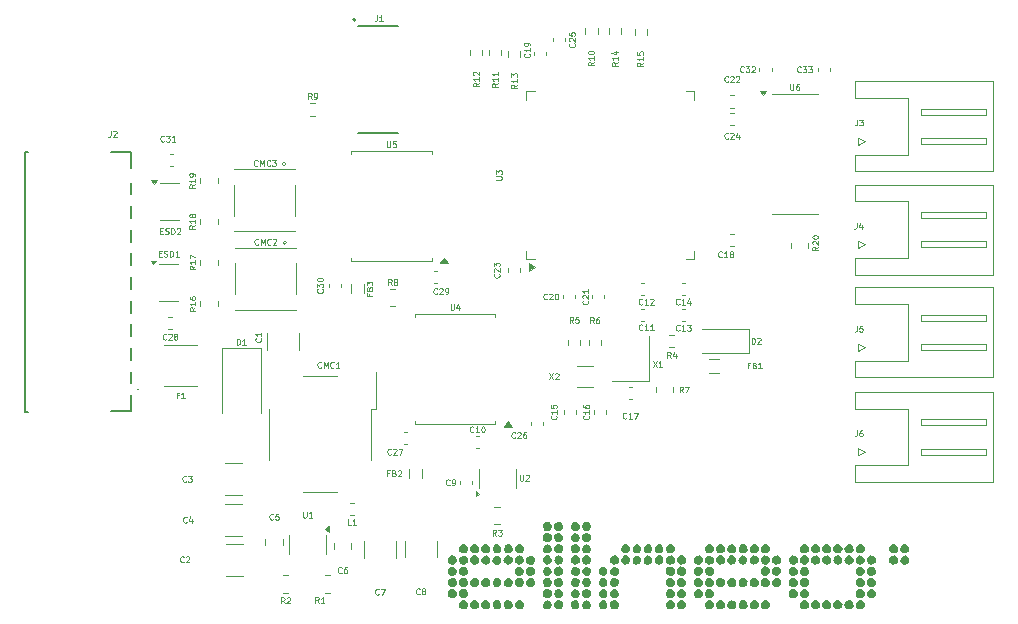
<source format=gbr>
%TF.GenerationSoftware,KiCad,Pcbnew,8.0.6*%
%TF.CreationDate,2024-11-04T12:53:01+02:00*%
%TF.ProjectId,PionController,50696f6e-436f-46e7-9472-6f6c6c65722e,rev?*%
%TF.SameCoordinates,Original*%
%TF.FileFunction,Legend,Top*%
%TF.FilePolarity,Positive*%
%FSLAX46Y46*%
G04 Gerber Fmt 4.6, Leading zero omitted, Abs format (unit mm)*
G04 Created by KiCad (PCBNEW 8.0.6) date 2024-11-04 12:53:01*
%MOMM*%
%LPD*%
G01*
G04 APERTURE LIST*
%ADD10C,0.000000*%
%ADD11C,0.125000*%
%ADD12C,0.120000*%
%ADD13C,0.200000*%
%ADD14C,0.100000*%
G04 APERTURE END LIST*
D10*
G36*
X161701989Y-119890998D02*
G01*
X161850936Y-119919702D01*
X161937366Y-120023802D01*
X162023795Y-120127903D01*
X162023795Y-120394668D01*
X161923093Y-120502757D01*
X161822394Y-120610848D01*
X161735541Y-120610848D01*
X161669766Y-120631630D01*
X161603990Y-120652411D01*
X161529905Y-120625185D01*
X161455823Y-120597958D01*
X161369393Y-120522665D01*
X161282964Y-120447372D01*
X161282964Y-120074739D01*
X161553043Y-119862295D01*
X161701989Y-119890998D01*
G37*
G36*
X145218389Y-119913959D02*
G01*
X145366926Y-119975486D01*
X145422721Y-120097944D01*
X145478516Y-120220402D01*
X145478516Y-120358413D01*
X145367392Y-120480647D01*
X145256267Y-120602882D01*
X145157490Y-120630488D01*
X145058712Y-120658093D01*
X144935240Y-120595991D01*
X144811767Y-120533892D01*
X144747336Y-120399517D01*
X144682905Y-120265143D01*
X144747336Y-120131117D01*
X144811767Y-119997092D01*
X144940809Y-119924763D01*
X145069851Y-119852433D01*
X145218389Y-119913959D01*
G37*
G36*
X162632085Y-119889338D02*
G01*
X162789324Y-119919701D01*
X162875754Y-120023801D01*
X162962184Y-120127903D01*
X162962184Y-120355825D01*
X162931503Y-120435774D01*
X162900823Y-120515724D01*
X162761094Y-120587981D01*
X162621363Y-120660238D01*
X162542374Y-120653966D01*
X162434481Y-120610504D01*
X162326585Y-120567031D01*
X162273967Y-120468714D01*
X162221350Y-120370398D01*
X162221350Y-120112469D01*
X162348097Y-119985723D01*
X162474843Y-119858976D01*
X162632085Y-119889338D01*
G37*
G36*
X166271239Y-120112473D02*
G01*
X166271239Y-120355829D01*
X166240558Y-120435778D01*
X166209878Y-120515727D01*
X166070149Y-120587984D01*
X165930420Y-120660241D01*
X165890926Y-120658743D01*
X165851431Y-120657245D01*
X165752656Y-120603210D01*
X165653877Y-120549182D01*
X165592142Y-120471800D01*
X165530407Y-120394418D01*
X165530407Y-120112473D01*
X165772861Y-119870018D01*
X166028785Y-119870018D01*
X166271239Y-120112473D01*
G37*
G36*
X138265816Y-121904244D02*
G01*
X138366517Y-122012335D01*
X138366517Y-122294533D01*
X138245290Y-122415759D01*
X138124062Y-122536986D01*
X137868138Y-122536986D01*
X137746912Y-122415759D01*
X137625685Y-122294533D01*
X137625685Y-121993709D01*
X137724462Y-121894931D01*
X137823240Y-121796154D01*
X138165114Y-121796154D01*
X138265816Y-121904244D01*
G37*
G36*
X137320742Y-121910461D02*
G01*
X137428129Y-122024769D01*
X137428129Y-122294532D01*
X137306902Y-122415758D01*
X137185675Y-122536985D01*
X136947561Y-122536985D01*
X136817428Y-122434624D01*
X136687296Y-122332261D01*
X136687296Y-121993709D01*
X136786073Y-121894931D01*
X136884851Y-121796154D01*
X137213355Y-121796154D01*
X137320742Y-121910461D01*
G37*
G36*
X166023494Y-120864894D02*
G01*
X166174551Y-120917552D01*
X166222898Y-121007888D01*
X166271245Y-121098224D01*
X166271245Y-121356153D01*
X166028792Y-121598607D01*
X165772867Y-121598607D01*
X165651636Y-121477380D01*
X165530409Y-121356152D01*
X165530409Y-121098223D01*
X165582800Y-121000328D01*
X165635193Y-120902433D01*
X165753816Y-120857334D01*
X165872437Y-120812234D01*
X166023494Y-120864894D01*
G37*
G36*
X160931611Y-123759359D02*
G01*
X161035712Y-123845789D01*
X161064416Y-123994737D01*
X161093119Y-124143683D01*
X160986897Y-124278722D01*
X160880673Y-124413762D01*
X160553063Y-124413762D01*
X160451793Y-124327331D01*
X160350516Y-124240901D01*
X160341849Y-124142123D01*
X160333198Y-124043346D01*
X160338882Y-123958839D01*
X160344567Y-123874332D01*
X160452656Y-123773631D01*
X160560747Y-123672929D01*
X160827511Y-123672929D01*
X160931611Y-123759359D01*
G37*
G36*
X144400804Y-120019442D02*
G01*
X144550213Y-120168851D01*
X144517362Y-120303428D01*
X144484511Y-120438004D01*
X144401194Y-120519273D01*
X144317879Y-120600543D01*
X144219101Y-120626807D01*
X144120323Y-120653072D01*
X144014482Y-120610820D01*
X143908642Y-120568568D01*
X143829275Y-120455255D01*
X143749906Y-120341942D01*
X143749906Y-120158767D01*
X143894274Y-120014399D01*
X144038642Y-119870031D01*
X144251393Y-119870031D01*
X144400804Y-120019442D01*
G37*
G36*
X144396370Y-122826962D02*
G01*
X144510496Y-122919375D01*
X144510496Y-123290550D01*
X144396370Y-123382966D01*
X144282242Y-123475380D01*
X144007795Y-123475380D01*
X143893667Y-123382966D01*
X143779541Y-123290550D01*
X143779541Y-122919375D01*
X143893667Y-122826962D01*
X144007795Y-122734546D01*
X144282242Y-122734546D01*
X144396370Y-122826962D01*
G37*
G36*
X154911795Y-123877653D02*
G01*
X154911795Y-124216207D01*
X154813018Y-124314984D01*
X154714239Y-124413762D01*
X154375687Y-124413762D01*
X154273325Y-124283629D01*
X154170963Y-124153496D01*
X154170963Y-123915383D01*
X154292190Y-123794155D01*
X154413417Y-123672928D01*
X154651529Y-123672928D01*
X154911795Y-123877653D01*
G37*
G36*
X168968409Y-119985708D02*
G01*
X169102866Y-120101363D01*
X169102866Y-120418818D01*
X169008203Y-120509690D01*
X168913540Y-120600563D01*
X168814763Y-120629337D01*
X168715984Y-120658113D01*
X168594009Y-120596742D01*
X168472031Y-120535373D01*
X168400001Y-120407045D01*
X168327972Y-120278718D01*
X168389499Y-120130181D01*
X168451025Y-119981642D01*
X168573482Y-119925847D01*
X168695940Y-119870051D01*
X168833951Y-119870051D01*
X168968409Y-119985708D01*
G37*
G36*
X171843579Y-121910455D02*
G01*
X171950967Y-122024764D01*
X171950967Y-122294527D01*
X171829741Y-122415753D01*
X171708514Y-122536980D01*
X171470401Y-122536980D01*
X171340264Y-122434618D01*
X171210131Y-122332256D01*
X171210131Y-121993704D01*
X171308910Y-121894925D01*
X171407688Y-121796148D01*
X171736191Y-121796148D01*
X171843579Y-121910455D01*
G37*
G36*
X165099271Y-120864644D02*
G01*
X165209383Y-120923296D01*
X165269548Y-121001660D01*
X165329715Y-121080023D01*
X165331283Y-121210372D01*
X165332851Y-121340719D01*
X165246421Y-121444820D01*
X165159991Y-121548920D01*
X165011045Y-121577624D01*
X164862098Y-121606326D01*
X164727060Y-121500104D01*
X164592021Y-121393882D01*
X164592021Y-121077307D01*
X164664952Y-120973184D01*
X164737883Y-120869060D01*
X164863521Y-120837526D01*
X164989159Y-120805994D01*
X165099271Y-120864644D01*
G37*
G36*
X171012577Y-122056414D02*
G01*
X171012577Y-122294527D01*
X170891350Y-122415753D01*
X170770123Y-122536980D01*
X170532010Y-122536980D01*
X170401876Y-122434618D01*
X170271743Y-122332256D01*
X170271743Y-121993704D01*
X170370522Y-121894925D01*
X170469299Y-121796148D01*
X170807853Y-121796148D01*
X171012577Y-122056414D01*
G37*
G36*
X166150014Y-119052923D02*
G01*
X166271241Y-119174149D01*
X166271241Y-119456347D01*
X166170539Y-119564438D01*
X166069839Y-119672528D01*
X165727966Y-119672528D01*
X165629188Y-119573751D01*
X165530411Y-119474972D01*
X165530411Y-119136420D01*
X165660544Y-119034058D01*
X165790675Y-118931695D01*
X166028787Y-118931695D01*
X166150014Y-119052923D01*
G37*
G36*
X157949348Y-120837526D02*
G01*
X158074986Y-120869060D01*
X158147917Y-120973183D01*
X158220848Y-121077307D01*
X158220848Y-121393882D01*
X158090715Y-121496244D01*
X157960583Y-121598607D01*
X157880814Y-121595471D01*
X157801042Y-121592335D01*
X157693150Y-121548873D01*
X157585255Y-121505400D01*
X157532638Y-121407084D01*
X157480020Y-121308766D01*
X157481588Y-121194395D01*
X157483156Y-121080023D01*
X157603486Y-120923296D01*
X157713598Y-120864644D01*
X157823710Y-120805994D01*
X157949348Y-120837526D01*
G37*
G36*
X147712217Y-121882584D02*
G01*
X147788114Y-121969014D01*
X147821194Y-122077671D01*
X147854275Y-122186327D01*
X147779475Y-122330977D01*
X147704672Y-122475628D01*
X147624723Y-122506306D01*
X147544775Y-122536985D01*
X147330603Y-122529173D01*
X147267827Y-122503930D01*
X147205051Y-122478673D01*
X147053874Y-122186327D01*
X147120035Y-121969014D01*
X147195932Y-121882584D01*
X147271829Y-121796154D01*
X147636320Y-121796154D01*
X147712217Y-121882584D01*
G37*
G36*
X151975406Y-119052924D02*
G01*
X152096634Y-119174150D01*
X152096634Y-119412263D01*
X151994271Y-119542396D01*
X151891909Y-119672529D01*
X151553354Y-119672529D01*
X151454577Y-119573752D01*
X151355799Y-119474974D01*
X151355799Y-119136421D01*
X151485932Y-119034059D01*
X151616065Y-118931697D01*
X151854178Y-118931697D01*
X151975406Y-119052924D01*
G37*
G36*
X155720055Y-119972426D02*
G01*
X155850188Y-120074788D01*
X155850188Y-120447420D01*
X155677328Y-120599214D01*
X155578549Y-120626158D01*
X155479772Y-120653104D01*
X155371522Y-120609963D01*
X155263278Y-120566821D01*
X155181949Y-120442700D01*
X155100621Y-120318578D01*
X155133794Y-120167545D01*
X155166966Y-120016513D01*
X155308568Y-119943289D01*
X155450170Y-119870063D01*
X155589922Y-119870063D01*
X155720055Y-119972426D01*
G37*
G36*
X171629153Y-119891061D02*
G01*
X171778099Y-119919766D01*
X171864531Y-120023865D01*
X171950963Y-120127967D01*
X171950963Y-120413357D01*
X171852184Y-120512134D01*
X171753409Y-120610912D01*
X171662709Y-120610912D01*
X171596934Y-120632518D01*
X171531160Y-120654124D01*
X171423259Y-120610609D01*
X171315362Y-120567094D01*
X171262744Y-120468778D01*
X171210127Y-120370462D01*
X171210127Y-120074803D01*
X171345167Y-119968581D01*
X171480206Y-119862358D01*
X171629153Y-119891061D01*
G37*
G36*
X141063689Y-119985657D02*
G01*
X141198147Y-120101312D01*
X141198147Y-120418767D01*
X141103484Y-120509639D01*
X141008822Y-120600512D01*
X140910045Y-120629286D01*
X140811267Y-120658062D01*
X140689288Y-120596691D01*
X140567309Y-120535322D01*
X140495280Y-120406994D01*
X140423253Y-120278667D01*
X140484779Y-120130130D01*
X140546304Y-119981591D01*
X140668762Y-119925796D01*
X140791220Y-119870000D01*
X140929230Y-119870000D01*
X141063689Y-119985657D01*
G37*
G36*
X137306905Y-119052920D02*
G01*
X137428133Y-119174146D01*
X137428133Y-119412259D01*
X137325769Y-119542392D01*
X137223406Y-119672525D01*
X136884854Y-119672525D01*
X136786076Y-119573748D01*
X136687299Y-119474970D01*
X136687299Y-119136417D01*
X136817432Y-119034055D01*
X136947565Y-118931692D01*
X137185678Y-118931692D01*
X137306905Y-119052920D01*
G37*
G36*
X141083309Y-121870602D02*
G01*
X141172800Y-121951590D01*
X141203132Y-122072441D01*
X141233463Y-122193292D01*
X141174811Y-122303404D01*
X141116159Y-122413515D01*
X141037796Y-122473680D01*
X140959433Y-122533845D01*
X140823614Y-122535413D01*
X140687795Y-122536981D01*
X140590274Y-122439465D01*
X140492751Y-122341944D01*
X140460368Y-122212916D01*
X140427984Y-122083887D01*
X140525755Y-121952367D01*
X140623524Y-121820848D01*
X140808671Y-121805230D01*
X140993818Y-121789613D01*
X141083309Y-121870602D01*
G37*
G36*
X169920395Y-123759366D02*
G01*
X170024495Y-123845796D01*
X170053198Y-123994744D01*
X170081902Y-124143690D01*
X169975678Y-124278729D01*
X169869456Y-124413769D01*
X169496825Y-124413769D01*
X169420927Y-124327338D01*
X169345031Y-124240908D01*
X169311949Y-124132251D01*
X169278868Y-124023595D01*
X169353670Y-123878945D01*
X169428472Y-123734295D01*
X169508421Y-123703615D01*
X169588371Y-123672936D01*
X169816294Y-123672936D01*
X169920395Y-123759366D01*
G37*
G36*
X168733806Y-123674503D02*
G01*
X168864155Y-123676071D01*
X168942516Y-123736236D01*
X169020879Y-123796402D01*
X169138184Y-124016625D01*
X169106651Y-124142263D01*
X169075118Y-124267901D01*
X168970994Y-124340832D01*
X168866870Y-124413763D01*
X168550298Y-124413763D01*
X168444074Y-124278729D01*
X168337852Y-124143689D01*
X168366554Y-123994743D01*
X168395257Y-123845796D01*
X168499357Y-123759365D01*
X168603458Y-123672935D01*
X168733806Y-123674503D01*
G37*
G36*
X171012570Y-122994809D02*
G01*
X171012570Y-123232922D01*
X170891344Y-123354150D01*
X170770117Y-123475377D01*
X170469293Y-123475377D01*
X170370516Y-123376599D01*
X170271736Y-123277821D01*
X170271736Y-122932100D01*
X170370516Y-122833322D01*
X170469293Y-122734544D01*
X170807847Y-122734544D01*
X171012570Y-122994809D01*
G37*
G36*
X144403160Y-121882584D02*
G01*
X144479057Y-121969015D01*
X144512138Y-122077671D01*
X144545219Y-122186328D01*
X144470416Y-122330978D01*
X144395616Y-122475628D01*
X144315666Y-122506307D01*
X144235716Y-122536986D01*
X144128631Y-122533080D01*
X144021545Y-122529174D01*
X143958771Y-122503930D01*
X143895995Y-122478673D01*
X143820406Y-122332501D01*
X143744817Y-122186328D01*
X143777898Y-122077671D01*
X143810979Y-121969015D01*
X143886875Y-121882584D01*
X143962772Y-121796154D01*
X144327264Y-121796154D01*
X144403160Y-121882584D01*
G37*
G36*
X167082883Y-119985793D02*
G01*
X167209629Y-120112539D01*
X167209629Y-120402419D01*
X167123200Y-120504563D01*
X167036770Y-120606706D01*
X166913298Y-120633199D01*
X166789826Y-120659691D01*
X166691045Y-120604470D01*
X166592267Y-120549248D01*
X166530532Y-120471866D01*
X166468795Y-120394484D01*
X166468795Y-120127973D01*
X166555225Y-120023872D01*
X166641657Y-119919772D01*
X166798896Y-119889408D01*
X166956136Y-119859047D01*
X167082883Y-119985793D01*
G37*
G36*
X146718853Y-121848545D02*
G01*
X146816748Y-121900937D01*
X146862551Y-122021407D01*
X146908354Y-122141875D01*
X146858246Y-122273670D01*
X146808138Y-122405465D01*
X146723648Y-122469655D01*
X146639159Y-122533845D01*
X146508812Y-122535413D01*
X146378463Y-122536981D01*
X146274360Y-122450555D01*
X146170261Y-122364125D01*
X146141558Y-122215179D01*
X146112854Y-122066233D01*
X146219076Y-121931193D01*
X146325300Y-121796154D01*
X146620958Y-121796154D01*
X146718853Y-121848545D01*
G37*
G36*
X158220848Y-123901545D02*
G01*
X158220848Y-124216207D01*
X158122071Y-124314984D01*
X158023292Y-124413762D01*
X157684740Y-124413762D01*
X157582380Y-124283629D01*
X157480018Y-124153496D01*
X157480018Y-123915383D01*
X157601245Y-123794155D01*
X157722472Y-123672928D01*
X158006076Y-123672928D01*
X158220848Y-123901545D01*
G37*
G36*
X142015674Y-123759358D02*
G01*
X142119775Y-123845789D01*
X142148478Y-123994736D01*
X142177182Y-124143682D01*
X142070959Y-124278722D01*
X141964736Y-124413762D01*
X141807807Y-124412264D01*
X141650879Y-124410766D01*
X141561711Y-124358885D01*
X141472542Y-124307010D01*
X141427816Y-124189373D01*
X141383090Y-124071735D01*
X141435748Y-123920677D01*
X141488408Y-123769620D01*
X141578743Y-123721274D01*
X141669079Y-123672928D01*
X141911574Y-123672928D01*
X142015674Y-123759358D01*
G37*
G36*
X147705429Y-118085733D02*
G01*
X147819556Y-118178148D01*
X147819556Y-118549323D01*
X147705429Y-118641737D01*
X147591301Y-118734153D01*
X147316851Y-118734153D01*
X147202726Y-118641737D01*
X147088599Y-118549323D01*
X147088599Y-118178148D01*
X147202726Y-118085733D01*
X147316854Y-117993319D01*
X147591301Y-117993319D01*
X147705429Y-118085733D01*
G37*
G36*
X138366517Y-123915376D02*
G01*
X138366517Y-124198981D01*
X138252210Y-124306368D01*
X138137901Y-124413755D01*
X137840458Y-124413755D01*
X137733072Y-124299446D01*
X137625685Y-124185139D01*
X137625685Y-123877646D01*
X137755818Y-123775283D01*
X137885950Y-123672921D01*
X138124062Y-123672921D01*
X138366517Y-123915376D01*
G37*
G36*
X149133296Y-121894931D02*
G01*
X149232074Y-121993709D01*
X149232074Y-122332261D01*
X149101941Y-122434624D01*
X148971809Y-122536986D01*
X148733695Y-122536986D01*
X148612468Y-122415758D01*
X148491240Y-122294532D01*
X148491240Y-122056419D01*
X148593603Y-121926286D01*
X148695966Y-121796154D01*
X149034518Y-121796154D01*
X149133296Y-121894931D01*
G37*
G36*
X150052468Y-119985657D02*
G01*
X150186926Y-120101312D01*
X150186926Y-120418767D01*
X150092264Y-120509639D01*
X149997601Y-120600512D01*
X149898824Y-120629286D01*
X149800045Y-120658062D01*
X149678066Y-120596691D01*
X149556087Y-120535322D01*
X149484058Y-120406994D01*
X149412030Y-120278667D01*
X149473558Y-120130130D01*
X149535083Y-119981591D01*
X149657542Y-119925796D01*
X149780000Y-119870000D01*
X149918010Y-119870000D01*
X150052468Y-119985657D01*
G37*
G36*
X155542752Y-120831884D02*
G01*
X155677328Y-120865468D01*
X155763758Y-120943359D01*
X155850188Y-121021248D01*
X155850188Y-121393881D01*
X155720055Y-121496244D01*
X155589922Y-121598606D01*
X155510151Y-121597108D01*
X155430382Y-121595610D01*
X155331601Y-121538952D01*
X155232823Y-121482304D01*
X155172656Y-121404635D01*
X155112492Y-121326967D01*
X155110924Y-121212042D01*
X155109356Y-121097118D01*
X155408176Y-120798299D01*
X155542752Y-120831884D01*
G37*
G36*
X146761572Y-119054035D02*
G01*
X146876506Y-119176378D01*
X146871914Y-119337637D01*
X146867336Y-119498895D01*
X146652912Y-119672525D01*
X146325299Y-119672525D01*
X146219078Y-119537485D01*
X146112856Y-119402446D01*
X146141561Y-119253500D01*
X146170263Y-119104554D01*
X146274363Y-119018123D01*
X146378464Y-118931693D01*
X146646636Y-118931693D01*
X146761572Y-119054035D01*
G37*
G36*
X140852352Y-118933261D02*
G01*
X140959438Y-118934829D01*
X141037801Y-118994994D01*
X141116164Y-119055159D01*
X141176357Y-119168149D01*
X141236548Y-119281140D01*
X141203276Y-119390399D01*
X141170004Y-119499659D01*
X141094108Y-119586089D01*
X141018211Y-119672519D01*
X140645579Y-119672519D01*
X140543216Y-119542392D01*
X140440854Y-119412259D01*
X140440854Y-119272509D01*
X140513111Y-119132780D01*
X140585368Y-118993051D01*
X140665318Y-118962372D01*
X140745266Y-118931693D01*
X140852352Y-118933261D01*
G37*
G36*
X140218601Y-120052737D02*
G01*
X140233309Y-120247911D01*
X140248018Y-120443085D01*
X140159226Y-120523112D01*
X140070435Y-120603139D01*
X139935859Y-120636723D01*
X139801282Y-120670308D01*
X139646093Y-120515120D01*
X139490906Y-120359932D01*
X139522044Y-120201397D01*
X139553181Y-120042863D01*
X139638946Y-119978981D01*
X139724712Y-119915100D01*
X139840136Y-119886117D01*
X139955561Y-119857135D01*
X140218601Y-120052737D01*
G37*
G36*
X174609916Y-119955016D02*
G01*
X174741435Y-120052817D01*
X174756146Y-120247991D01*
X174770856Y-120443165D01*
X174682065Y-120523192D01*
X174593275Y-120603219D01*
X174324119Y-120670388D01*
X174168930Y-120515201D01*
X174013741Y-120360012D01*
X174044879Y-120201477D01*
X174076017Y-120042943D01*
X174161782Y-119979061D01*
X174247548Y-119915180D01*
X174362972Y-119886197D01*
X174478397Y-119857215D01*
X174609916Y-119955016D01*
G37*
G36*
X170896921Y-120975768D02*
G01*
X171012577Y-121110226D01*
X171012577Y-121294194D01*
X170981896Y-121374144D01*
X170951216Y-121454094D01*
X170811487Y-121526351D01*
X170671756Y-121598607D01*
X170532004Y-121598607D01*
X170401876Y-121496245D01*
X170271743Y-121393882D01*
X170271743Y-121021249D01*
X170371159Y-120931281D01*
X170470575Y-120841311D01*
X170781264Y-120841311D01*
X170896921Y-120975768D01*
G37*
G36*
X151758955Y-119886112D02*
G01*
X151874380Y-119915095D01*
X151960145Y-119978975D01*
X152045910Y-120042858D01*
X152075832Y-120195313D01*
X152105754Y-120347769D01*
X151990066Y-120475308D01*
X151874380Y-120602846D01*
X151775601Y-120627941D01*
X151676824Y-120653037D01*
X151576330Y-120612763D01*
X151475838Y-120572491D01*
X151412629Y-120496329D01*
X151349420Y-120420168D01*
X151364955Y-120236419D01*
X151380490Y-120052670D01*
X151643530Y-119857129D01*
X151758955Y-119886112D01*
G37*
G36*
X141909333Y-119913959D02*
G01*
X142057871Y-119975486D01*
X142113667Y-120097944D01*
X142169462Y-120220402D01*
X142169462Y-120358413D01*
X142058337Y-120480647D01*
X141947212Y-120602882D01*
X141848435Y-120630488D01*
X141749657Y-120658093D01*
X141626185Y-120595991D01*
X141502712Y-120533892D01*
X141438281Y-120399517D01*
X141373850Y-120265143D01*
X141438281Y-120131117D01*
X141502712Y-119997092D01*
X141631754Y-119924763D01*
X141760796Y-119852433D01*
X141909333Y-119913959D01*
G37*
G36*
X139174774Y-123775283D02*
G01*
X139304906Y-123877646D01*
X139304906Y-124216200D01*
X139206129Y-124314977D01*
X139107351Y-124413755D01*
X138768797Y-124413755D01*
X138666435Y-124283622D01*
X138564073Y-124153489D01*
X138564073Y-123915376D01*
X138685300Y-123794149D01*
X138806527Y-123672921D01*
X139044641Y-123672921D01*
X139174774Y-123775283D01*
G37*
G36*
X144267594Y-118951748D02*
G01*
X144390168Y-118982513D01*
X144545221Y-119282351D01*
X144512141Y-119391008D01*
X144479060Y-119499664D01*
X144403164Y-119586095D01*
X144327266Y-119672525D01*
X143962775Y-119672525D01*
X143886878Y-119586095D01*
X143810981Y-119499664D01*
X143777901Y-119391008D01*
X143744820Y-119282351D01*
X143899873Y-118982513D01*
X144022447Y-118951748D01*
X144145020Y-118920984D01*
X144267594Y-118951748D01*
G37*
G36*
X140113166Y-119034055D02*
G01*
X140243299Y-119136418D01*
X140243299Y-119474970D01*
X140045743Y-119672525D01*
X139707190Y-119672525D01*
X139604827Y-119542392D01*
X139502465Y-119412259D01*
X139502465Y-119174146D01*
X139623692Y-119052920D01*
X139744920Y-118931693D01*
X139983033Y-118931693D01*
X140113166Y-119034055D01*
G37*
G36*
X145357296Y-118114546D02*
G01*
X145478522Y-118235773D01*
X145478522Y-118491698D01*
X145357296Y-118612925D01*
X145236068Y-118734152D01*
X145098002Y-118730246D01*
X144959939Y-118726340D01*
X144897161Y-118701096D01*
X144834387Y-118675838D01*
X144762367Y-118536566D01*
X144690347Y-118397296D01*
X144743907Y-118243653D01*
X144797467Y-118090011D01*
X144887804Y-118041665D01*
X144978139Y-117993319D01*
X145236068Y-117993319D01*
X145357296Y-118114546D01*
G37*
G36*
X159029112Y-119034059D02*
G01*
X159159245Y-119136422D01*
X159159245Y-119474974D01*
X159060468Y-119573752D01*
X158961688Y-119672529D01*
X158623134Y-119672529D01*
X158520775Y-119542396D01*
X158418413Y-119412263D01*
X158418413Y-119174150D01*
X158539640Y-119052924D01*
X158660867Y-118931697D01*
X158898979Y-118931697D01*
X159029112Y-119034059D01*
G37*
G36*
X150077508Y-120940423D02*
G01*
X150176620Y-121039536D01*
X150181296Y-121203830D01*
X150185973Y-121368125D01*
X150051996Y-121483366D01*
X149918020Y-121598608D01*
X149834344Y-121595262D01*
X149750668Y-121591917D01*
X149645167Y-121540842D01*
X149539675Y-121489764D01*
X149484652Y-121369000D01*
X149429629Y-121248237D01*
X149429629Y-121110226D01*
X149545285Y-120975769D01*
X149660940Y-120841312D01*
X149978395Y-120841312D01*
X150077508Y-120940423D01*
G37*
G36*
X146743413Y-119985657D02*
G01*
X146877870Y-120101312D01*
X146877870Y-120418767D01*
X146783209Y-120509639D01*
X146688547Y-120600512D01*
X146589768Y-120629286D01*
X146490991Y-120658062D01*
X146369010Y-120596691D01*
X146247032Y-120535322D01*
X146175003Y-120406994D01*
X146102975Y-120278667D01*
X146164501Y-120130130D01*
X146226028Y-119981591D01*
X146348487Y-119925796D01*
X146470945Y-119870000D01*
X146608955Y-119870000D01*
X146743413Y-119985657D01*
G37*
G36*
X150063241Y-121882584D02*
G01*
X150164518Y-121969014D01*
X150177510Y-122067791D01*
X150190501Y-122166569D01*
X150156970Y-122293922D01*
X150123439Y-122421274D01*
X149996459Y-122479131D01*
X149869479Y-122536986D01*
X149687514Y-122536986D01*
X149583417Y-122450555D01*
X149479315Y-122364125D01*
X149450613Y-122215179D01*
X149421908Y-122066233D01*
X149528132Y-121931193D01*
X149634354Y-121796154D01*
X149961963Y-121796154D01*
X150063241Y-121882584D01*
G37*
G36*
X168017887Y-119034058D02*
G01*
X168148020Y-119136420D01*
X168148020Y-119474972D01*
X168049241Y-119573751D01*
X167950463Y-119672528D01*
X167611909Y-119672528D01*
X167509550Y-119542395D01*
X167407188Y-119412262D01*
X167407188Y-119174149D01*
X167528415Y-119052923D01*
X167649642Y-118931695D01*
X167887754Y-118931695D01*
X168017887Y-119034058D01*
G37*
G36*
X168733813Y-118933270D02*
G01*
X168864161Y-118934838D01*
X168948649Y-118999028D01*
X169033137Y-119063218D01*
X169083247Y-119195013D01*
X169133354Y-119326808D01*
X169087551Y-119447276D01*
X169041748Y-119567746D01*
X168943853Y-119620137D01*
X168845958Y-119672529D01*
X168550300Y-119672529D01*
X168444080Y-119537495D01*
X168337858Y-119402455D01*
X168366561Y-119253509D01*
X168395263Y-119104563D01*
X168603464Y-118931702D01*
X168733813Y-118933270D01*
G37*
G36*
X138245293Y-119052920D02*
G01*
X138366520Y-119174146D01*
X138366520Y-119456344D01*
X138265820Y-119564435D01*
X138165118Y-119672525D01*
X137823243Y-119672525D01*
X137724465Y-119573748D01*
X137625688Y-119474970D01*
X137625688Y-119174146D01*
X137746915Y-119052920D01*
X137868141Y-118931693D01*
X138124065Y-118931693D01*
X138245293Y-119052920D01*
G37*
G36*
X151008818Y-119029223D02*
G01*
X151106340Y-119126745D01*
X151138723Y-119255773D01*
X151171106Y-119384801D01*
X151073305Y-119516320D01*
X150975504Y-119647840D01*
X150780331Y-119662549D01*
X150585158Y-119677257D01*
X150507127Y-119588461D01*
X150429094Y-119499668D01*
X150395821Y-119390408D01*
X150362548Y-119281149D01*
X150422740Y-119168158D01*
X150482932Y-119055168D01*
X150561295Y-118995003D01*
X150639658Y-118934838D01*
X150775477Y-118933270D01*
X150911296Y-118931702D01*
X151008818Y-119029223D01*
G37*
G36*
X163629662Y-120837674D02*
G01*
X163754712Y-120869060D01*
X163827643Y-120973184D01*
X163900574Y-121077307D01*
X163900574Y-121356153D01*
X163779347Y-121477380D01*
X163658121Y-121598607D01*
X163569444Y-121597907D01*
X163480769Y-121597207D01*
X163358117Y-121535092D01*
X163235465Y-121473035D01*
X163190508Y-121345201D01*
X163145551Y-121217368D01*
X163178054Y-121087858D01*
X163210559Y-120958348D01*
X163357585Y-120882318D01*
X163504611Y-120806288D01*
X163629662Y-120837674D01*
G37*
G36*
X159051147Y-123773630D02*
G01*
X159159236Y-123874332D01*
X159159236Y-124216207D01*
X159060459Y-124314984D01*
X158961680Y-124413762D01*
X158623126Y-124413762D01*
X158520768Y-124283629D01*
X158418407Y-124153496D01*
X158418407Y-123915383D01*
X158660860Y-123672928D01*
X158943056Y-123672928D01*
X159051147Y-123773630D01*
G37*
G36*
X158122073Y-121894931D02*
G01*
X158220850Y-121993709D01*
X158220850Y-122332261D01*
X158090717Y-122434624D01*
X157960585Y-122536986D01*
X157722472Y-122536986D01*
X157601245Y-122415758D01*
X157480018Y-122294532D01*
X157480018Y-122056419D01*
X157582380Y-121926286D01*
X157684742Y-121796154D01*
X158023294Y-121796154D01*
X158122073Y-121894931D01*
G37*
G36*
X170891348Y-119052928D02*
G01*
X171012575Y-119174154D01*
X171012575Y-119412268D01*
X170807851Y-119672533D01*
X170469297Y-119672533D01*
X170370522Y-119573756D01*
X170271743Y-119474978D01*
X170271743Y-119136426D01*
X170401876Y-119034063D01*
X170532008Y-118931701D01*
X170770121Y-118931701D01*
X170891348Y-119052928D01*
G37*
G36*
X153973407Y-120112450D02*
G01*
X153973407Y-120355807D01*
X153942726Y-120435755D01*
X153912048Y-120515705D01*
X153772317Y-120587962D01*
X153632588Y-120660219D01*
X153593092Y-120658721D01*
X153553599Y-120657223D01*
X153454824Y-120603187D01*
X153356046Y-120549160D01*
X153294310Y-120471777D01*
X153232574Y-120394395D01*
X153232574Y-120112450D01*
X153353801Y-119991223D01*
X153475029Y-119869996D01*
X153730953Y-119869996D01*
X153973407Y-120112450D01*
G37*
G36*
X152913796Y-119052924D02*
G01*
X153035024Y-119174150D01*
X153035024Y-119412263D01*
X152932661Y-119542396D01*
X152830298Y-119672529D01*
X152491744Y-119672529D01*
X152392966Y-119573752D01*
X152294188Y-119474974D01*
X152294188Y-119136421D01*
X152554454Y-118931697D01*
X152792568Y-118931697D01*
X152913796Y-119052924D01*
G37*
G36*
X139169866Y-119968502D02*
G01*
X139304906Y-120074725D01*
X139304906Y-120402334D01*
X139218476Y-120502293D01*
X139132045Y-120602250D01*
X139033267Y-120628898D01*
X138934490Y-120655544D01*
X138781368Y-120589292D01*
X138628246Y-120523040D01*
X138596159Y-120439425D01*
X138564072Y-120355811D01*
X138564072Y-120127888D01*
X138650504Y-120023787D01*
X138736935Y-119919687D01*
X138885881Y-119890983D01*
X139034827Y-119862280D01*
X139169866Y-119968502D01*
G37*
G36*
X165011045Y-119890998D02*
G01*
X165159991Y-119919702D01*
X165246421Y-120023802D01*
X165332851Y-120127903D01*
X165331283Y-120258250D01*
X165329715Y-120388598D01*
X165269548Y-120466962D01*
X165209383Y-120545324D01*
X165101505Y-120602782D01*
X164993628Y-120660238D01*
X164953341Y-120657102D01*
X164913051Y-120653966D01*
X164805148Y-120610504D01*
X164697254Y-120567031D01*
X164644636Y-120468714D01*
X164592019Y-120370398D01*
X164592019Y-120074739D01*
X164862098Y-119862295D01*
X165011045Y-119890998D01*
G37*
G36*
X144396372Y-118085733D02*
G01*
X144510498Y-118178148D01*
X144510498Y-118549323D01*
X144396372Y-118641737D01*
X144282244Y-118734153D01*
X144007797Y-118734153D01*
X143893669Y-118641737D01*
X143779543Y-118549323D01*
X143779543Y-118178148D01*
X143893669Y-118085733D01*
X144007797Y-117993319D01*
X144282244Y-117993319D01*
X144396372Y-118085733D01*
G37*
G36*
X160986908Y-121931193D02*
G01*
X161093129Y-122066233D01*
X161064427Y-122215179D01*
X161035723Y-122364125D01*
X160931622Y-122450555D01*
X160827521Y-122536985D01*
X160560757Y-122536985D01*
X160452664Y-122436285D01*
X160344575Y-122335583D01*
X160338891Y-122251076D01*
X160333206Y-122166569D01*
X160343481Y-122067791D01*
X160353757Y-121969014D01*
X160430904Y-121882584D01*
X160508052Y-121796154D01*
X160880684Y-121796154D01*
X160986908Y-121931193D01*
G37*
G36*
X137325766Y-122864679D02*
G01*
X137428129Y-122994812D01*
X137428129Y-123232925D01*
X137306902Y-123354152D01*
X137185675Y-123475380D01*
X136902070Y-123475380D01*
X136794683Y-123361071D01*
X136687296Y-123246764D01*
X136687296Y-122932103D01*
X136786073Y-122833324D01*
X136884851Y-122734546D01*
X137223403Y-122734546D01*
X137325766Y-122864679D01*
G37*
G36*
X136374083Y-120975755D02*
G01*
X136489740Y-121110212D01*
X136489740Y-121248223D01*
X136434905Y-121368573D01*
X136380070Y-121488924D01*
X136259720Y-121543759D01*
X136139369Y-121598594D01*
X136009172Y-121598594D01*
X135879039Y-121496232D01*
X135748906Y-121393869D01*
X135748906Y-121021236D01*
X135848322Y-120931267D01*
X135947737Y-120841298D01*
X136258428Y-120841298D01*
X136374083Y-120975755D01*
G37*
G36*
X154781666Y-119034059D02*
G01*
X154911799Y-119136421D01*
X154911799Y-119474974D01*
X154813022Y-119573752D01*
X154714243Y-119672529D01*
X154385738Y-119672529D01*
X154278353Y-119558220D01*
X154170967Y-119443913D01*
X154170967Y-119174150D01*
X154292194Y-119052924D01*
X154413421Y-118931697D01*
X154651534Y-118931697D01*
X154781666Y-119034059D01*
G37*
G36*
X166163851Y-122848850D02*
G01*
X166271237Y-122963159D01*
X166271237Y-123260602D01*
X166042622Y-123475376D01*
X165745177Y-123475376D01*
X165637793Y-123361068D01*
X165530407Y-123246761D01*
X165530407Y-122949316D01*
X165644715Y-122841929D01*
X165759022Y-122734542D01*
X166056464Y-122734542D01*
X166163851Y-122848850D01*
G37*
G36*
X160825274Y-119913942D02*
G01*
X160973810Y-119975469D01*
X161029607Y-120097927D01*
X161085403Y-120220386D01*
X161085403Y-120358396D01*
X160974278Y-120480630D01*
X160863154Y-120602866D01*
X160764376Y-120630471D01*
X160665597Y-120658076D01*
X160542127Y-120595974D01*
X160418655Y-120533875D01*
X160354224Y-120399500D01*
X160289794Y-120265127D01*
X160354224Y-120131100D01*
X160418655Y-119997075D01*
X160676738Y-119852416D01*
X160825274Y-119913942D01*
G37*
G36*
X157175076Y-122848852D02*
G01*
X157282462Y-122963160D01*
X157282462Y-123260603D01*
X157053847Y-123475378D01*
X156756404Y-123475378D01*
X156649016Y-123361069D01*
X156541630Y-123246762D01*
X156541630Y-122949317D01*
X156655937Y-122841930D01*
X156770245Y-122734543D01*
X157067689Y-122734543D01*
X157175076Y-122848852D01*
G37*
G36*
X155850181Y-123901545D02*
G01*
X155850181Y-124216207D01*
X155751402Y-124314984D01*
X155652625Y-124413762D01*
X155314071Y-124413762D01*
X155211713Y-124283629D01*
X155109351Y-124153496D01*
X155109351Y-123915383D01*
X155230578Y-123794155D01*
X155351805Y-123672928D01*
X155635409Y-123672928D01*
X155850181Y-123901545D01*
G37*
G36*
X145324743Y-119018123D02*
G01*
X145428843Y-119104554D01*
X145457545Y-119253500D01*
X145486249Y-119402446D01*
X145380028Y-119537486D01*
X145273803Y-119672525D01*
X144946194Y-119672525D01*
X144844908Y-119586095D01*
X144743631Y-119499664D01*
X144734979Y-119400886D01*
X144726327Y-119302109D01*
X144732012Y-119217602D01*
X144737696Y-119133096D01*
X144845786Y-119032393D01*
X144953877Y-118931693D01*
X145220641Y-118931693D01*
X145324743Y-119018123D01*
G37*
G36*
X161902573Y-119052923D02*
G01*
X162023800Y-119174149D01*
X162023800Y-119412262D01*
X161921438Y-119542395D01*
X161819076Y-119672527D01*
X161480524Y-119672527D01*
X161381745Y-119573751D01*
X161282968Y-119474972D01*
X161282968Y-119136420D01*
X161413101Y-119034058D01*
X161543233Y-118931695D01*
X161781346Y-118931695D01*
X161902573Y-119052923D01*
G37*
G36*
X165332851Y-122994809D02*
G01*
X165332851Y-123232922D01*
X165090397Y-123475377D01*
X164808201Y-123475377D01*
X164700108Y-123374676D01*
X164592019Y-123273975D01*
X164592019Y-122932100D01*
X164690796Y-122833322D01*
X164789575Y-122734544D01*
X165128127Y-122734544D01*
X165332851Y-122994809D01*
G37*
G36*
X145380009Y-117189969D02*
G01*
X145486231Y-117325009D01*
X145457527Y-117473955D01*
X145428824Y-117622902D01*
X145324725Y-117709332D01*
X145220623Y-117795763D01*
X144953859Y-117795763D01*
X144845774Y-117695061D01*
X144737684Y-117594359D01*
X144732000Y-117509852D01*
X144726315Y-117425346D01*
X144734967Y-117326568D01*
X144743619Y-117227790D01*
X144844896Y-117141360D01*
X144946174Y-117054929D01*
X145273783Y-117054929D01*
X145380009Y-117189969D01*
G37*
G36*
X159874478Y-123692984D02*
G01*
X159997053Y-123723748D01*
X160074579Y-123873669D01*
X160152105Y-124023588D01*
X160085942Y-124240901D01*
X160010046Y-124327331D01*
X159934150Y-124413762D01*
X159569660Y-124413762D01*
X159493764Y-124327331D01*
X159417868Y-124240901D01*
X159384786Y-124132244D01*
X159351704Y-124023588D01*
X159429230Y-123873669D01*
X159506756Y-123723748D01*
X159629331Y-123692984D01*
X159751904Y-123662219D01*
X159874478Y-123692984D01*
G37*
G36*
X136387378Y-121926286D02*
G01*
X136489740Y-122056419D01*
X136489740Y-122294532D01*
X136368513Y-122415758D01*
X136247285Y-122536985D01*
X136009172Y-122536985D01*
X135879039Y-122434624D01*
X135748906Y-122332261D01*
X135748906Y-121949921D01*
X135858673Y-121873038D01*
X135968440Y-121796154D01*
X136285015Y-121796154D01*
X136387378Y-121926286D01*
G37*
G36*
X154911797Y-120074786D02*
G01*
X154911797Y-120402396D01*
X154825367Y-120504540D01*
X154738938Y-120606683D01*
X154615466Y-120633176D01*
X154491994Y-120659668D01*
X154393212Y-120604447D01*
X154294435Y-120549226D01*
X154232700Y-120471843D01*
X154170963Y-120394461D01*
X154170963Y-120127950D01*
X154257395Y-120023849D01*
X154343825Y-119919749D01*
X154492771Y-119891045D01*
X154641718Y-119862342D01*
X154911797Y-120074786D01*
G37*
G36*
X149995390Y-122765226D02*
G01*
X150075338Y-122795906D01*
X150151487Y-122943159D01*
X150227634Y-123090413D01*
X150167580Y-123235396D01*
X150107527Y-123380378D01*
X150018770Y-123427880D01*
X149930013Y-123475381D01*
X149672084Y-123475381D01*
X149550857Y-123354153D01*
X149429629Y-123232926D01*
X149429629Y-122977001D01*
X149550857Y-122855774D01*
X149672085Y-122734547D01*
X149915440Y-122734547D01*
X149995390Y-122765226D01*
G37*
G36*
X159768297Y-118933265D02*
G01*
X159875382Y-118934833D01*
X159953745Y-118994998D01*
X160032107Y-119055163D01*
X160092299Y-119168153D01*
X160152492Y-119281144D01*
X160119220Y-119390403D01*
X160085948Y-119499663D01*
X160010052Y-119586093D01*
X159934156Y-119672524D01*
X159569666Y-119672524D01*
X159493770Y-119586099D01*
X159417874Y-119499668D01*
X159384792Y-119391012D01*
X159351711Y-119282355D01*
X159426511Y-119137705D01*
X159501313Y-118993055D01*
X159581264Y-118962377D01*
X159661212Y-118931697D01*
X159768297Y-118933265D01*
G37*
G36*
X146754186Y-117141360D02*
G01*
X146855463Y-117227790D01*
X146864115Y-117326568D01*
X146872767Y-117425346D01*
X146867082Y-117509853D01*
X146861398Y-117594359D01*
X146753308Y-117695061D01*
X146645216Y-117795763D01*
X146378453Y-117795763D01*
X146274359Y-117709332D01*
X146170260Y-117622902D01*
X146141557Y-117473955D01*
X146112853Y-117325009D01*
X146219075Y-117189969D01*
X146325299Y-117054929D01*
X146652908Y-117054929D01*
X146754186Y-117141360D01*
G37*
G36*
X140243295Y-121949922D02*
G01*
X140243295Y-122332262D01*
X139983030Y-122536987D01*
X139744916Y-122536987D01*
X139623689Y-122415759D01*
X139502462Y-122294533D01*
X139502462Y-122056420D01*
X139604824Y-121926287D01*
X139707186Y-121796154D01*
X140023761Y-121796154D01*
X140243295Y-121949922D01*
G37*
G36*
X144267591Y-123692984D02*
G01*
X144390165Y-123723748D01*
X144467692Y-123873669D01*
X144545218Y-124023588D01*
X144479057Y-124240901D01*
X144403160Y-124327331D01*
X144327263Y-124413762D01*
X143962772Y-124413762D01*
X143886875Y-124327331D01*
X143810978Y-124240901D01*
X143744817Y-124023588D01*
X143822343Y-123873669D01*
X143899870Y-123723748D01*
X144022444Y-123692984D01*
X144145017Y-123662219D01*
X144267591Y-123692984D01*
G37*
G36*
X144403160Y-117141360D02*
G01*
X144479057Y-117227790D01*
X144512138Y-117336447D01*
X144545219Y-117445104D01*
X144470416Y-117589754D01*
X144395616Y-117734404D01*
X144315666Y-117765083D01*
X144235716Y-117795763D01*
X144128631Y-117791864D01*
X144021545Y-117787965D01*
X143958771Y-117762707D01*
X143895995Y-117737450D01*
X143820406Y-117591277D01*
X143744817Y-117445104D01*
X143777898Y-117336447D01*
X143810979Y-117227790D01*
X143886875Y-117141360D01*
X143962772Y-117054929D01*
X144327264Y-117054929D01*
X144403160Y-117141360D01*
G37*
G36*
X168040625Y-123787237D02*
G01*
X168148011Y-123901545D01*
X168148011Y-124216207D01*
X168049232Y-124314984D01*
X167950455Y-124413762D01*
X167611901Y-124413762D01*
X167509543Y-124283629D01*
X167407182Y-124153496D01*
X167407182Y-123915383D01*
X167649635Y-123672928D01*
X167933239Y-123672928D01*
X168040625Y-123787237D01*
G37*
G36*
X167079499Y-119034058D02*
G01*
X167209632Y-119136420D01*
X167209632Y-119474972D01*
X167110852Y-119573751D01*
X167012075Y-119672528D01*
X166683570Y-119672528D01*
X166576186Y-119558219D01*
X166468800Y-119443912D01*
X166468800Y-119174149D01*
X166590026Y-119052923D01*
X166711253Y-118931695D01*
X166949366Y-118931695D01*
X167079499Y-119034058D01*
G37*
G36*
X142015677Y-119018129D02*
G01*
X142119778Y-119104559D01*
X142148481Y-119253505D01*
X142177185Y-119402451D01*
X142070962Y-119537491D01*
X141964739Y-119672531D01*
X141807811Y-119671033D01*
X141650882Y-119669534D01*
X141561713Y-119617648D01*
X141472544Y-119565775D01*
X141427116Y-119446289D01*
X141381687Y-119326804D01*
X141431796Y-119195009D01*
X141481904Y-119063214D01*
X141566392Y-118999024D01*
X141650882Y-118934834D01*
X141781229Y-118933266D01*
X141911578Y-118931698D01*
X142015677Y-119018129D01*
G37*
G36*
X162962179Y-123915382D02*
G01*
X162962179Y-124198987D01*
X162733564Y-124413762D01*
X162418902Y-124413762D01*
X162320127Y-124314983D01*
X162221348Y-124216206D01*
X162221348Y-123877652D01*
X162351480Y-123775290D01*
X162481613Y-123672928D01*
X162719726Y-123672928D01*
X162962179Y-123915382D01*
G37*
G36*
X157183685Y-121894930D02*
G01*
X157282464Y-121993708D01*
X157282464Y-122294532D01*
X157161237Y-122415758D01*
X157040010Y-122536985D01*
X156784086Y-122536985D01*
X156662857Y-122415758D01*
X156541630Y-122294532D01*
X156541630Y-122012334D01*
X156642332Y-121904243D01*
X156743032Y-121796153D01*
X157084905Y-121796153D01*
X157183685Y-121894930D01*
G37*
G36*
X171012566Y-123915389D02*
G01*
X171012566Y-124153503D01*
X170910204Y-124283635D01*
X170807843Y-124413768D01*
X170469289Y-124413768D01*
X170370516Y-124314990D01*
X170271736Y-124216213D01*
X170271736Y-123887709D01*
X170386044Y-123780322D01*
X170500352Y-123672935D01*
X170770113Y-123672935D01*
X171012566Y-123915389D01*
G37*
G36*
X148974173Y-120842667D02*
G01*
X149059212Y-120872784D01*
X149145644Y-120947014D01*
X149232075Y-121021245D01*
X149232075Y-121393879D01*
X149101942Y-121496241D01*
X148971810Y-121598603D01*
X148892039Y-121597903D01*
X148812267Y-121597203D01*
X148689616Y-121535089D01*
X148566963Y-121473032D01*
X148521194Y-121342887D01*
X148475424Y-121212741D01*
X148537386Y-121063156D01*
X148599346Y-120913570D01*
X148744240Y-120863059D01*
X148889134Y-120812549D01*
X148974173Y-120842667D01*
G37*
G36*
X147700648Y-120935968D02*
G01*
X147793567Y-121030631D01*
X147826418Y-121165207D01*
X147859269Y-121299784D01*
X147709860Y-121449193D01*
X147560449Y-121598603D01*
X147347699Y-121598603D01*
X147203329Y-121454236D01*
X147058962Y-121309868D01*
X147058962Y-121110222D01*
X147174618Y-120975765D01*
X147290274Y-120841307D01*
X147607728Y-120841307D01*
X147700648Y-120935968D01*
G37*
G36*
X136368513Y-122855773D02*
G01*
X136489740Y-122977000D01*
X136489740Y-123232924D01*
X136247285Y-123475379D01*
X135946462Y-123475379D01*
X135847685Y-123376602D01*
X135748906Y-123277824D01*
X135748906Y-122932103D01*
X135847685Y-122833324D01*
X135946462Y-122734546D01*
X136247285Y-122734546D01*
X136368513Y-122855773D01*
G37*
G36*
X158112759Y-122835246D02*
G01*
X158220848Y-122935948D01*
X158220848Y-123260604D01*
X158106540Y-123367991D01*
X157992233Y-123475378D01*
X157684742Y-123475378D01*
X157582380Y-123345245D01*
X157480018Y-123215112D01*
X157480018Y-122994810D01*
X157582380Y-122864677D01*
X157684742Y-122734544D01*
X158004668Y-122734544D01*
X158112759Y-122835246D01*
G37*
G36*
X163801797Y-121894925D02*
G01*
X163900576Y-121993704D01*
X163900576Y-122332256D01*
X163770444Y-122434618D01*
X163640311Y-122536981D01*
X163402198Y-122536981D01*
X163280969Y-122415753D01*
X163159742Y-122294528D01*
X163159742Y-122010923D01*
X163388357Y-121796148D01*
X163703020Y-121796148D01*
X163801797Y-121894925D01*
G37*
G36*
X139174777Y-119034055D02*
G01*
X139304910Y-119136417D01*
X139304910Y-119474970D01*
X139206133Y-119573748D01*
X139107354Y-119672525D01*
X138778850Y-119672525D01*
X138671463Y-119558216D01*
X138564076Y-119443909D01*
X138564076Y-119174146D01*
X138685303Y-119052920D01*
X138806531Y-118931692D01*
X139044644Y-118931692D01*
X139174777Y-119034055D01*
G37*
G36*
X174766135Y-119136433D02*
G01*
X174766135Y-119518773D01*
X174656366Y-119595656D01*
X174546598Y-119672540D01*
X174230026Y-119672540D01*
X174123800Y-119537500D01*
X174017578Y-119402461D01*
X174074983Y-119104569D01*
X174179081Y-119018138D01*
X174283184Y-118931708D01*
X174505865Y-118931708D01*
X174766135Y-119136433D01*
G37*
G36*
X157155717Y-119985775D02*
G01*
X157282464Y-120112521D01*
X157282464Y-120355877D01*
X157251783Y-120435825D01*
X157221103Y-120515775D01*
X157081372Y-120588032D01*
X156941643Y-120660289D01*
X156902149Y-120658791D01*
X156862654Y-120657293D01*
X156763879Y-120603257D01*
X156665100Y-120549230D01*
X156603365Y-120471848D01*
X156541630Y-120394465D01*
X156541630Y-120127954D01*
X156628060Y-120023853D01*
X156714489Y-119919753D01*
X156871729Y-119889390D01*
X157028970Y-119859028D01*
X157155717Y-119985775D01*
G37*
G36*
X140135909Y-123787230D02*
G01*
X140243296Y-123901538D01*
X140243296Y-124216200D01*
X140144517Y-124314977D01*
X140045740Y-124413755D01*
X139707187Y-124413755D01*
X139604824Y-124283622D01*
X139502462Y-124153489D01*
X139502462Y-123915376D01*
X139744916Y-123672921D01*
X140028522Y-123672921D01*
X140135909Y-123787230D01*
G37*
G36*
X146753317Y-123773630D02*
G01*
X146861407Y-123874332D01*
X146861407Y-124259994D01*
X146641873Y-124413762D01*
X146325299Y-124413762D01*
X146219076Y-124278722D01*
X146112854Y-124143682D01*
X146141558Y-123994736D01*
X146170261Y-123845789D01*
X146274360Y-123759358D01*
X146378462Y-123672928D01*
X146645226Y-123672928D01*
X146753317Y-123773630D01*
G37*
G36*
X142854852Y-120863059D02*
G01*
X142999747Y-120913570D01*
X143059393Y-121057572D01*
X143119042Y-121201575D01*
X143088036Y-121325107D01*
X143057032Y-121448640D01*
X142912034Y-121523621D01*
X142767034Y-121598603D01*
X142627283Y-121598603D01*
X142497150Y-121496241D01*
X142367017Y-121393879D01*
X142367017Y-121021245D01*
X142453447Y-120947014D01*
X142539879Y-120872784D01*
X142624918Y-120842667D01*
X142709957Y-120812549D01*
X142854852Y-120863059D01*
G37*
G36*
X152713210Y-119890975D02*
G01*
X152862157Y-119919680D01*
X152948587Y-120023779D01*
X153035019Y-120127881D01*
X153033451Y-120258228D01*
X153031883Y-120388576D01*
X152971716Y-120466940D01*
X152911552Y-120545302D01*
X152803673Y-120602759D01*
X152695796Y-120660215D01*
X152615217Y-120653943D01*
X152507316Y-120610481D01*
X152399419Y-120567008D01*
X152346802Y-120468692D01*
X152294184Y-120370376D01*
X152294184Y-120074717D01*
X152564264Y-119862272D01*
X152713210Y-119890975D01*
G37*
G36*
X171950959Y-122994807D02*
G01*
X171950959Y-123215110D01*
X171848595Y-123345243D01*
X171746231Y-123475375D01*
X171424897Y-123475375D01*
X171317513Y-123361068D01*
X171210127Y-123246761D01*
X171210127Y-122949316D01*
X171438742Y-122734542D01*
X171746231Y-122734542D01*
X171950959Y-122994807D01*
G37*
G36*
X173697609Y-119034063D02*
G01*
X173827744Y-119136426D01*
X173827744Y-119474978D01*
X173728969Y-119573757D01*
X173630190Y-119672533D01*
X173291640Y-119672533D01*
X173189272Y-119542400D01*
X173086908Y-119412268D01*
X173086908Y-119174154D01*
X173208135Y-119052928D01*
X173329362Y-118931701D01*
X173567474Y-118931701D01*
X173697609Y-119034063D01*
G37*
G36*
X146690000Y-122766633D02*
G01*
X146773616Y-122798720D01*
X146836542Y-122948376D01*
X146899467Y-123098033D01*
X146850549Y-123238361D01*
X146801630Y-123378688D01*
X146711293Y-123427034D01*
X146620958Y-123475380D01*
X146363029Y-123475380D01*
X146241800Y-123354153D01*
X146120574Y-123232926D01*
X146120574Y-122977001D01*
X146241800Y-122855774D01*
X146363028Y-122734547D01*
X146606385Y-122734547D01*
X146690000Y-122766633D01*
G37*
G36*
X162722200Y-120860656D02*
G01*
X162867181Y-120920709D01*
X162962184Y-121098223D01*
X162962184Y-121356152D01*
X162840957Y-121477380D01*
X162719730Y-121598607D01*
X162463805Y-121598607D01*
X162342579Y-121477379D01*
X162221352Y-121356152D01*
X162221352Y-121112796D01*
X162252032Y-121032847D01*
X162282713Y-120952898D01*
X162429965Y-120876750D01*
X162577218Y-120800601D01*
X162722200Y-120860656D01*
G37*
G36*
X147576647Y-118951748D02*
G01*
X147699221Y-118982513D01*
X147776747Y-119132432D01*
X147854273Y-119282351D01*
X147821192Y-119391008D01*
X147788111Y-119499664D01*
X147712214Y-119586095D01*
X147636317Y-119672525D01*
X147271826Y-119672525D01*
X147195933Y-119586095D01*
X147120036Y-119499664D01*
X147086956Y-119391008D01*
X147053875Y-119282351D01*
X147131401Y-119132432D01*
X147208927Y-118982513D01*
X147331501Y-118951748D01*
X147454074Y-118920984D01*
X147576647Y-118951748D01*
G37*
G36*
X147576645Y-123692984D02*
G01*
X147699219Y-123723748D01*
X147776745Y-123873669D01*
X147854271Y-124023588D01*
X147821190Y-124132244D01*
X147788109Y-124240901D01*
X147712212Y-124327331D01*
X147636315Y-124413762D01*
X147271824Y-124413762D01*
X147195931Y-124327331D01*
X147120034Y-124240901D01*
X147086954Y-124132244D01*
X147053873Y-124023588D01*
X147131399Y-123873669D01*
X147208925Y-123723748D01*
X147331499Y-123692984D01*
X147454072Y-123662219D01*
X147576645Y-123692984D01*
G37*
G36*
X142053806Y-120975758D02*
G01*
X142169462Y-121110216D01*
X142169462Y-121248226D01*
X142114626Y-121368576D01*
X142059791Y-121488927D01*
X141939441Y-121543762D01*
X141819092Y-121598598D01*
X141681081Y-121598598D01*
X141546624Y-121482941D01*
X141412165Y-121367286D01*
X141412165Y-121049831D01*
X141516432Y-120945566D01*
X141620697Y-120841301D01*
X141938151Y-120841301D01*
X142053806Y-120975758D01*
G37*
G36*
X146768450Y-120940419D02*
G01*
X146867562Y-121039532D01*
X146872238Y-121203826D01*
X146876914Y-121368120D01*
X146742937Y-121483362D01*
X146608961Y-121598604D01*
X146525285Y-121595258D01*
X146441609Y-121591912D01*
X146336110Y-121540838D01*
X146230619Y-121489759D01*
X146175596Y-121368995D01*
X146120573Y-121248233D01*
X146120573Y-121110222D01*
X146236229Y-120975765D01*
X146351884Y-120841307D01*
X146669338Y-120841307D01*
X146768450Y-120940419D01*
G37*
G36*
X136259720Y-119924834D02*
G01*
X136380070Y-119979669D01*
X136434905Y-120100019D01*
X136489740Y-120220370D01*
X136489740Y-120371485D01*
X136201004Y-120660222D01*
X136135470Y-120656315D01*
X136069935Y-120652409D01*
X135995851Y-120625183D01*
X135921767Y-120597943D01*
X135835337Y-120522649D01*
X135748906Y-120447356D01*
X135748906Y-120074723D01*
X135879039Y-119972361D01*
X136009172Y-119869999D01*
X136139369Y-119869999D01*
X136259720Y-119924834D01*
G37*
G36*
X144391592Y-120935968D02*
G01*
X144484511Y-121030631D01*
X144550213Y-121299784D01*
X144400804Y-121449193D01*
X144251393Y-121598603D01*
X144038642Y-121598603D01*
X143894274Y-121454236D01*
X143749906Y-121309868D01*
X143749906Y-121110222D01*
X143865561Y-120975765D01*
X143981218Y-120841307D01*
X144298672Y-120841307D01*
X144391592Y-120935968D01*
G37*
G36*
X159049473Y-121873038D02*
G01*
X159159241Y-121949922D01*
X159159241Y-122332262D01*
X159029108Y-122434624D01*
X158898975Y-122536986D01*
X158660862Y-122536986D01*
X158539633Y-122415758D01*
X158418407Y-122294532D01*
X158418407Y-122056419D01*
X158623130Y-121796154D01*
X158939705Y-121796154D01*
X159049473Y-121873038D01*
G37*
G36*
X173692709Y-119968583D02*
G01*
X173827748Y-120074805D01*
X173827748Y-120402415D01*
X173741316Y-120504559D01*
X173654885Y-120606702D01*
X173531415Y-120633195D01*
X173407941Y-120659687D01*
X173309157Y-120601845D01*
X173210378Y-120544002D01*
X173150213Y-120466334D01*
X173090048Y-120388664D01*
X173088480Y-120258316D01*
X173086912Y-120127969D01*
X173173344Y-120023868D01*
X173259776Y-119919768D01*
X173408722Y-119891064D01*
X173557669Y-119862361D01*
X173692709Y-119968583D01*
G37*
G36*
X149817865Y-123674503D02*
G01*
X149948212Y-123676071D01*
X150032702Y-123740261D01*
X150117191Y-123804453D01*
X150167299Y-123936247D01*
X150217407Y-124068040D01*
X150171604Y-124188511D01*
X150125801Y-124308979D01*
X150027906Y-124361371D01*
X149930012Y-124413763D01*
X149634353Y-124413763D01*
X149528132Y-124278729D01*
X149421908Y-124143689D01*
X149450613Y-123994743D01*
X149479315Y-123845796D01*
X149583417Y-123759365D01*
X149687516Y-123672935D01*
X149817865Y-123674503D01*
G37*
G36*
X141006610Y-123703608D02*
G01*
X141086561Y-123734287D01*
X141161361Y-123878938D01*
X141236163Y-124023587D01*
X141203083Y-124132244D01*
X141170001Y-124240901D01*
X141094105Y-124327331D01*
X141018208Y-124413761D01*
X140645576Y-124413761D01*
X140539353Y-124278722D01*
X140433131Y-124143682D01*
X140461834Y-123994736D01*
X140490537Y-123845789D01*
X140594638Y-123759358D01*
X140698737Y-123672928D01*
X140926660Y-123672928D01*
X141006610Y-123703608D01*
G37*
G36*
X145263746Y-120882823D02*
G01*
X145384238Y-120961771D01*
X145438291Y-121080406D01*
X145492345Y-121199040D01*
X145432705Y-121343026D01*
X145373063Y-121487012D01*
X145250605Y-121542807D01*
X145128147Y-121598603D01*
X144990137Y-121598603D01*
X144855679Y-121482947D01*
X144721220Y-121367291D01*
X144721220Y-121056601D01*
X144807171Y-120961626D01*
X144893121Y-120866653D01*
X145018187Y-120835263D01*
X145143255Y-120803874D01*
X145263746Y-120882823D01*
G37*
G36*
X142785382Y-119891968D02*
G01*
X142933667Y-119921625D01*
X143056257Y-120044215D01*
X143087832Y-120202089D01*
X143119407Y-120359963D01*
X142969260Y-120510109D01*
X142819116Y-120660254D01*
X142753581Y-120656348D01*
X142688046Y-120652442D01*
X142613962Y-120625215D01*
X142539879Y-120597975D01*
X142453447Y-120522682D01*
X142367017Y-120447388D01*
X142367017Y-120074756D01*
X142502058Y-119968534D01*
X142637098Y-119862312D01*
X142785382Y-119891968D01*
G37*
G36*
X154804407Y-122848857D02*
G01*
X154911793Y-122963166D01*
X154911793Y-123260608D01*
X154797485Y-123367996D01*
X154683178Y-123475383D01*
X154375687Y-123475383D01*
X154273325Y-123345249D01*
X154170963Y-123215116D01*
X154170963Y-122994814D01*
X154273325Y-122864681D01*
X154375689Y-122734548D01*
X154697020Y-122734548D01*
X154804407Y-122848857D01*
G37*
G36*
X155751406Y-122833325D02*
G01*
X155850185Y-122932103D01*
X155850185Y-123277824D01*
X155751406Y-123376602D01*
X155652629Y-123475380D01*
X155351805Y-123475380D01*
X155230578Y-123354153D01*
X155109351Y-123232926D01*
X155109351Y-122977001D01*
X155230578Y-122855774D01*
X155351805Y-122734547D01*
X155652629Y-122734547D01*
X155751406Y-122833325D01*
G37*
G36*
X166150008Y-123794155D02*
G01*
X166271235Y-123915382D01*
X166271235Y-124197580D01*
X166170533Y-124305671D01*
X166069833Y-124413762D01*
X165727959Y-124413762D01*
X165629182Y-124314983D01*
X165530405Y-124216206D01*
X165530405Y-123877652D01*
X165660538Y-123775290D01*
X165790668Y-123672928D01*
X166028781Y-123672928D01*
X166150008Y-123794155D01*
G37*
G36*
X158085815Y-119968567D02*
G01*
X158220854Y-120074789D01*
X158220854Y-120402399D01*
X158134425Y-120504543D01*
X158047995Y-120606686D01*
X157924523Y-120633179D01*
X157801051Y-120659671D01*
X157702267Y-120601829D01*
X157603488Y-120543985D01*
X157543323Y-120466318D01*
X157483159Y-120388648D01*
X157481590Y-120258300D01*
X157480023Y-120127953D01*
X157566452Y-120023852D01*
X157652882Y-119919752D01*
X157801829Y-119891048D01*
X157950775Y-119862345D01*
X158085815Y-119968567D01*
G37*
G36*
X154640883Y-120837670D02*
G01*
X154765933Y-120869057D01*
X154838864Y-120973181D01*
X154911795Y-121077304D01*
X154911795Y-121393879D01*
X154651529Y-121598604D01*
X154571761Y-121597904D01*
X154491989Y-121597204D01*
X154369338Y-121535089D01*
X154246686Y-121473032D01*
X154201729Y-121345198D01*
X154156772Y-121217364D01*
X154189277Y-121087855D01*
X154221780Y-120958345D01*
X154368806Y-120882315D01*
X154515832Y-120806285D01*
X154640883Y-120837670D01*
G37*
G36*
X145324733Y-123759364D02*
G01*
X145428833Y-123845794D01*
X145457535Y-123994742D01*
X145486240Y-124143688D01*
X145380018Y-124278727D01*
X145273794Y-124413767D01*
X145116865Y-124412269D01*
X144959937Y-124410771D01*
X144870766Y-124358885D01*
X144781598Y-124307010D01*
X144736169Y-124187525D01*
X144690740Y-124068039D01*
X144740849Y-123936246D01*
X144790957Y-123804451D01*
X144875447Y-123740259D01*
X144959936Y-123676069D01*
X145090283Y-123674501D01*
X145220632Y-123672933D01*
X145324733Y-123759364D01*
G37*
G36*
X145357293Y-122855773D02*
G01*
X145478518Y-122977000D01*
X145478518Y-123232924D01*
X145357293Y-123354152D01*
X145236065Y-123475379D01*
X144954120Y-123475379D01*
X144872820Y-123413644D01*
X144791521Y-123351908D01*
X144745014Y-123226302D01*
X144698506Y-123100695D01*
X144761991Y-122949706D01*
X144825477Y-122798719D01*
X144909092Y-122766632D01*
X144992708Y-122734546D01*
X145236065Y-122734546D01*
X145357293Y-122855773D01*
G37*
G36*
X147705426Y-122826962D02*
G01*
X147819553Y-122919376D01*
X147819553Y-123290551D01*
X147705426Y-123382966D01*
X147591297Y-123475380D01*
X147316851Y-123475380D01*
X147202722Y-123382966D01*
X147088595Y-123290551D01*
X147088595Y-122919376D01*
X147202722Y-122826962D01*
X147316851Y-122734547D01*
X147591297Y-122734547D01*
X147705426Y-122826962D01*
G37*
G36*
X159029106Y-119972426D02*
G01*
X159159239Y-120074788D01*
X159159239Y-120447420D01*
X158986379Y-120599214D01*
X158887600Y-120626158D01*
X158788823Y-120653104D01*
X158680575Y-120609963D01*
X158572331Y-120566821D01*
X158409674Y-120318578D01*
X158442845Y-120167545D01*
X158476019Y-120016513D01*
X158617619Y-119943289D01*
X158759221Y-119870063D01*
X158898973Y-119870063D01*
X159029106Y-119972426D01*
G37*
G36*
X143005489Y-121926286D02*
G01*
X143107851Y-122056419D01*
X143107851Y-122294532D01*
X142986624Y-122415758D01*
X142865396Y-122536985D01*
X142627283Y-122536985D01*
X142497150Y-122434624D01*
X142367017Y-122332261D01*
X142367017Y-121993709D01*
X142465795Y-121894931D01*
X142564572Y-121796154D01*
X142903127Y-121796154D01*
X143005489Y-121926286D01*
G37*
G36*
X162854800Y-121910455D02*
G01*
X162962186Y-122024764D01*
X162962186Y-122294527D01*
X162840959Y-122415753D01*
X162719732Y-122536980D01*
X162481619Y-122536980D01*
X162351485Y-122434618D01*
X162221352Y-122332256D01*
X162221352Y-121993704D01*
X162320131Y-121894925D01*
X162418910Y-121796148D01*
X162747414Y-121796148D01*
X162854800Y-121910455D01*
G37*
G36*
X161035718Y-119104558D02*
G01*
X161064423Y-119253504D01*
X161093125Y-119402450D01*
X160986903Y-119537489D01*
X160880679Y-119672529D01*
X160553069Y-119672529D01*
X160451799Y-119586099D01*
X160350522Y-119499668D01*
X160341856Y-119400890D01*
X160333204Y-119302113D01*
X160338888Y-119217606D01*
X160344573Y-119133100D01*
X160452662Y-119032397D01*
X160560753Y-118931697D01*
X160827517Y-118931697D01*
X161035718Y-119104558D01*
G37*
G36*
X137428129Y-123915375D02*
G01*
X137428129Y-124153489D01*
X137325766Y-124283621D01*
X137223403Y-124413754D01*
X136884851Y-124413754D01*
X136786073Y-124314976D01*
X136687296Y-124216199D01*
X136687296Y-123877645D01*
X136817428Y-123775283D01*
X136947561Y-123672921D01*
X137185675Y-123672921D01*
X137428129Y-123915375D01*
G37*
G36*
X154813020Y-121894930D02*
G01*
X154911797Y-121993708D01*
X154911797Y-122332261D01*
X154781664Y-122434623D01*
X154651532Y-122536985D01*
X154413419Y-122536985D01*
X154292190Y-122415758D01*
X154170963Y-122294532D01*
X154170963Y-122010927D01*
X154285271Y-121903540D01*
X154399578Y-121796153D01*
X154714241Y-121796153D01*
X154813020Y-121894930D01*
G37*
G36*
X138366517Y-120112458D02*
G01*
X138366517Y-120355814D01*
X138335837Y-120435762D01*
X138305159Y-120515712D01*
X138165429Y-120587969D01*
X138025701Y-120660226D01*
X137986205Y-120658728D01*
X137946711Y-120657230D01*
X137847935Y-120603194D01*
X137749156Y-120549167D01*
X137625685Y-120394402D01*
X137625685Y-120112458D01*
X137746912Y-119991230D01*
X137868138Y-119870003D01*
X138124062Y-119870003D01*
X138366517Y-120112458D01*
G37*
G36*
X162840959Y-119052923D02*
G01*
X162962186Y-119174149D01*
X162962186Y-119457754D01*
X162847878Y-119565141D01*
X162733571Y-119672528D01*
X162418908Y-119672528D01*
X162320133Y-119573751D01*
X162221354Y-119474972D01*
X162221354Y-119136420D01*
X162351487Y-119034058D01*
X162481619Y-118931695D01*
X162719732Y-118931695D01*
X162840959Y-119052923D01*
G37*
G36*
X147712216Y-117141360D02*
G01*
X147788113Y-117227790D01*
X147821193Y-117336447D01*
X147854274Y-117445104D01*
X147779474Y-117589754D01*
X147704671Y-117734404D01*
X147624722Y-117765083D01*
X147544773Y-117795763D01*
X147437687Y-117791864D01*
X147330601Y-117787965D01*
X147267826Y-117762707D01*
X147205050Y-117737450D01*
X147129461Y-117591277D01*
X147053873Y-117445104D01*
X147086954Y-117336447D01*
X147120034Y-117227790D01*
X147195931Y-117141360D01*
X147271828Y-117054929D01*
X147636320Y-117054929D01*
X147712216Y-117141360D01*
G37*
G36*
X149232075Y-122932103D02*
G01*
X149232075Y-123277824D01*
X149133297Y-123376602D01*
X149034519Y-123475380D01*
X148733695Y-123475380D01*
X148612468Y-123354153D01*
X148491240Y-123232926D01*
X148491240Y-122977001D01*
X148733696Y-122734547D01*
X149034519Y-122734547D01*
X149232075Y-122932103D01*
G37*
G36*
X170674896Y-119886198D02*
G01*
X170790321Y-119915181D01*
X170876087Y-119979062D01*
X170961852Y-120042944D01*
X170991772Y-120195400D01*
X171021694Y-120347855D01*
X170906009Y-120475394D01*
X170790321Y-120602933D01*
X170691542Y-120628028D01*
X170592765Y-120653123D01*
X170492274Y-120612849D01*
X170391782Y-120572577D01*
X170328573Y-120496415D01*
X170265366Y-120420254D01*
X170280899Y-120236505D01*
X170296433Y-120052757D01*
X170427952Y-119954986D01*
X170559472Y-119857216D01*
X170674896Y-119886198D01*
G37*
G36*
X137194545Y-120864635D02*
G01*
X137304656Y-120923287D01*
X137364821Y-121001650D01*
X137424988Y-121080014D01*
X137426556Y-121210363D01*
X137428124Y-121340709D01*
X137341692Y-121444811D01*
X137255262Y-121548910D01*
X137106316Y-121577614D01*
X136957370Y-121606317D01*
X136822336Y-121500095D01*
X136687296Y-121393873D01*
X136687296Y-121077298D01*
X136760227Y-120973174D01*
X136833157Y-120869051D01*
X136958796Y-120837517D01*
X137084434Y-120805985D01*
X137194545Y-120864635D01*
G37*
G36*
X147849183Y-120158736D02*
G01*
X147849183Y-120358382D01*
X147738059Y-120480616D01*
X147626934Y-120602851D01*
X147528156Y-120627946D01*
X147429379Y-120653041D01*
X147328885Y-120612767D01*
X147228393Y-120572495D01*
X147172343Y-120504957D01*
X147116292Y-120437420D01*
X147082585Y-120303119D01*
X147048878Y-120168820D01*
X147198287Y-120019411D01*
X147347698Y-119870000D01*
X147560448Y-119870000D01*
X147849183Y-120158736D01*
G37*
G36*
X146690004Y-118025404D02*
G01*
X146773619Y-118057491D01*
X146836545Y-118207148D01*
X146899471Y-118356804D01*
X146850552Y-118497131D01*
X146801633Y-118637459D01*
X146711296Y-118685805D01*
X146620962Y-118734152D01*
X146363032Y-118734152D01*
X146241803Y-118612925D01*
X146120577Y-118491698D01*
X146120577Y-118235774D01*
X146241803Y-118114546D01*
X146363031Y-117993319D01*
X146606388Y-117993319D01*
X146690004Y-118025404D01*
G37*
G36*
X149124688Y-123787237D02*
G01*
X149232075Y-123901545D01*
X149232075Y-124216207D01*
X149133297Y-124314984D01*
X149034519Y-124413762D01*
X148695965Y-124413762D01*
X148593603Y-124283629D01*
X148491240Y-124153496D01*
X148491240Y-123915383D01*
X148733696Y-123672928D01*
X149017301Y-123672928D01*
X149124688Y-123787237D01*
G37*
G36*
X162023791Y-123915382D02*
G01*
X162023791Y-124153496D01*
X161921429Y-124283628D01*
X161819068Y-124413761D01*
X161480516Y-124413761D01*
X161381739Y-124314983D01*
X161282961Y-124216206D01*
X161282961Y-123887702D01*
X161397269Y-123780315D01*
X161511576Y-123672928D01*
X161781338Y-123672928D01*
X162023791Y-123915382D01*
G37*
G36*
X169814055Y-119914010D02*
G01*
X169962592Y-119975537D01*
X170018388Y-120097995D01*
X170074184Y-120220453D01*
X170074184Y-120358464D01*
X169963060Y-120480698D01*
X169851935Y-120602933D01*
X169753158Y-120630539D01*
X169654379Y-120658144D01*
X169530907Y-120596042D01*
X169407435Y-120533943D01*
X169343004Y-120399568D01*
X169278573Y-120265194D01*
X169343004Y-120131168D01*
X169407435Y-119997143D01*
X169536476Y-119924814D01*
X169665517Y-119852484D01*
X169814055Y-119914010D01*
G37*
G36*
X160147019Y-120158750D02*
G01*
X160147019Y-120358396D01*
X160035894Y-120480630D01*
X159924770Y-120602866D01*
X159825990Y-120627961D01*
X159727213Y-120653056D01*
X159621369Y-120610803D01*
X159515530Y-120568551D01*
X159436162Y-120455238D01*
X159356793Y-120341925D01*
X159356793Y-120158750D01*
X159501161Y-120014382D01*
X159645530Y-119870014D01*
X159858281Y-119870014D01*
X160147019Y-120158750D01*
G37*
G36*
X166170539Y-121904238D02*
G01*
X166271241Y-122012329D01*
X166271241Y-122294528D01*
X166150014Y-122415753D01*
X166028787Y-122536981D01*
X165790675Y-122536981D01*
X165530409Y-122332256D01*
X165530409Y-121993704D01*
X165629186Y-121894925D01*
X165727966Y-121796148D01*
X166069839Y-121796148D01*
X166170539Y-121904238D01*
G37*
G36*
X170024502Y-119104569D02*
G01*
X170053204Y-119253515D01*
X170081909Y-119402461D01*
X169975685Y-119537500D01*
X169869463Y-119672540D01*
X169496832Y-119672540D01*
X169420933Y-119586104D01*
X169345037Y-119499674D01*
X169311766Y-119390414D01*
X169278494Y-119281155D01*
X169338686Y-119168164D01*
X169398879Y-119055174D01*
X169477242Y-118995009D01*
X169555606Y-118934844D01*
X169685952Y-118933276D01*
X169816301Y-118931708D01*
X170024502Y-119104569D01*
G37*
G36*
X167079492Y-123775290D02*
G01*
X167209625Y-123877653D01*
X167209625Y-124216207D01*
X167110846Y-124314984D01*
X167012069Y-124413762D01*
X166683563Y-124413762D01*
X166576179Y-124299453D01*
X166468793Y-124185146D01*
X166468793Y-123915383D01*
X166590020Y-123794155D01*
X166711247Y-123672928D01*
X166949360Y-123672928D01*
X167079492Y-123775290D01*
G37*
G36*
X158090724Y-119034059D02*
G01*
X158220857Y-119136422D01*
X158220857Y-119474974D01*
X158122079Y-119573752D01*
X158023300Y-119672529D01*
X157684748Y-119672529D01*
X157582386Y-119542396D01*
X157480025Y-119412263D01*
X157480025Y-119174150D01*
X157601251Y-119052924D01*
X157722478Y-118931697D01*
X157960591Y-118931697D01*
X158090724Y-119034059D01*
G37*
G36*
X142070960Y-121931194D02*
G01*
X142177183Y-122066233D01*
X142148479Y-122215179D01*
X142119776Y-122364125D01*
X142015675Y-122450556D01*
X141911575Y-122536986D01*
X141781227Y-122535418D01*
X141650880Y-122533850D01*
X141572516Y-122473679D01*
X141494152Y-122413515D01*
X141433961Y-122300523D01*
X141373768Y-122187533D01*
X141407040Y-122078273D01*
X141440312Y-121969015D01*
X141516209Y-121882584D01*
X141592105Y-121796154D01*
X141964737Y-121796154D01*
X142070960Y-121931194D01*
G37*
G36*
X162023795Y-122056414D02*
G01*
X162023795Y-122294527D01*
X161902569Y-122415753D01*
X161781342Y-122536980D01*
X161543229Y-122536980D01*
X161413096Y-122434618D01*
X161282964Y-122332256D01*
X161282964Y-121993704D01*
X161381741Y-121894925D01*
X161480520Y-121796148D01*
X161819072Y-121796148D01*
X162023795Y-122056414D01*
G37*
G36*
X157011551Y-120837673D02*
G01*
X157136602Y-120869060D01*
X157209533Y-120973184D01*
X157282464Y-121077307D01*
X157282464Y-121356152D01*
X157161237Y-121477380D01*
X157040010Y-121598607D01*
X156784086Y-121598607D01*
X156662857Y-121477379D01*
X156541630Y-121356152D01*
X156541630Y-121112796D01*
X156572310Y-121032847D01*
X156602991Y-120952897D01*
X156744747Y-120879592D01*
X156886501Y-120806288D01*
X157011551Y-120837673D01*
G37*
G36*
X153852184Y-119052924D02*
G01*
X153973411Y-119174150D01*
X153973411Y-119456348D01*
X153872711Y-119564439D01*
X153772009Y-119672529D01*
X153430135Y-119672529D01*
X153331355Y-119573752D01*
X153232578Y-119474974D01*
X153232578Y-119136421D01*
X153362711Y-119034059D01*
X153492843Y-118931697D01*
X153730957Y-118931697D01*
X153852184Y-119052924D01*
G37*
G36*
X137106321Y-119890982D02*
G01*
X137255267Y-119919687D01*
X137341698Y-120023786D01*
X137428129Y-120127888D01*
X137426561Y-120258234D01*
X137424993Y-120388583D01*
X137364827Y-120466947D01*
X137304662Y-120545309D01*
X137196783Y-120602766D01*
X137088905Y-120660222D01*
X137048617Y-120657086D01*
X137008328Y-120653950D01*
X136900427Y-120610488D01*
X136792531Y-120567015D01*
X136739913Y-120468699D01*
X136687296Y-120370383D01*
X136687296Y-120074724D01*
X136822335Y-119968502D01*
X136957375Y-119862279D01*
X137106321Y-119890982D01*
G37*
G36*
X155751406Y-121894931D02*
G01*
X155850185Y-121993709D01*
X155850185Y-122332261D01*
X155720053Y-122434624D01*
X155589920Y-122536986D01*
X155351807Y-122536986D01*
X155230578Y-122415758D01*
X155109351Y-122294532D01*
X155109351Y-122056419D01*
X155314075Y-121796154D01*
X155652629Y-121796154D01*
X155751406Y-121894931D01*
G37*
G36*
X139206130Y-121894931D02*
G01*
X139304907Y-121993709D01*
X139304907Y-122332261D01*
X139174774Y-122434624D01*
X139044641Y-122536986D01*
X138806528Y-122536986D01*
X138685300Y-122415759D01*
X138564073Y-122294533D01*
X138564073Y-122010928D01*
X138678381Y-121903541D01*
X138792690Y-121796154D01*
X139107351Y-121796154D01*
X139206130Y-121894931D01*
G37*
G36*
X165332853Y-122056414D02*
G01*
X165332853Y-122294527D01*
X165211626Y-122415753D01*
X165090399Y-122536980D01*
X164852286Y-122536980D01*
X164722154Y-122434618D01*
X164592021Y-122332256D01*
X164592021Y-121993704D01*
X164690798Y-121894925D01*
X164789577Y-121796148D01*
X165128129Y-121796148D01*
X165332853Y-122056414D01*
G37*
G36*
X160010050Y-121882584D02*
G01*
X160085946Y-121969014D01*
X160119028Y-122077671D01*
X160152109Y-122186327D01*
X160077307Y-122330977D01*
X160002507Y-122475628D01*
X159922556Y-122506306D01*
X159842606Y-122536985D01*
X159628436Y-122529173D01*
X159565661Y-122503930D01*
X159502885Y-122478673D01*
X159427297Y-122332500D01*
X159351709Y-122186327D01*
X159417872Y-121969014D01*
X159493768Y-121882584D01*
X159569664Y-121796154D01*
X159934154Y-121796154D01*
X160010050Y-121882584D01*
G37*
G36*
X171747850Y-120879596D02*
G01*
X171889606Y-120952902D01*
X171920287Y-121032851D01*
X171950967Y-121112800D01*
X171950967Y-121340723D01*
X171864535Y-121444824D01*
X171778104Y-121548924D01*
X171629157Y-121577628D01*
X171480210Y-121606331D01*
X171210131Y-121393886D01*
X171210131Y-121077311D01*
X171283062Y-120973188D01*
X171355993Y-120869064D01*
X171481044Y-120837678D01*
X171606094Y-120806292D01*
X171747850Y-120879596D01*
G37*
G36*
X145380018Y-121931193D02*
G01*
X145486240Y-122066232D01*
X145457535Y-122215178D01*
X145428833Y-122364124D01*
X145324733Y-122450555D01*
X145220632Y-122536985D01*
X145090283Y-122535417D01*
X144959936Y-122533849D01*
X144875447Y-122469654D01*
X144790957Y-122405464D01*
X144740849Y-122273669D01*
X144690740Y-122141875D01*
X144736543Y-122021406D01*
X144782345Y-121900936D01*
X144880240Y-121848544D01*
X144978135Y-121796153D01*
X145273794Y-121796153D01*
X145380018Y-121931193D01*
G37*
G36*
X168148016Y-120074771D02*
G01*
X168148016Y-120447404D01*
X168061586Y-120523300D01*
X167975156Y-120599197D01*
X167876377Y-120625339D01*
X167777598Y-120651483D01*
X167648917Y-120604750D01*
X167520233Y-120558018D01*
X167407184Y-120309899D01*
X167407184Y-120127935D01*
X167493614Y-120023834D01*
X167580043Y-119919734D01*
X167728990Y-119891030D01*
X167877936Y-119862327D01*
X168148016Y-120074771D01*
G37*
G36*
X163773827Y-119985723D02*
G01*
X163900574Y-120112469D01*
X163900574Y-120402349D01*
X163814145Y-120504493D01*
X163727715Y-120606636D01*
X163604243Y-120633129D01*
X163480771Y-120659621D01*
X163381989Y-120604400D01*
X163283212Y-120549178D01*
X163221475Y-120471796D01*
X163159740Y-120394414D01*
X163159740Y-120127903D01*
X163246170Y-120023801D01*
X163332600Y-119919701D01*
X163489841Y-119889338D01*
X163647081Y-119858976D01*
X163773827Y-119985723D01*
G37*
G36*
X151013870Y-120014368D02*
G01*
X151158237Y-120158736D01*
X151158237Y-120358382D01*
X151047113Y-120480616D01*
X150935988Y-120602851D01*
X150837210Y-120627947D01*
X150738433Y-120653042D01*
X150632594Y-120610789D01*
X150526753Y-120568537D01*
X150368018Y-120341911D01*
X150368018Y-120158736D01*
X150512384Y-120014368D01*
X150656752Y-119870000D01*
X150869503Y-119870000D01*
X151013870Y-120014368D01*
G37*
D11*
X155329771Y-100786590D02*
X155305962Y-100810400D01*
X155305962Y-100810400D02*
X155234533Y-100834209D01*
X155234533Y-100834209D02*
X155186914Y-100834209D01*
X155186914Y-100834209D02*
X155115486Y-100810400D01*
X155115486Y-100810400D02*
X155067867Y-100762780D01*
X155067867Y-100762780D02*
X155044057Y-100715161D01*
X155044057Y-100715161D02*
X155020248Y-100619923D01*
X155020248Y-100619923D02*
X155020248Y-100548495D01*
X155020248Y-100548495D02*
X155044057Y-100453257D01*
X155044057Y-100453257D02*
X155067867Y-100405638D01*
X155067867Y-100405638D02*
X155115486Y-100358019D01*
X155115486Y-100358019D02*
X155186914Y-100334209D01*
X155186914Y-100334209D02*
X155234533Y-100334209D01*
X155234533Y-100334209D02*
X155305962Y-100358019D01*
X155305962Y-100358019D02*
X155329771Y-100381828D01*
X155805962Y-100834209D02*
X155520248Y-100834209D01*
X155663105Y-100834209D02*
X155663105Y-100334209D01*
X155663105Y-100334209D02*
X155615486Y-100405638D01*
X155615486Y-100405638D02*
X155567867Y-100453257D01*
X155567867Y-100453257D02*
X155520248Y-100477066D01*
X155972628Y-100334209D02*
X156282152Y-100334209D01*
X156282152Y-100334209D02*
X156115485Y-100524685D01*
X156115485Y-100524685D02*
X156186914Y-100524685D01*
X156186914Y-100524685D02*
X156234533Y-100548495D01*
X156234533Y-100548495D02*
X156258342Y-100572304D01*
X156258342Y-100572304D02*
X156282152Y-100619923D01*
X156282152Y-100619923D02*
X156282152Y-100738971D01*
X156282152Y-100738971D02*
X156258342Y-100786590D01*
X156258342Y-100786590D02*
X156234533Y-100810400D01*
X156234533Y-100810400D02*
X156186914Y-100834209D01*
X156186914Y-100834209D02*
X156044057Y-100834209D01*
X156044057Y-100834209D02*
X155996438Y-100810400D01*
X155996438Y-100810400D02*
X155972628Y-100786590D01*
X120922266Y-116788590D02*
X120898457Y-116812400D01*
X120898457Y-116812400D02*
X120827028Y-116836209D01*
X120827028Y-116836209D02*
X120779409Y-116836209D01*
X120779409Y-116836209D02*
X120707981Y-116812400D01*
X120707981Y-116812400D02*
X120660362Y-116764780D01*
X120660362Y-116764780D02*
X120636552Y-116717161D01*
X120636552Y-116717161D02*
X120612743Y-116621923D01*
X120612743Y-116621923D02*
X120612743Y-116550495D01*
X120612743Y-116550495D02*
X120636552Y-116455257D01*
X120636552Y-116455257D02*
X120660362Y-116407638D01*
X120660362Y-116407638D02*
X120707981Y-116360019D01*
X120707981Y-116360019D02*
X120779409Y-116336209D01*
X120779409Y-116336209D02*
X120827028Y-116336209D01*
X120827028Y-116336209D02*
X120898457Y-116360019D01*
X120898457Y-116360019D02*
X120922266Y-116383828D01*
X121374647Y-116336209D02*
X121136552Y-116336209D01*
X121136552Y-116336209D02*
X121112743Y-116574304D01*
X121112743Y-116574304D02*
X121136552Y-116550495D01*
X121136552Y-116550495D02*
X121184171Y-116526685D01*
X121184171Y-116526685D02*
X121303219Y-116526685D01*
X121303219Y-116526685D02*
X121350838Y-116550495D01*
X121350838Y-116550495D02*
X121374647Y-116574304D01*
X121374647Y-116574304D02*
X121398457Y-116621923D01*
X121398457Y-116621923D02*
X121398457Y-116740971D01*
X121398457Y-116740971D02*
X121374647Y-116788590D01*
X121374647Y-116788590D02*
X121350838Y-116812400D01*
X121350838Y-116812400D02*
X121303219Y-116836209D01*
X121303219Y-116836209D02*
X121184171Y-116836209D01*
X121184171Y-116836209D02*
X121136552Y-116812400D01*
X121136552Y-116812400D02*
X121112743Y-116788590D01*
X141808247Y-113034209D02*
X141808247Y-113438971D01*
X141808247Y-113438971D02*
X141832057Y-113486590D01*
X141832057Y-113486590D02*
X141855866Y-113510400D01*
X141855866Y-113510400D02*
X141903485Y-113534209D01*
X141903485Y-113534209D02*
X141998723Y-113534209D01*
X141998723Y-113534209D02*
X142046342Y-113510400D01*
X142046342Y-113510400D02*
X142070152Y-113486590D01*
X142070152Y-113486590D02*
X142093961Y-113438971D01*
X142093961Y-113438971D02*
X142093961Y-113034209D01*
X142308248Y-113081828D02*
X142332057Y-113058019D01*
X142332057Y-113058019D02*
X142379676Y-113034209D01*
X142379676Y-113034209D02*
X142498724Y-113034209D01*
X142498724Y-113034209D02*
X142546343Y-113058019D01*
X142546343Y-113058019D02*
X142570152Y-113081828D01*
X142570152Y-113081828D02*
X142593962Y-113129447D01*
X142593962Y-113129447D02*
X142593962Y-113177066D01*
X142593962Y-113177066D02*
X142570152Y-113248495D01*
X142570152Y-113248495D02*
X142284438Y-113534209D01*
X142284438Y-113534209D02*
X142593962Y-113534209D01*
X124173466Y-81225409D02*
X124006800Y-80987314D01*
X123887752Y-81225409D02*
X123887752Y-80725409D01*
X123887752Y-80725409D02*
X124078228Y-80725409D01*
X124078228Y-80725409D02*
X124125847Y-80749219D01*
X124125847Y-80749219D02*
X124149657Y-80773028D01*
X124149657Y-80773028D02*
X124173466Y-80820647D01*
X124173466Y-80820647D02*
X124173466Y-80892076D01*
X124173466Y-80892076D02*
X124149657Y-80939695D01*
X124149657Y-80939695D02*
X124125847Y-80963504D01*
X124125847Y-80963504D02*
X124078228Y-80987314D01*
X124078228Y-80987314D02*
X123887752Y-80987314D01*
X124411562Y-81225409D02*
X124506800Y-81225409D01*
X124506800Y-81225409D02*
X124554419Y-81201600D01*
X124554419Y-81201600D02*
X124578228Y-81177790D01*
X124578228Y-81177790D02*
X124625847Y-81106361D01*
X124625847Y-81106361D02*
X124649657Y-81011123D01*
X124649657Y-81011123D02*
X124649657Y-80820647D01*
X124649657Y-80820647D02*
X124625847Y-80773028D01*
X124625847Y-80773028D02*
X124602038Y-80749219D01*
X124602038Y-80749219D02*
X124554419Y-80725409D01*
X124554419Y-80725409D02*
X124459181Y-80725409D01*
X124459181Y-80725409D02*
X124411562Y-80749219D01*
X124411562Y-80749219D02*
X124387752Y-80773028D01*
X124387752Y-80773028D02*
X124363943Y-80820647D01*
X124363943Y-80820647D02*
X124363943Y-80939695D01*
X124363943Y-80939695D02*
X124387752Y-80987314D01*
X124387752Y-80987314D02*
X124411562Y-81011123D01*
X124411562Y-81011123D02*
X124459181Y-81034933D01*
X124459181Y-81034933D02*
X124554419Y-81034933D01*
X124554419Y-81034933D02*
X124602038Y-81011123D01*
X124602038Y-81011123D02*
X124625847Y-80987314D01*
X124625847Y-80987314D02*
X124649657Y-80939695D01*
X117842552Y-102028009D02*
X117842552Y-101528009D01*
X117842552Y-101528009D02*
X117961600Y-101528009D01*
X117961600Y-101528009D02*
X118033028Y-101551819D01*
X118033028Y-101551819D02*
X118080647Y-101599438D01*
X118080647Y-101599438D02*
X118104457Y-101647057D01*
X118104457Y-101647057D02*
X118128266Y-101742295D01*
X118128266Y-101742295D02*
X118128266Y-101813723D01*
X118128266Y-101813723D02*
X118104457Y-101908961D01*
X118104457Y-101908961D02*
X118080647Y-101956580D01*
X118080647Y-101956580D02*
X118033028Y-102004200D01*
X118033028Y-102004200D02*
X117961600Y-102028009D01*
X117961600Y-102028009D02*
X117842552Y-102028009D01*
X118604457Y-102028009D02*
X118318743Y-102028009D01*
X118461600Y-102028009D02*
X118461600Y-101528009D01*
X118461600Y-101528009D02*
X118413981Y-101599438D01*
X118413981Y-101599438D02*
X118366362Y-101647057D01*
X118366362Y-101647057D02*
X118318743Y-101670866D01*
X134806571Y-97687790D02*
X134782762Y-97711600D01*
X134782762Y-97711600D02*
X134711333Y-97735409D01*
X134711333Y-97735409D02*
X134663714Y-97735409D01*
X134663714Y-97735409D02*
X134592286Y-97711600D01*
X134592286Y-97711600D02*
X134544667Y-97663980D01*
X134544667Y-97663980D02*
X134520857Y-97616361D01*
X134520857Y-97616361D02*
X134497048Y-97521123D01*
X134497048Y-97521123D02*
X134497048Y-97449695D01*
X134497048Y-97449695D02*
X134520857Y-97354457D01*
X134520857Y-97354457D02*
X134544667Y-97306838D01*
X134544667Y-97306838D02*
X134592286Y-97259219D01*
X134592286Y-97259219D02*
X134663714Y-97235409D01*
X134663714Y-97235409D02*
X134711333Y-97235409D01*
X134711333Y-97235409D02*
X134782762Y-97259219D01*
X134782762Y-97259219D02*
X134806571Y-97283028D01*
X134997048Y-97283028D02*
X135020857Y-97259219D01*
X135020857Y-97259219D02*
X135068476Y-97235409D01*
X135068476Y-97235409D02*
X135187524Y-97235409D01*
X135187524Y-97235409D02*
X135235143Y-97259219D01*
X135235143Y-97259219D02*
X135258952Y-97283028D01*
X135258952Y-97283028D02*
X135282762Y-97330647D01*
X135282762Y-97330647D02*
X135282762Y-97378266D01*
X135282762Y-97378266D02*
X135258952Y-97449695D01*
X135258952Y-97449695D02*
X134973238Y-97735409D01*
X134973238Y-97735409D02*
X135282762Y-97735409D01*
X135520857Y-97735409D02*
X135616095Y-97735409D01*
X135616095Y-97735409D02*
X135663714Y-97711600D01*
X135663714Y-97711600D02*
X135687523Y-97687790D01*
X135687523Y-97687790D02*
X135735142Y-97616361D01*
X135735142Y-97616361D02*
X135758952Y-97521123D01*
X135758952Y-97521123D02*
X135758952Y-97330647D01*
X135758952Y-97330647D02*
X135735142Y-97283028D01*
X135735142Y-97283028D02*
X135711333Y-97259219D01*
X135711333Y-97259219D02*
X135663714Y-97235409D01*
X135663714Y-97235409D02*
X135568476Y-97235409D01*
X135568476Y-97235409D02*
X135520857Y-97259219D01*
X135520857Y-97259219D02*
X135497047Y-97283028D01*
X135497047Y-97283028D02*
X135473238Y-97330647D01*
X135473238Y-97330647D02*
X135473238Y-97449695D01*
X135473238Y-97449695D02*
X135497047Y-97497314D01*
X135497047Y-97497314D02*
X135520857Y-97521123D01*
X135520857Y-97521123D02*
X135568476Y-97544933D01*
X135568476Y-97544933D02*
X135663714Y-97544933D01*
X135663714Y-97544933D02*
X135711333Y-97521123D01*
X135711333Y-97521123D02*
X135735142Y-97497314D01*
X135735142Y-97497314D02*
X135758952Y-97449695D01*
X119649952Y-93522190D02*
X119626143Y-93546000D01*
X119626143Y-93546000D02*
X119554714Y-93569809D01*
X119554714Y-93569809D02*
X119507095Y-93569809D01*
X119507095Y-93569809D02*
X119435667Y-93546000D01*
X119435667Y-93546000D02*
X119388048Y-93498380D01*
X119388048Y-93498380D02*
X119364238Y-93450761D01*
X119364238Y-93450761D02*
X119340429Y-93355523D01*
X119340429Y-93355523D02*
X119340429Y-93284095D01*
X119340429Y-93284095D02*
X119364238Y-93188857D01*
X119364238Y-93188857D02*
X119388048Y-93141238D01*
X119388048Y-93141238D02*
X119435667Y-93093619D01*
X119435667Y-93093619D02*
X119507095Y-93069809D01*
X119507095Y-93069809D02*
X119554714Y-93069809D01*
X119554714Y-93069809D02*
X119626143Y-93093619D01*
X119626143Y-93093619D02*
X119649952Y-93117428D01*
X119864238Y-93569809D02*
X119864238Y-93069809D01*
X119864238Y-93069809D02*
X120030905Y-93426952D01*
X120030905Y-93426952D02*
X120197571Y-93069809D01*
X120197571Y-93069809D02*
X120197571Y-93569809D01*
X120721381Y-93522190D02*
X120697572Y-93546000D01*
X120697572Y-93546000D02*
X120626143Y-93569809D01*
X120626143Y-93569809D02*
X120578524Y-93569809D01*
X120578524Y-93569809D02*
X120507096Y-93546000D01*
X120507096Y-93546000D02*
X120459477Y-93498380D01*
X120459477Y-93498380D02*
X120435667Y-93450761D01*
X120435667Y-93450761D02*
X120411858Y-93355523D01*
X120411858Y-93355523D02*
X120411858Y-93284095D01*
X120411858Y-93284095D02*
X120435667Y-93188857D01*
X120435667Y-93188857D02*
X120459477Y-93141238D01*
X120459477Y-93141238D02*
X120507096Y-93093619D01*
X120507096Y-93093619D02*
X120578524Y-93069809D01*
X120578524Y-93069809D02*
X120626143Y-93069809D01*
X120626143Y-93069809D02*
X120697572Y-93093619D01*
X120697572Y-93093619D02*
X120721381Y-93117428D01*
X120911858Y-93117428D02*
X120935667Y-93093619D01*
X120935667Y-93093619D02*
X120983286Y-93069809D01*
X120983286Y-93069809D02*
X121102334Y-93069809D01*
X121102334Y-93069809D02*
X121149953Y-93093619D01*
X121149953Y-93093619D02*
X121173762Y-93117428D01*
X121173762Y-93117428D02*
X121197572Y-93165047D01*
X121197572Y-93165047D02*
X121197572Y-93212666D01*
X121197572Y-93212666D02*
X121173762Y-93284095D01*
X121173762Y-93284095D02*
X120888048Y-93569809D01*
X120888048Y-93569809D02*
X121197572Y-93569809D01*
X130529047Y-84794809D02*
X130529047Y-85199571D01*
X130529047Y-85199571D02*
X130552857Y-85247190D01*
X130552857Y-85247190D02*
X130576666Y-85271000D01*
X130576666Y-85271000D02*
X130624285Y-85294809D01*
X130624285Y-85294809D02*
X130719523Y-85294809D01*
X130719523Y-85294809D02*
X130767142Y-85271000D01*
X130767142Y-85271000D02*
X130790952Y-85247190D01*
X130790952Y-85247190D02*
X130814761Y-85199571D01*
X130814761Y-85199571D02*
X130814761Y-84794809D01*
X131290952Y-84794809D02*
X131052857Y-84794809D01*
X131052857Y-84794809D02*
X131029048Y-85032904D01*
X131029048Y-85032904D02*
X131052857Y-85009095D01*
X131052857Y-85009095D02*
X131100476Y-84985285D01*
X131100476Y-84985285D02*
X131219524Y-84985285D01*
X131219524Y-84985285D02*
X131267143Y-85009095D01*
X131267143Y-85009095D02*
X131290952Y-85032904D01*
X131290952Y-85032904D02*
X131314762Y-85080523D01*
X131314762Y-85080523D02*
X131314762Y-85199571D01*
X131314762Y-85199571D02*
X131290952Y-85247190D01*
X131290952Y-85247190D02*
X131267143Y-85271000D01*
X131267143Y-85271000D02*
X131219524Y-85294809D01*
X131219524Y-85294809D02*
X131100476Y-85294809D01*
X131100476Y-85294809D02*
X131052857Y-85271000D01*
X131052857Y-85271000D02*
X131029048Y-85247190D01*
X113556266Y-113588190D02*
X113532457Y-113612000D01*
X113532457Y-113612000D02*
X113461028Y-113635809D01*
X113461028Y-113635809D02*
X113413409Y-113635809D01*
X113413409Y-113635809D02*
X113341981Y-113612000D01*
X113341981Y-113612000D02*
X113294362Y-113564380D01*
X113294362Y-113564380D02*
X113270552Y-113516761D01*
X113270552Y-113516761D02*
X113246743Y-113421523D01*
X113246743Y-113421523D02*
X113246743Y-113350095D01*
X113246743Y-113350095D02*
X113270552Y-113254857D01*
X113270552Y-113254857D02*
X113294362Y-113207238D01*
X113294362Y-113207238D02*
X113341981Y-113159619D01*
X113341981Y-113159619D02*
X113413409Y-113135809D01*
X113413409Y-113135809D02*
X113461028Y-113135809D01*
X113461028Y-113135809D02*
X113532457Y-113159619D01*
X113532457Y-113159619D02*
X113556266Y-113183428D01*
X113722933Y-113135809D02*
X114032457Y-113135809D01*
X114032457Y-113135809D02*
X113865790Y-113326285D01*
X113865790Y-113326285D02*
X113937219Y-113326285D01*
X113937219Y-113326285D02*
X113984838Y-113350095D01*
X113984838Y-113350095D02*
X114008647Y-113373904D01*
X114008647Y-113373904D02*
X114032457Y-113421523D01*
X114032457Y-113421523D02*
X114032457Y-113540571D01*
X114032457Y-113540571D02*
X114008647Y-113588190D01*
X114008647Y-113588190D02*
X113984838Y-113612000D01*
X113984838Y-113612000D02*
X113937219Y-113635809D01*
X113937219Y-113635809D02*
X113794362Y-113635809D01*
X113794362Y-113635809D02*
X113746743Y-113612000D01*
X113746743Y-113612000D02*
X113722933Y-113588190D01*
X129071104Y-97698665D02*
X129071104Y-97865332D01*
X129333009Y-97865332D02*
X128833009Y-97865332D01*
X128833009Y-97865332D02*
X128833009Y-97627237D01*
X129071104Y-97270094D02*
X129094914Y-97198666D01*
X129094914Y-97198666D02*
X129118723Y-97174856D01*
X129118723Y-97174856D02*
X129166342Y-97151047D01*
X129166342Y-97151047D02*
X129237771Y-97151047D01*
X129237771Y-97151047D02*
X129285390Y-97174856D01*
X129285390Y-97174856D02*
X129309200Y-97198666D01*
X129309200Y-97198666D02*
X129333009Y-97246285D01*
X129333009Y-97246285D02*
X129333009Y-97436761D01*
X129333009Y-97436761D02*
X128833009Y-97436761D01*
X128833009Y-97436761D02*
X128833009Y-97270094D01*
X128833009Y-97270094D02*
X128856819Y-97222475D01*
X128856819Y-97222475D02*
X128880628Y-97198666D01*
X128880628Y-97198666D02*
X128928247Y-97174856D01*
X128928247Y-97174856D02*
X128975866Y-97174856D01*
X128975866Y-97174856D02*
X129023485Y-97198666D01*
X129023485Y-97198666D02*
X129047295Y-97222475D01*
X129047295Y-97222475D02*
X129071104Y-97270094D01*
X129071104Y-97270094D02*
X129071104Y-97436761D01*
X128833009Y-96984380D02*
X128833009Y-96674856D01*
X128833009Y-96674856D02*
X129023485Y-96841523D01*
X129023485Y-96841523D02*
X129023485Y-96770094D01*
X129023485Y-96770094D02*
X129047295Y-96722475D01*
X129047295Y-96722475D02*
X129071104Y-96698666D01*
X129071104Y-96698666D02*
X129118723Y-96674856D01*
X129118723Y-96674856D02*
X129237771Y-96674856D01*
X129237771Y-96674856D02*
X129285390Y-96698666D01*
X129285390Y-96698666D02*
X129309200Y-96722475D01*
X129309200Y-96722475D02*
X129333009Y-96770094D01*
X129333009Y-96770094D02*
X129333009Y-96912951D01*
X129333009Y-96912951D02*
X129309200Y-96960570D01*
X129309200Y-96960570D02*
X129285390Y-96984380D01*
X107173733Y-83925809D02*
X107173733Y-84282952D01*
X107173733Y-84282952D02*
X107149924Y-84354380D01*
X107149924Y-84354380D02*
X107102305Y-84402000D01*
X107102305Y-84402000D02*
X107030876Y-84425809D01*
X107030876Y-84425809D02*
X106983257Y-84425809D01*
X107388019Y-83973428D02*
X107411828Y-83949619D01*
X107411828Y-83949619D02*
X107459447Y-83925809D01*
X107459447Y-83925809D02*
X107578495Y-83925809D01*
X107578495Y-83925809D02*
X107626114Y-83949619D01*
X107626114Y-83949619D02*
X107649923Y-83973428D01*
X107649923Y-83973428D02*
X107673733Y-84021047D01*
X107673733Y-84021047D02*
X107673733Y-84068666D01*
X107673733Y-84068666D02*
X107649923Y-84140095D01*
X107649923Y-84140095D02*
X107364209Y-84425809D01*
X107364209Y-84425809D02*
X107673733Y-84425809D01*
X148074866Y-100199209D02*
X147908200Y-99961114D01*
X147789152Y-100199209D02*
X147789152Y-99699209D01*
X147789152Y-99699209D02*
X147979628Y-99699209D01*
X147979628Y-99699209D02*
X148027247Y-99723019D01*
X148027247Y-99723019D02*
X148051057Y-99746828D01*
X148051057Y-99746828D02*
X148074866Y-99794447D01*
X148074866Y-99794447D02*
X148074866Y-99865876D01*
X148074866Y-99865876D02*
X148051057Y-99913495D01*
X148051057Y-99913495D02*
X148027247Y-99937304D01*
X148027247Y-99937304D02*
X147979628Y-99961114D01*
X147979628Y-99961114D02*
X147789152Y-99961114D01*
X148503438Y-99699209D02*
X148408200Y-99699209D01*
X148408200Y-99699209D02*
X148360581Y-99723019D01*
X148360581Y-99723019D02*
X148336771Y-99746828D01*
X148336771Y-99746828D02*
X148289152Y-99818257D01*
X148289152Y-99818257D02*
X148265343Y-99913495D01*
X148265343Y-99913495D02*
X148265343Y-100103971D01*
X148265343Y-100103971D02*
X148289152Y-100151590D01*
X148289152Y-100151590D02*
X148312962Y-100175400D01*
X148312962Y-100175400D02*
X148360581Y-100199209D01*
X148360581Y-100199209D02*
X148455819Y-100199209D01*
X148455819Y-100199209D02*
X148503438Y-100175400D01*
X148503438Y-100175400D02*
X148527247Y-100151590D01*
X148527247Y-100151590D02*
X148551057Y-100103971D01*
X148551057Y-100103971D02*
X148551057Y-99984923D01*
X148551057Y-99984923D02*
X148527247Y-99937304D01*
X148527247Y-99937304D02*
X148503438Y-99913495D01*
X148503438Y-99913495D02*
X148455819Y-99889685D01*
X148455819Y-99889685D02*
X148360581Y-99889685D01*
X148360581Y-99889685D02*
X148312962Y-99913495D01*
X148312962Y-99913495D02*
X148289152Y-99937304D01*
X148289152Y-99937304D02*
X148265343Y-99984923D01*
X130955266Y-96973409D02*
X130788600Y-96735314D01*
X130669552Y-96973409D02*
X130669552Y-96473409D01*
X130669552Y-96473409D02*
X130860028Y-96473409D01*
X130860028Y-96473409D02*
X130907647Y-96497219D01*
X130907647Y-96497219D02*
X130931457Y-96521028D01*
X130931457Y-96521028D02*
X130955266Y-96568647D01*
X130955266Y-96568647D02*
X130955266Y-96640076D01*
X130955266Y-96640076D02*
X130931457Y-96687695D01*
X130931457Y-96687695D02*
X130907647Y-96711504D01*
X130907647Y-96711504D02*
X130860028Y-96735314D01*
X130860028Y-96735314D02*
X130669552Y-96735314D01*
X131240981Y-96687695D02*
X131193362Y-96663885D01*
X131193362Y-96663885D02*
X131169552Y-96640076D01*
X131169552Y-96640076D02*
X131145743Y-96592457D01*
X131145743Y-96592457D02*
X131145743Y-96568647D01*
X131145743Y-96568647D02*
X131169552Y-96521028D01*
X131169552Y-96521028D02*
X131193362Y-96497219D01*
X131193362Y-96497219D02*
X131240981Y-96473409D01*
X131240981Y-96473409D02*
X131336219Y-96473409D01*
X131336219Y-96473409D02*
X131383838Y-96497219D01*
X131383838Y-96497219D02*
X131407647Y-96521028D01*
X131407647Y-96521028D02*
X131431457Y-96568647D01*
X131431457Y-96568647D02*
X131431457Y-96592457D01*
X131431457Y-96592457D02*
X131407647Y-96640076D01*
X131407647Y-96640076D02*
X131383838Y-96663885D01*
X131383838Y-96663885D02*
X131336219Y-96687695D01*
X131336219Y-96687695D02*
X131240981Y-96687695D01*
X131240981Y-96687695D02*
X131193362Y-96711504D01*
X131193362Y-96711504D02*
X131169552Y-96735314D01*
X131169552Y-96735314D02*
X131145743Y-96782933D01*
X131145743Y-96782933D02*
X131145743Y-96878171D01*
X131145743Y-96878171D02*
X131169552Y-96925790D01*
X131169552Y-96925790D02*
X131193362Y-96949600D01*
X131193362Y-96949600D02*
X131240981Y-96973409D01*
X131240981Y-96973409D02*
X131336219Y-96973409D01*
X131336219Y-96973409D02*
X131383838Y-96949600D01*
X131383838Y-96949600D02*
X131407647Y-96925790D01*
X131407647Y-96925790D02*
X131431457Y-96878171D01*
X131431457Y-96878171D02*
X131431457Y-96782933D01*
X131431457Y-96782933D02*
X131407647Y-96735314D01*
X131407647Y-96735314D02*
X131383838Y-96711504D01*
X131383838Y-96711504D02*
X131336219Y-96687695D01*
X137879971Y-109397190D02*
X137856162Y-109421000D01*
X137856162Y-109421000D02*
X137784733Y-109444809D01*
X137784733Y-109444809D02*
X137737114Y-109444809D01*
X137737114Y-109444809D02*
X137665686Y-109421000D01*
X137665686Y-109421000D02*
X137618067Y-109373380D01*
X137618067Y-109373380D02*
X137594257Y-109325761D01*
X137594257Y-109325761D02*
X137570448Y-109230523D01*
X137570448Y-109230523D02*
X137570448Y-109159095D01*
X137570448Y-109159095D02*
X137594257Y-109063857D01*
X137594257Y-109063857D02*
X137618067Y-109016238D01*
X137618067Y-109016238D02*
X137665686Y-108968619D01*
X137665686Y-108968619D02*
X137737114Y-108944809D01*
X137737114Y-108944809D02*
X137784733Y-108944809D01*
X137784733Y-108944809D02*
X137856162Y-108968619D01*
X137856162Y-108968619D02*
X137879971Y-108992428D01*
X138356162Y-109444809D02*
X138070448Y-109444809D01*
X138213305Y-109444809D02*
X138213305Y-108944809D01*
X138213305Y-108944809D02*
X138165686Y-109016238D01*
X138165686Y-109016238D02*
X138118067Y-109063857D01*
X138118067Y-109063857D02*
X138070448Y-109087666D01*
X138665685Y-108944809D02*
X138713304Y-108944809D01*
X138713304Y-108944809D02*
X138760923Y-108968619D01*
X138760923Y-108968619D02*
X138784733Y-108992428D01*
X138784733Y-108992428D02*
X138808542Y-109040047D01*
X138808542Y-109040047D02*
X138832352Y-109135285D01*
X138832352Y-109135285D02*
X138832352Y-109254333D01*
X138832352Y-109254333D02*
X138808542Y-109349571D01*
X138808542Y-109349571D02*
X138784733Y-109397190D01*
X138784733Y-109397190D02*
X138760923Y-109421000D01*
X138760923Y-109421000D02*
X138713304Y-109444809D01*
X138713304Y-109444809D02*
X138665685Y-109444809D01*
X138665685Y-109444809D02*
X138618066Y-109421000D01*
X138618066Y-109421000D02*
X138594257Y-109397190D01*
X138594257Y-109397190D02*
X138570447Y-109349571D01*
X138570447Y-109349571D02*
X138546638Y-109254333D01*
X138546638Y-109254333D02*
X138546638Y-109135285D01*
X138546638Y-109135285D02*
X138570447Y-109040047D01*
X138570447Y-109040047D02*
X138594257Y-108992428D01*
X138594257Y-108992428D02*
X138618066Y-108968619D01*
X138618066Y-108968619D02*
X138665685Y-108944809D01*
X123469447Y-116158409D02*
X123469447Y-116563171D01*
X123469447Y-116563171D02*
X123493257Y-116610790D01*
X123493257Y-116610790D02*
X123517066Y-116634600D01*
X123517066Y-116634600D02*
X123564685Y-116658409D01*
X123564685Y-116658409D02*
X123659923Y-116658409D01*
X123659923Y-116658409D02*
X123707542Y-116634600D01*
X123707542Y-116634600D02*
X123731352Y-116610790D01*
X123731352Y-116610790D02*
X123755161Y-116563171D01*
X123755161Y-116563171D02*
X123755161Y-116158409D01*
X124255162Y-116658409D02*
X123969448Y-116658409D01*
X124112305Y-116658409D02*
X124112305Y-116158409D01*
X124112305Y-116158409D02*
X124064686Y-116229838D01*
X124064686Y-116229838D02*
X124017067Y-116277457D01*
X124017067Y-116277457D02*
X123969448Y-116301266D01*
X114321609Y-88458928D02*
X114083514Y-88625594D01*
X114321609Y-88744642D02*
X113821609Y-88744642D01*
X113821609Y-88744642D02*
X113821609Y-88554166D01*
X113821609Y-88554166D02*
X113845419Y-88506547D01*
X113845419Y-88506547D02*
X113869228Y-88482737D01*
X113869228Y-88482737D02*
X113916847Y-88458928D01*
X113916847Y-88458928D02*
X113988276Y-88458928D01*
X113988276Y-88458928D02*
X114035895Y-88482737D01*
X114035895Y-88482737D02*
X114059704Y-88506547D01*
X114059704Y-88506547D02*
X114083514Y-88554166D01*
X114083514Y-88554166D02*
X114083514Y-88744642D01*
X114321609Y-87982737D02*
X114321609Y-88268451D01*
X114321609Y-88125594D02*
X113821609Y-88125594D01*
X113821609Y-88125594D02*
X113893038Y-88173213D01*
X113893038Y-88173213D02*
X113940657Y-88220832D01*
X113940657Y-88220832D02*
X113964466Y-88268451D01*
X114321609Y-87744642D02*
X114321609Y-87649404D01*
X114321609Y-87649404D02*
X114297800Y-87601785D01*
X114297800Y-87601785D02*
X114273990Y-87577976D01*
X114273990Y-87577976D02*
X114202561Y-87530357D01*
X114202561Y-87530357D02*
X114107323Y-87506547D01*
X114107323Y-87506547D02*
X113916847Y-87506547D01*
X113916847Y-87506547D02*
X113869228Y-87530357D01*
X113869228Y-87530357D02*
X113845419Y-87554166D01*
X113845419Y-87554166D02*
X113821609Y-87601785D01*
X113821609Y-87601785D02*
X113821609Y-87697023D01*
X113821609Y-87697023D02*
X113845419Y-87744642D01*
X113845419Y-87744642D02*
X113869228Y-87768452D01*
X113869228Y-87768452D02*
X113916847Y-87792261D01*
X113916847Y-87792261D02*
X114035895Y-87792261D01*
X114035895Y-87792261D02*
X114083514Y-87768452D01*
X114083514Y-87768452D02*
X114107323Y-87744642D01*
X114107323Y-87744642D02*
X114131133Y-87697023D01*
X114131133Y-87697023D02*
X114131133Y-87601785D01*
X114131133Y-87601785D02*
X114107323Y-87554166D01*
X114107323Y-87554166D02*
X114083514Y-87530357D01*
X114083514Y-87530357D02*
X114035895Y-87506547D01*
X146430390Y-76521428D02*
X146454200Y-76545237D01*
X146454200Y-76545237D02*
X146478009Y-76616666D01*
X146478009Y-76616666D02*
X146478009Y-76664285D01*
X146478009Y-76664285D02*
X146454200Y-76735713D01*
X146454200Y-76735713D02*
X146406580Y-76783332D01*
X146406580Y-76783332D02*
X146358961Y-76807142D01*
X146358961Y-76807142D02*
X146263723Y-76830951D01*
X146263723Y-76830951D02*
X146192295Y-76830951D01*
X146192295Y-76830951D02*
X146097057Y-76807142D01*
X146097057Y-76807142D02*
X146049438Y-76783332D01*
X146049438Y-76783332D02*
X146001819Y-76735713D01*
X146001819Y-76735713D02*
X145978009Y-76664285D01*
X145978009Y-76664285D02*
X145978009Y-76616666D01*
X145978009Y-76616666D02*
X146001819Y-76545237D01*
X146001819Y-76545237D02*
X146025628Y-76521428D01*
X146025628Y-76330951D02*
X146001819Y-76307142D01*
X146001819Y-76307142D02*
X145978009Y-76259523D01*
X145978009Y-76259523D02*
X145978009Y-76140475D01*
X145978009Y-76140475D02*
X146001819Y-76092856D01*
X146001819Y-76092856D02*
X146025628Y-76069047D01*
X146025628Y-76069047D02*
X146073247Y-76045237D01*
X146073247Y-76045237D02*
X146120866Y-76045237D01*
X146120866Y-76045237D02*
X146192295Y-76069047D01*
X146192295Y-76069047D02*
X146478009Y-76354761D01*
X146478009Y-76354761D02*
X146478009Y-76045237D01*
X145978009Y-75592857D02*
X145978009Y-75830952D01*
X145978009Y-75830952D02*
X146216104Y-75854761D01*
X146216104Y-75854761D02*
X146192295Y-75830952D01*
X146192295Y-75830952D02*
X146168485Y-75783333D01*
X146168485Y-75783333D02*
X146168485Y-75664285D01*
X146168485Y-75664285D02*
X146192295Y-75616666D01*
X146192295Y-75616666D02*
X146216104Y-75592857D01*
X146216104Y-75592857D02*
X146263723Y-75569047D01*
X146263723Y-75569047D02*
X146382771Y-75569047D01*
X146382771Y-75569047D02*
X146430390Y-75592857D01*
X146430390Y-75592857D02*
X146454200Y-75616666D01*
X146454200Y-75616666D02*
X146478009Y-75664285D01*
X146478009Y-75664285D02*
X146478009Y-75783333D01*
X146478009Y-75783333D02*
X146454200Y-75830952D01*
X146454200Y-75830952D02*
X146430390Y-75854761D01*
X119599152Y-86841990D02*
X119575343Y-86865800D01*
X119575343Y-86865800D02*
X119503914Y-86889609D01*
X119503914Y-86889609D02*
X119456295Y-86889609D01*
X119456295Y-86889609D02*
X119384867Y-86865800D01*
X119384867Y-86865800D02*
X119337248Y-86818180D01*
X119337248Y-86818180D02*
X119313438Y-86770561D01*
X119313438Y-86770561D02*
X119289629Y-86675323D01*
X119289629Y-86675323D02*
X119289629Y-86603895D01*
X119289629Y-86603895D02*
X119313438Y-86508657D01*
X119313438Y-86508657D02*
X119337248Y-86461038D01*
X119337248Y-86461038D02*
X119384867Y-86413419D01*
X119384867Y-86413419D02*
X119456295Y-86389609D01*
X119456295Y-86389609D02*
X119503914Y-86389609D01*
X119503914Y-86389609D02*
X119575343Y-86413419D01*
X119575343Y-86413419D02*
X119599152Y-86437228D01*
X119813438Y-86889609D02*
X119813438Y-86389609D01*
X119813438Y-86389609D02*
X119980105Y-86746752D01*
X119980105Y-86746752D02*
X120146771Y-86389609D01*
X120146771Y-86389609D02*
X120146771Y-86889609D01*
X120670581Y-86841990D02*
X120646772Y-86865800D01*
X120646772Y-86865800D02*
X120575343Y-86889609D01*
X120575343Y-86889609D02*
X120527724Y-86889609D01*
X120527724Y-86889609D02*
X120456296Y-86865800D01*
X120456296Y-86865800D02*
X120408677Y-86818180D01*
X120408677Y-86818180D02*
X120384867Y-86770561D01*
X120384867Y-86770561D02*
X120361058Y-86675323D01*
X120361058Y-86675323D02*
X120361058Y-86603895D01*
X120361058Y-86603895D02*
X120384867Y-86508657D01*
X120384867Y-86508657D02*
X120408677Y-86461038D01*
X120408677Y-86461038D02*
X120456296Y-86413419D01*
X120456296Y-86413419D02*
X120527724Y-86389609D01*
X120527724Y-86389609D02*
X120575343Y-86389609D01*
X120575343Y-86389609D02*
X120646772Y-86413419D01*
X120646772Y-86413419D02*
X120670581Y-86437228D01*
X120837248Y-86389609D02*
X121146772Y-86389609D01*
X121146772Y-86389609D02*
X120980105Y-86580085D01*
X120980105Y-86580085D02*
X121051534Y-86580085D01*
X121051534Y-86580085D02*
X121099153Y-86603895D01*
X121099153Y-86603895D02*
X121122962Y-86627704D01*
X121122962Y-86627704D02*
X121146772Y-86675323D01*
X121146772Y-86675323D02*
X121146772Y-86794371D01*
X121146772Y-86794371D02*
X121122962Y-86841990D01*
X121122962Y-86841990D02*
X121099153Y-86865800D01*
X121099153Y-86865800D02*
X121051534Y-86889609D01*
X121051534Y-86889609D02*
X120908677Y-86889609D01*
X120908677Y-86889609D02*
X120861058Y-86865800D01*
X120861058Y-86865800D02*
X120837248Y-86841990D01*
X155617666Y-106066609D02*
X155451000Y-105828514D01*
X155331952Y-106066609D02*
X155331952Y-105566609D01*
X155331952Y-105566609D02*
X155522428Y-105566609D01*
X155522428Y-105566609D02*
X155570047Y-105590419D01*
X155570047Y-105590419D02*
X155593857Y-105614228D01*
X155593857Y-105614228D02*
X155617666Y-105661847D01*
X155617666Y-105661847D02*
X155617666Y-105733276D01*
X155617666Y-105733276D02*
X155593857Y-105780895D01*
X155593857Y-105780895D02*
X155570047Y-105804704D01*
X155570047Y-105804704D02*
X155522428Y-105828514D01*
X155522428Y-105828514D02*
X155331952Y-105828514D01*
X155784333Y-105566609D02*
X156117666Y-105566609D01*
X156117666Y-105566609D02*
X155903381Y-106066609D01*
X119861990Y-101480133D02*
X119885800Y-101503942D01*
X119885800Y-101503942D02*
X119909609Y-101575371D01*
X119909609Y-101575371D02*
X119909609Y-101622990D01*
X119909609Y-101622990D02*
X119885800Y-101694418D01*
X119885800Y-101694418D02*
X119838180Y-101742037D01*
X119838180Y-101742037D02*
X119790561Y-101765847D01*
X119790561Y-101765847D02*
X119695323Y-101789656D01*
X119695323Y-101789656D02*
X119623895Y-101789656D01*
X119623895Y-101789656D02*
X119528657Y-101765847D01*
X119528657Y-101765847D02*
X119481038Y-101742037D01*
X119481038Y-101742037D02*
X119433419Y-101694418D01*
X119433419Y-101694418D02*
X119409609Y-101622990D01*
X119409609Y-101622990D02*
X119409609Y-101575371D01*
X119409609Y-101575371D02*
X119433419Y-101503942D01*
X119433419Y-101503942D02*
X119457228Y-101480133D01*
X119909609Y-101003942D02*
X119909609Y-101289656D01*
X119909609Y-101146799D02*
X119409609Y-101146799D01*
X119409609Y-101146799D02*
X119481038Y-101194418D01*
X119481038Y-101194418D02*
X119528657Y-101242037D01*
X119528657Y-101242037D02*
X119552466Y-101289656D01*
X154577266Y-103171009D02*
X154410600Y-102932914D01*
X154291552Y-103171009D02*
X154291552Y-102671009D01*
X154291552Y-102671009D02*
X154482028Y-102671009D01*
X154482028Y-102671009D02*
X154529647Y-102694819D01*
X154529647Y-102694819D02*
X154553457Y-102718628D01*
X154553457Y-102718628D02*
X154577266Y-102766247D01*
X154577266Y-102766247D02*
X154577266Y-102837676D01*
X154577266Y-102837676D02*
X154553457Y-102885295D01*
X154553457Y-102885295D02*
X154529647Y-102909104D01*
X154529647Y-102909104D02*
X154482028Y-102932914D01*
X154482028Y-102932914D02*
X154291552Y-102932914D01*
X155005838Y-102837676D02*
X155005838Y-103171009D01*
X154886790Y-102647200D02*
X154767743Y-103004342D01*
X154767743Y-103004342D02*
X155077266Y-103004342D01*
X170343533Y-100415809D02*
X170343533Y-100772952D01*
X170343533Y-100772952D02*
X170319724Y-100844380D01*
X170319724Y-100844380D02*
X170272105Y-100892000D01*
X170272105Y-100892000D02*
X170200676Y-100915809D01*
X170200676Y-100915809D02*
X170153057Y-100915809D01*
X170819723Y-100415809D02*
X170581628Y-100415809D01*
X170581628Y-100415809D02*
X170557819Y-100653904D01*
X170557819Y-100653904D02*
X170581628Y-100630095D01*
X170581628Y-100630095D02*
X170629247Y-100606285D01*
X170629247Y-100606285D02*
X170748295Y-100606285D01*
X170748295Y-100606285D02*
X170795914Y-100630095D01*
X170795914Y-100630095D02*
X170819723Y-100653904D01*
X170819723Y-100653904D02*
X170843533Y-100701523D01*
X170843533Y-100701523D02*
X170843533Y-100820571D01*
X170843533Y-100820571D02*
X170819723Y-100868190D01*
X170819723Y-100868190D02*
X170795914Y-100892000D01*
X170795914Y-100892000D02*
X170748295Y-100915809D01*
X170748295Y-100915809D02*
X170629247Y-100915809D01*
X170629247Y-100915809D02*
X170581628Y-100892000D01*
X170581628Y-100892000D02*
X170557819Y-100868190D01*
X133326666Y-123117190D02*
X133302857Y-123141000D01*
X133302857Y-123141000D02*
X133231428Y-123164809D01*
X133231428Y-123164809D02*
X133183809Y-123164809D01*
X133183809Y-123164809D02*
X133112381Y-123141000D01*
X133112381Y-123141000D02*
X133064762Y-123093380D01*
X133064762Y-123093380D02*
X133040952Y-123045761D01*
X133040952Y-123045761D02*
X133017143Y-122950523D01*
X133017143Y-122950523D02*
X133017143Y-122879095D01*
X133017143Y-122879095D02*
X133040952Y-122783857D01*
X133040952Y-122783857D02*
X133064762Y-122736238D01*
X133064762Y-122736238D02*
X133112381Y-122688619D01*
X133112381Y-122688619D02*
X133183809Y-122664809D01*
X133183809Y-122664809D02*
X133231428Y-122664809D01*
X133231428Y-122664809D02*
X133302857Y-122688619D01*
X133302857Y-122688619D02*
X133326666Y-122712428D01*
X133612381Y-122879095D02*
X133564762Y-122855285D01*
X133564762Y-122855285D02*
X133540952Y-122831476D01*
X133540952Y-122831476D02*
X133517143Y-122783857D01*
X133517143Y-122783857D02*
X133517143Y-122760047D01*
X133517143Y-122760047D02*
X133540952Y-122712428D01*
X133540952Y-122712428D02*
X133564762Y-122688619D01*
X133564762Y-122688619D02*
X133612381Y-122664809D01*
X133612381Y-122664809D02*
X133707619Y-122664809D01*
X133707619Y-122664809D02*
X133755238Y-122688619D01*
X133755238Y-122688619D02*
X133779047Y-122712428D01*
X133779047Y-122712428D02*
X133802857Y-122760047D01*
X133802857Y-122760047D02*
X133802857Y-122783857D01*
X133802857Y-122783857D02*
X133779047Y-122831476D01*
X133779047Y-122831476D02*
X133755238Y-122855285D01*
X133755238Y-122855285D02*
X133707619Y-122879095D01*
X133707619Y-122879095D02*
X133612381Y-122879095D01*
X133612381Y-122879095D02*
X133564762Y-122902904D01*
X133564762Y-122902904D02*
X133540952Y-122926714D01*
X133540952Y-122926714D02*
X133517143Y-122974333D01*
X133517143Y-122974333D02*
X133517143Y-123069571D01*
X133517143Y-123069571D02*
X133540952Y-123117190D01*
X133540952Y-123117190D02*
X133564762Y-123141000D01*
X133564762Y-123141000D02*
X133612381Y-123164809D01*
X133612381Y-123164809D02*
X133707619Y-123164809D01*
X133707619Y-123164809D02*
X133755238Y-123141000D01*
X133755238Y-123141000D02*
X133779047Y-123117190D01*
X133779047Y-123117190D02*
X133802857Y-123069571D01*
X133802857Y-123069571D02*
X133802857Y-122974333D01*
X133802857Y-122974333D02*
X133779047Y-122926714D01*
X133779047Y-122926714D02*
X133755238Y-122902904D01*
X133755238Y-122902904D02*
X133707619Y-122879095D01*
X148078209Y-78096228D02*
X147840114Y-78262894D01*
X148078209Y-78381942D02*
X147578209Y-78381942D01*
X147578209Y-78381942D02*
X147578209Y-78191466D01*
X147578209Y-78191466D02*
X147602019Y-78143847D01*
X147602019Y-78143847D02*
X147625828Y-78120037D01*
X147625828Y-78120037D02*
X147673447Y-78096228D01*
X147673447Y-78096228D02*
X147744876Y-78096228D01*
X147744876Y-78096228D02*
X147792495Y-78120037D01*
X147792495Y-78120037D02*
X147816304Y-78143847D01*
X147816304Y-78143847D02*
X147840114Y-78191466D01*
X147840114Y-78191466D02*
X147840114Y-78381942D01*
X148078209Y-77620037D02*
X148078209Y-77905751D01*
X148078209Y-77762894D02*
X147578209Y-77762894D01*
X147578209Y-77762894D02*
X147649638Y-77810513D01*
X147649638Y-77810513D02*
X147697257Y-77858132D01*
X147697257Y-77858132D02*
X147721066Y-77905751D01*
X147578209Y-77310514D02*
X147578209Y-77262895D01*
X147578209Y-77262895D02*
X147602019Y-77215276D01*
X147602019Y-77215276D02*
X147625828Y-77191466D01*
X147625828Y-77191466D02*
X147673447Y-77167657D01*
X147673447Y-77167657D02*
X147768685Y-77143847D01*
X147768685Y-77143847D02*
X147887733Y-77143847D01*
X147887733Y-77143847D02*
X147982971Y-77167657D01*
X147982971Y-77167657D02*
X148030590Y-77191466D01*
X148030590Y-77191466D02*
X148054400Y-77215276D01*
X148054400Y-77215276D02*
X148078209Y-77262895D01*
X148078209Y-77262895D02*
X148078209Y-77310514D01*
X148078209Y-77310514D02*
X148054400Y-77358133D01*
X148054400Y-77358133D02*
X148030590Y-77381942D01*
X148030590Y-77381942D02*
X147982971Y-77405752D01*
X147982971Y-77405752D02*
X147887733Y-77429561D01*
X147887733Y-77429561D02*
X147768685Y-77429561D01*
X147768685Y-77429561D02*
X147673447Y-77405752D01*
X147673447Y-77405752D02*
X147625828Y-77381942D01*
X147625828Y-77381942D02*
X147602019Y-77358133D01*
X147602019Y-77358133D02*
X147578209Y-77310514D01*
X153062038Y-103407609D02*
X153395371Y-103907609D01*
X153395371Y-103407609D02*
X153062038Y-103907609D01*
X153847752Y-103907609D02*
X153562038Y-103907609D01*
X153704895Y-103907609D02*
X153704895Y-103407609D01*
X153704895Y-103407609D02*
X153657276Y-103479038D01*
X153657276Y-103479038D02*
X153609657Y-103526657D01*
X153609657Y-103526657D02*
X153562038Y-103550466D01*
X113353066Y-120395390D02*
X113329257Y-120419200D01*
X113329257Y-120419200D02*
X113257828Y-120443009D01*
X113257828Y-120443009D02*
X113210209Y-120443009D01*
X113210209Y-120443009D02*
X113138781Y-120419200D01*
X113138781Y-120419200D02*
X113091162Y-120371580D01*
X113091162Y-120371580D02*
X113067352Y-120323961D01*
X113067352Y-120323961D02*
X113043543Y-120228723D01*
X113043543Y-120228723D02*
X113043543Y-120157295D01*
X113043543Y-120157295D02*
X113067352Y-120062057D01*
X113067352Y-120062057D02*
X113091162Y-120014438D01*
X113091162Y-120014438D02*
X113138781Y-119966819D01*
X113138781Y-119966819D02*
X113210209Y-119943009D01*
X113210209Y-119943009D02*
X113257828Y-119943009D01*
X113257828Y-119943009D02*
X113329257Y-119966819D01*
X113329257Y-119966819D02*
X113353066Y-119990628D01*
X113543543Y-119990628D02*
X113567352Y-119966819D01*
X113567352Y-119966819D02*
X113614971Y-119943009D01*
X113614971Y-119943009D02*
X113734019Y-119943009D01*
X113734019Y-119943009D02*
X113781638Y-119966819D01*
X113781638Y-119966819D02*
X113805447Y-119990628D01*
X113805447Y-119990628D02*
X113829257Y-120038247D01*
X113829257Y-120038247D02*
X113829257Y-120085866D01*
X113829257Y-120085866D02*
X113805447Y-120157295D01*
X113805447Y-120157295D02*
X113519733Y-120443009D01*
X113519733Y-120443009D02*
X113829257Y-120443009D01*
X138350009Y-79874228D02*
X138111914Y-80040894D01*
X138350009Y-80159942D02*
X137850009Y-80159942D01*
X137850009Y-80159942D02*
X137850009Y-79969466D01*
X137850009Y-79969466D02*
X137873819Y-79921847D01*
X137873819Y-79921847D02*
X137897628Y-79898037D01*
X137897628Y-79898037D02*
X137945247Y-79874228D01*
X137945247Y-79874228D02*
X138016676Y-79874228D01*
X138016676Y-79874228D02*
X138064295Y-79898037D01*
X138064295Y-79898037D02*
X138088104Y-79921847D01*
X138088104Y-79921847D02*
X138111914Y-79969466D01*
X138111914Y-79969466D02*
X138111914Y-80159942D01*
X138350009Y-79398037D02*
X138350009Y-79683751D01*
X138350009Y-79540894D02*
X137850009Y-79540894D01*
X137850009Y-79540894D02*
X137921438Y-79588513D01*
X137921438Y-79588513D02*
X137969057Y-79636132D01*
X137969057Y-79636132D02*
X137992866Y-79683751D01*
X137897628Y-79207561D02*
X137873819Y-79183752D01*
X137873819Y-79183752D02*
X137850009Y-79136133D01*
X137850009Y-79136133D02*
X137850009Y-79017085D01*
X137850009Y-79017085D02*
X137873819Y-78969466D01*
X137873819Y-78969466D02*
X137897628Y-78945657D01*
X137897628Y-78945657D02*
X137945247Y-78921847D01*
X137945247Y-78921847D02*
X137992866Y-78921847D01*
X137992866Y-78921847D02*
X138064295Y-78945657D01*
X138064295Y-78945657D02*
X138350009Y-79231371D01*
X138350009Y-79231371D02*
X138350009Y-78921847D01*
X127506666Y-117274809D02*
X127268571Y-117274809D01*
X127268571Y-117274809D02*
X127268571Y-116774809D01*
X127935238Y-117274809D02*
X127649524Y-117274809D01*
X127792381Y-117274809D02*
X127792381Y-116774809D01*
X127792381Y-116774809D02*
X127744762Y-116846238D01*
X127744762Y-116846238D02*
X127697143Y-116893857D01*
X127697143Y-116893857D02*
X127649524Y-116917666D01*
X161428952Y-101951809D02*
X161428952Y-101451809D01*
X161428952Y-101451809D02*
X161548000Y-101451809D01*
X161548000Y-101451809D02*
X161619428Y-101475619D01*
X161619428Y-101475619D02*
X161667047Y-101523238D01*
X161667047Y-101523238D02*
X161690857Y-101570857D01*
X161690857Y-101570857D02*
X161714666Y-101666095D01*
X161714666Y-101666095D02*
X161714666Y-101737523D01*
X161714666Y-101737523D02*
X161690857Y-101832761D01*
X161690857Y-101832761D02*
X161667047Y-101880380D01*
X161667047Y-101880380D02*
X161619428Y-101928000D01*
X161619428Y-101928000D02*
X161548000Y-101951809D01*
X161548000Y-101951809D02*
X161428952Y-101951809D01*
X161905143Y-101499428D02*
X161928952Y-101475619D01*
X161928952Y-101475619D02*
X161976571Y-101451809D01*
X161976571Y-101451809D02*
X162095619Y-101451809D01*
X162095619Y-101451809D02*
X162143238Y-101475619D01*
X162143238Y-101475619D02*
X162167047Y-101499428D01*
X162167047Y-101499428D02*
X162190857Y-101547047D01*
X162190857Y-101547047D02*
X162190857Y-101594666D01*
X162190857Y-101594666D02*
X162167047Y-101666095D01*
X162167047Y-101666095D02*
X161881333Y-101951809D01*
X161881333Y-101951809D02*
X162190857Y-101951809D01*
X130748934Y-112891304D02*
X130582267Y-112891304D01*
X130582267Y-113153209D02*
X130582267Y-112653209D01*
X130582267Y-112653209D02*
X130820362Y-112653209D01*
X131177505Y-112891304D02*
X131248933Y-112915114D01*
X131248933Y-112915114D02*
X131272743Y-112938923D01*
X131272743Y-112938923D02*
X131296552Y-112986542D01*
X131296552Y-112986542D02*
X131296552Y-113057971D01*
X131296552Y-113057971D02*
X131272743Y-113105590D01*
X131272743Y-113105590D02*
X131248933Y-113129400D01*
X131248933Y-113129400D02*
X131201314Y-113153209D01*
X131201314Y-113153209D02*
X131010838Y-113153209D01*
X131010838Y-113153209D02*
X131010838Y-112653209D01*
X131010838Y-112653209D02*
X131177505Y-112653209D01*
X131177505Y-112653209D02*
X131225124Y-112677019D01*
X131225124Y-112677019D02*
X131248933Y-112700828D01*
X131248933Y-112700828D02*
X131272743Y-112748447D01*
X131272743Y-112748447D02*
X131272743Y-112796066D01*
X131272743Y-112796066D02*
X131248933Y-112843685D01*
X131248933Y-112843685D02*
X131225124Y-112867495D01*
X131225124Y-112867495D02*
X131177505Y-112891304D01*
X131177505Y-112891304D02*
X131010838Y-112891304D01*
X131487029Y-112700828D02*
X131510838Y-112677019D01*
X131510838Y-112677019D02*
X131558457Y-112653209D01*
X131558457Y-112653209D02*
X131677505Y-112653209D01*
X131677505Y-112653209D02*
X131725124Y-112677019D01*
X131725124Y-112677019D02*
X131748933Y-112700828D01*
X131748933Y-112700828D02*
X131772743Y-112748447D01*
X131772743Y-112748447D02*
X131772743Y-112796066D01*
X131772743Y-112796066D02*
X131748933Y-112867495D01*
X131748933Y-112867495D02*
X131463219Y-113153209D01*
X131463219Y-113153209D02*
X131772743Y-113153209D01*
X140047390Y-96028628D02*
X140071200Y-96052437D01*
X140071200Y-96052437D02*
X140095009Y-96123866D01*
X140095009Y-96123866D02*
X140095009Y-96171485D01*
X140095009Y-96171485D02*
X140071200Y-96242913D01*
X140071200Y-96242913D02*
X140023580Y-96290532D01*
X140023580Y-96290532D02*
X139975961Y-96314342D01*
X139975961Y-96314342D02*
X139880723Y-96338151D01*
X139880723Y-96338151D02*
X139809295Y-96338151D01*
X139809295Y-96338151D02*
X139714057Y-96314342D01*
X139714057Y-96314342D02*
X139666438Y-96290532D01*
X139666438Y-96290532D02*
X139618819Y-96242913D01*
X139618819Y-96242913D02*
X139595009Y-96171485D01*
X139595009Y-96171485D02*
X139595009Y-96123866D01*
X139595009Y-96123866D02*
X139618819Y-96052437D01*
X139618819Y-96052437D02*
X139642628Y-96028628D01*
X139642628Y-95838151D02*
X139618819Y-95814342D01*
X139618819Y-95814342D02*
X139595009Y-95766723D01*
X139595009Y-95766723D02*
X139595009Y-95647675D01*
X139595009Y-95647675D02*
X139618819Y-95600056D01*
X139618819Y-95600056D02*
X139642628Y-95576247D01*
X139642628Y-95576247D02*
X139690247Y-95552437D01*
X139690247Y-95552437D02*
X139737866Y-95552437D01*
X139737866Y-95552437D02*
X139809295Y-95576247D01*
X139809295Y-95576247D02*
X140095009Y-95861961D01*
X140095009Y-95861961D02*
X140095009Y-95552437D01*
X139595009Y-95385771D02*
X139595009Y-95076247D01*
X139595009Y-95076247D02*
X139785485Y-95242914D01*
X139785485Y-95242914D02*
X139785485Y-95171485D01*
X139785485Y-95171485D02*
X139809295Y-95123866D01*
X139809295Y-95123866D02*
X139833104Y-95100057D01*
X139833104Y-95100057D02*
X139880723Y-95076247D01*
X139880723Y-95076247D02*
X139999771Y-95076247D01*
X139999771Y-95076247D02*
X140047390Y-95100057D01*
X140047390Y-95100057D02*
X140071200Y-95123866D01*
X140071200Y-95123866D02*
X140095009Y-95171485D01*
X140095009Y-95171485D02*
X140095009Y-95314342D01*
X140095009Y-95314342D02*
X140071200Y-95361961D01*
X140071200Y-95361961D02*
X140047390Y-95385771D01*
X126716666Y-121317190D02*
X126692857Y-121341000D01*
X126692857Y-121341000D02*
X126621428Y-121364809D01*
X126621428Y-121364809D02*
X126573809Y-121364809D01*
X126573809Y-121364809D02*
X126502381Y-121341000D01*
X126502381Y-121341000D02*
X126454762Y-121293380D01*
X126454762Y-121293380D02*
X126430952Y-121245761D01*
X126430952Y-121245761D02*
X126407143Y-121150523D01*
X126407143Y-121150523D02*
X126407143Y-121079095D01*
X126407143Y-121079095D02*
X126430952Y-120983857D01*
X126430952Y-120983857D02*
X126454762Y-120936238D01*
X126454762Y-120936238D02*
X126502381Y-120888619D01*
X126502381Y-120888619D02*
X126573809Y-120864809D01*
X126573809Y-120864809D02*
X126621428Y-120864809D01*
X126621428Y-120864809D02*
X126692857Y-120888619D01*
X126692857Y-120888619D02*
X126716666Y-120912428D01*
X127145238Y-120864809D02*
X127050000Y-120864809D01*
X127050000Y-120864809D02*
X127002381Y-120888619D01*
X127002381Y-120888619D02*
X126978571Y-120912428D01*
X126978571Y-120912428D02*
X126930952Y-120983857D01*
X126930952Y-120983857D02*
X126907143Y-121079095D01*
X126907143Y-121079095D02*
X126907143Y-121269571D01*
X126907143Y-121269571D02*
X126930952Y-121317190D01*
X126930952Y-121317190D02*
X126954762Y-121341000D01*
X126954762Y-121341000D02*
X127002381Y-121364809D01*
X127002381Y-121364809D02*
X127097619Y-121364809D01*
X127097619Y-121364809D02*
X127145238Y-121341000D01*
X127145238Y-121341000D02*
X127169047Y-121317190D01*
X127169047Y-121317190D02*
X127192857Y-121269571D01*
X127192857Y-121269571D02*
X127192857Y-121150523D01*
X127192857Y-121150523D02*
X127169047Y-121102904D01*
X127169047Y-121102904D02*
X127145238Y-121079095D01*
X127145238Y-121079095D02*
X127097619Y-121055285D01*
X127097619Y-121055285D02*
X127002381Y-121055285D01*
X127002381Y-121055285D02*
X126954762Y-121079095D01*
X126954762Y-121079095D02*
X126930952Y-121102904D01*
X126930952Y-121102904D02*
X126907143Y-121150523D01*
X114321609Y-91921428D02*
X114083514Y-92088094D01*
X114321609Y-92207142D02*
X113821609Y-92207142D01*
X113821609Y-92207142D02*
X113821609Y-92016666D01*
X113821609Y-92016666D02*
X113845419Y-91969047D01*
X113845419Y-91969047D02*
X113869228Y-91945237D01*
X113869228Y-91945237D02*
X113916847Y-91921428D01*
X113916847Y-91921428D02*
X113988276Y-91921428D01*
X113988276Y-91921428D02*
X114035895Y-91945237D01*
X114035895Y-91945237D02*
X114059704Y-91969047D01*
X114059704Y-91969047D02*
X114083514Y-92016666D01*
X114083514Y-92016666D02*
X114083514Y-92207142D01*
X114321609Y-91445237D02*
X114321609Y-91730951D01*
X114321609Y-91588094D02*
X113821609Y-91588094D01*
X113821609Y-91588094D02*
X113893038Y-91635713D01*
X113893038Y-91635713D02*
X113940657Y-91683332D01*
X113940657Y-91683332D02*
X113964466Y-91730951D01*
X114035895Y-91159523D02*
X114012085Y-91207142D01*
X114012085Y-91207142D02*
X113988276Y-91230952D01*
X113988276Y-91230952D02*
X113940657Y-91254761D01*
X113940657Y-91254761D02*
X113916847Y-91254761D01*
X113916847Y-91254761D02*
X113869228Y-91230952D01*
X113869228Y-91230952D02*
X113845419Y-91207142D01*
X113845419Y-91207142D02*
X113821609Y-91159523D01*
X113821609Y-91159523D02*
X113821609Y-91064285D01*
X113821609Y-91064285D02*
X113845419Y-91016666D01*
X113845419Y-91016666D02*
X113869228Y-90992857D01*
X113869228Y-90992857D02*
X113916847Y-90969047D01*
X113916847Y-90969047D02*
X113940657Y-90969047D01*
X113940657Y-90969047D02*
X113988276Y-90992857D01*
X113988276Y-90992857D02*
X114012085Y-91016666D01*
X114012085Y-91016666D02*
X114035895Y-91064285D01*
X114035895Y-91064285D02*
X114035895Y-91159523D01*
X114035895Y-91159523D02*
X114059704Y-91207142D01*
X114059704Y-91207142D02*
X114083514Y-91230952D01*
X114083514Y-91230952D02*
X114131133Y-91254761D01*
X114131133Y-91254761D02*
X114226371Y-91254761D01*
X114226371Y-91254761D02*
X114273990Y-91230952D01*
X114273990Y-91230952D02*
X114297800Y-91207142D01*
X114297800Y-91207142D02*
X114321609Y-91159523D01*
X114321609Y-91159523D02*
X114321609Y-91064285D01*
X114321609Y-91064285D02*
X114297800Y-91016666D01*
X114297800Y-91016666D02*
X114273990Y-90992857D01*
X114273990Y-90992857D02*
X114226371Y-90969047D01*
X114226371Y-90969047D02*
X114131133Y-90969047D01*
X114131133Y-90969047D02*
X114083514Y-90992857D01*
X114083514Y-90992857D02*
X114059704Y-91016666D01*
X114059704Y-91016666D02*
X114035895Y-91064285D01*
X150084809Y-78121628D02*
X149846714Y-78288294D01*
X150084809Y-78407342D02*
X149584809Y-78407342D01*
X149584809Y-78407342D02*
X149584809Y-78216866D01*
X149584809Y-78216866D02*
X149608619Y-78169247D01*
X149608619Y-78169247D02*
X149632428Y-78145437D01*
X149632428Y-78145437D02*
X149680047Y-78121628D01*
X149680047Y-78121628D02*
X149751476Y-78121628D01*
X149751476Y-78121628D02*
X149799095Y-78145437D01*
X149799095Y-78145437D02*
X149822904Y-78169247D01*
X149822904Y-78169247D02*
X149846714Y-78216866D01*
X149846714Y-78216866D02*
X149846714Y-78407342D01*
X150084809Y-77645437D02*
X150084809Y-77931151D01*
X150084809Y-77788294D02*
X149584809Y-77788294D01*
X149584809Y-77788294D02*
X149656238Y-77835913D01*
X149656238Y-77835913D02*
X149703857Y-77883532D01*
X149703857Y-77883532D02*
X149727666Y-77931151D01*
X149751476Y-77216866D02*
X150084809Y-77216866D01*
X149561000Y-77335914D02*
X149918142Y-77454961D01*
X149918142Y-77454961D02*
X149918142Y-77145438D01*
X135857466Y-113867590D02*
X135833657Y-113891400D01*
X135833657Y-113891400D02*
X135762228Y-113915209D01*
X135762228Y-113915209D02*
X135714609Y-113915209D01*
X135714609Y-113915209D02*
X135643181Y-113891400D01*
X135643181Y-113891400D02*
X135595562Y-113843780D01*
X135595562Y-113843780D02*
X135571752Y-113796161D01*
X135571752Y-113796161D02*
X135547943Y-113700923D01*
X135547943Y-113700923D02*
X135547943Y-113629495D01*
X135547943Y-113629495D02*
X135571752Y-113534257D01*
X135571752Y-113534257D02*
X135595562Y-113486638D01*
X135595562Y-113486638D02*
X135643181Y-113439019D01*
X135643181Y-113439019D02*
X135714609Y-113415209D01*
X135714609Y-113415209D02*
X135762228Y-113415209D01*
X135762228Y-113415209D02*
X135833657Y-113439019D01*
X135833657Y-113439019D02*
X135857466Y-113462828D01*
X136095562Y-113915209D02*
X136190800Y-113915209D01*
X136190800Y-113915209D02*
X136238419Y-113891400D01*
X136238419Y-113891400D02*
X136262228Y-113867590D01*
X136262228Y-113867590D02*
X136309847Y-113796161D01*
X136309847Y-113796161D02*
X136333657Y-113700923D01*
X136333657Y-113700923D02*
X136333657Y-113510447D01*
X136333657Y-113510447D02*
X136309847Y-113462828D01*
X136309847Y-113462828D02*
X136286038Y-113439019D01*
X136286038Y-113439019D02*
X136238419Y-113415209D01*
X136238419Y-113415209D02*
X136143181Y-113415209D01*
X136143181Y-113415209D02*
X136095562Y-113439019D01*
X136095562Y-113439019D02*
X136071752Y-113462828D01*
X136071752Y-113462828D02*
X136047943Y-113510447D01*
X136047943Y-113510447D02*
X136047943Y-113629495D01*
X136047943Y-113629495D02*
X136071752Y-113677114D01*
X136071752Y-113677114D02*
X136095562Y-113700923D01*
X136095562Y-113700923D02*
X136143181Y-113724733D01*
X136143181Y-113724733D02*
X136238419Y-113724733D01*
X136238419Y-113724733D02*
X136286038Y-113700923D01*
X136286038Y-113700923D02*
X136309847Y-113677114D01*
X136309847Y-113677114D02*
X136333657Y-113629495D01*
X144102971Y-98144990D02*
X144079162Y-98168800D01*
X144079162Y-98168800D02*
X144007733Y-98192609D01*
X144007733Y-98192609D02*
X143960114Y-98192609D01*
X143960114Y-98192609D02*
X143888686Y-98168800D01*
X143888686Y-98168800D02*
X143841067Y-98121180D01*
X143841067Y-98121180D02*
X143817257Y-98073561D01*
X143817257Y-98073561D02*
X143793448Y-97978323D01*
X143793448Y-97978323D02*
X143793448Y-97906895D01*
X143793448Y-97906895D02*
X143817257Y-97811657D01*
X143817257Y-97811657D02*
X143841067Y-97764038D01*
X143841067Y-97764038D02*
X143888686Y-97716419D01*
X143888686Y-97716419D02*
X143960114Y-97692609D01*
X143960114Y-97692609D02*
X144007733Y-97692609D01*
X144007733Y-97692609D02*
X144079162Y-97716419D01*
X144079162Y-97716419D02*
X144102971Y-97740228D01*
X144293448Y-97740228D02*
X144317257Y-97716419D01*
X144317257Y-97716419D02*
X144364876Y-97692609D01*
X144364876Y-97692609D02*
X144483924Y-97692609D01*
X144483924Y-97692609D02*
X144531543Y-97716419D01*
X144531543Y-97716419D02*
X144555352Y-97740228D01*
X144555352Y-97740228D02*
X144579162Y-97787847D01*
X144579162Y-97787847D02*
X144579162Y-97835466D01*
X144579162Y-97835466D02*
X144555352Y-97906895D01*
X144555352Y-97906895D02*
X144269638Y-98192609D01*
X144269638Y-98192609D02*
X144579162Y-98192609D01*
X144888685Y-97692609D02*
X144936304Y-97692609D01*
X144936304Y-97692609D02*
X144983923Y-97716419D01*
X144983923Y-97716419D02*
X145007733Y-97740228D01*
X145007733Y-97740228D02*
X145031542Y-97787847D01*
X145031542Y-97787847D02*
X145055352Y-97883085D01*
X145055352Y-97883085D02*
X145055352Y-98002133D01*
X145055352Y-98002133D02*
X145031542Y-98097371D01*
X145031542Y-98097371D02*
X145007733Y-98144990D01*
X145007733Y-98144990D02*
X144983923Y-98168800D01*
X144983923Y-98168800D02*
X144936304Y-98192609D01*
X144936304Y-98192609D02*
X144888685Y-98192609D01*
X144888685Y-98192609D02*
X144841066Y-98168800D01*
X144841066Y-98168800D02*
X144817257Y-98144990D01*
X144817257Y-98144990D02*
X144793447Y-98097371D01*
X144793447Y-98097371D02*
X144769638Y-98002133D01*
X144769638Y-98002133D02*
X144769638Y-97883085D01*
X144769638Y-97883085D02*
X144793447Y-97787847D01*
X144793447Y-97787847D02*
X144817257Y-97740228D01*
X144817257Y-97740228D02*
X144841066Y-97716419D01*
X144841066Y-97716419D02*
X144888685Y-97692609D01*
X160765371Y-78891790D02*
X160741562Y-78915600D01*
X160741562Y-78915600D02*
X160670133Y-78939409D01*
X160670133Y-78939409D02*
X160622514Y-78939409D01*
X160622514Y-78939409D02*
X160551086Y-78915600D01*
X160551086Y-78915600D02*
X160503467Y-78867980D01*
X160503467Y-78867980D02*
X160479657Y-78820361D01*
X160479657Y-78820361D02*
X160455848Y-78725123D01*
X160455848Y-78725123D02*
X160455848Y-78653695D01*
X160455848Y-78653695D02*
X160479657Y-78558457D01*
X160479657Y-78558457D02*
X160503467Y-78510838D01*
X160503467Y-78510838D02*
X160551086Y-78463219D01*
X160551086Y-78463219D02*
X160622514Y-78439409D01*
X160622514Y-78439409D02*
X160670133Y-78439409D01*
X160670133Y-78439409D02*
X160741562Y-78463219D01*
X160741562Y-78463219D02*
X160765371Y-78487028D01*
X160932038Y-78439409D02*
X161241562Y-78439409D01*
X161241562Y-78439409D02*
X161074895Y-78629885D01*
X161074895Y-78629885D02*
X161146324Y-78629885D01*
X161146324Y-78629885D02*
X161193943Y-78653695D01*
X161193943Y-78653695D02*
X161217752Y-78677504D01*
X161217752Y-78677504D02*
X161241562Y-78725123D01*
X161241562Y-78725123D02*
X161241562Y-78844171D01*
X161241562Y-78844171D02*
X161217752Y-78891790D01*
X161217752Y-78891790D02*
X161193943Y-78915600D01*
X161193943Y-78915600D02*
X161146324Y-78939409D01*
X161146324Y-78939409D02*
X161003467Y-78939409D01*
X161003467Y-78939409D02*
X160955848Y-78915600D01*
X160955848Y-78915600D02*
X160932038Y-78891790D01*
X161432038Y-78487028D02*
X161455847Y-78463219D01*
X161455847Y-78463219D02*
X161503466Y-78439409D01*
X161503466Y-78439409D02*
X161622514Y-78439409D01*
X161622514Y-78439409D02*
X161670133Y-78463219D01*
X161670133Y-78463219D02*
X161693942Y-78487028D01*
X161693942Y-78487028D02*
X161717752Y-78534647D01*
X161717752Y-78534647D02*
X161717752Y-78582266D01*
X161717752Y-78582266D02*
X161693942Y-78653695D01*
X161693942Y-78653695D02*
X161408228Y-78939409D01*
X161408228Y-78939409D02*
X161717752Y-78939409D01*
X147547990Y-98289228D02*
X147571800Y-98313037D01*
X147571800Y-98313037D02*
X147595609Y-98384466D01*
X147595609Y-98384466D02*
X147595609Y-98432085D01*
X147595609Y-98432085D02*
X147571800Y-98503513D01*
X147571800Y-98503513D02*
X147524180Y-98551132D01*
X147524180Y-98551132D02*
X147476561Y-98574942D01*
X147476561Y-98574942D02*
X147381323Y-98598751D01*
X147381323Y-98598751D02*
X147309895Y-98598751D01*
X147309895Y-98598751D02*
X147214657Y-98574942D01*
X147214657Y-98574942D02*
X147167038Y-98551132D01*
X147167038Y-98551132D02*
X147119419Y-98503513D01*
X147119419Y-98503513D02*
X147095609Y-98432085D01*
X147095609Y-98432085D02*
X147095609Y-98384466D01*
X147095609Y-98384466D02*
X147119419Y-98313037D01*
X147119419Y-98313037D02*
X147143228Y-98289228D01*
X147143228Y-98098751D02*
X147119419Y-98074942D01*
X147119419Y-98074942D02*
X147095609Y-98027323D01*
X147095609Y-98027323D02*
X147095609Y-97908275D01*
X147095609Y-97908275D02*
X147119419Y-97860656D01*
X147119419Y-97860656D02*
X147143228Y-97836847D01*
X147143228Y-97836847D02*
X147190847Y-97813037D01*
X147190847Y-97813037D02*
X147238466Y-97813037D01*
X147238466Y-97813037D02*
X147309895Y-97836847D01*
X147309895Y-97836847D02*
X147595609Y-98122561D01*
X147595609Y-98122561D02*
X147595609Y-97813037D01*
X147595609Y-97336847D02*
X147595609Y-97622561D01*
X147595609Y-97479704D02*
X147095609Y-97479704D01*
X147095609Y-97479704D02*
X147167038Y-97527323D01*
X147167038Y-97527323D02*
X147214657Y-97574942D01*
X147214657Y-97574942D02*
X147238466Y-97622561D01*
X113607066Y-117042590D02*
X113583257Y-117066400D01*
X113583257Y-117066400D02*
X113511828Y-117090209D01*
X113511828Y-117090209D02*
X113464209Y-117090209D01*
X113464209Y-117090209D02*
X113392781Y-117066400D01*
X113392781Y-117066400D02*
X113345162Y-117018780D01*
X113345162Y-117018780D02*
X113321352Y-116971161D01*
X113321352Y-116971161D02*
X113297543Y-116875923D01*
X113297543Y-116875923D02*
X113297543Y-116804495D01*
X113297543Y-116804495D02*
X113321352Y-116709257D01*
X113321352Y-116709257D02*
X113345162Y-116661638D01*
X113345162Y-116661638D02*
X113392781Y-116614019D01*
X113392781Y-116614019D02*
X113464209Y-116590209D01*
X113464209Y-116590209D02*
X113511828Y-116590209D01*
X113511828Y-116590209D02*
X113583257Y-116614019D01*
X113583257Y-116614019D02*
X113607066Y-116637828D01*
X114035638Y-116756876D02*
X114035638Y-117090209D01*
X113916590Y-116566400D02*
X113797543Y-116923542D01*
X113797543Y-116923542D02*
X114107066Y-116923542D01*
X139783809Y-88061752D02*
X140188571Y-88061752D01*
X140188571Y-88061752D02*
X140236190Y-88037942D01*
X140236190Y-88037942D02*
X140260000Y-88014133D01*
X140260000Y-88014133D02*
X140283809Y-87966514D01*
X140283809Y-87966514D02*
X140283809Y-87871276D01*
X140283809Y-87871276D02*
X140260000Y-87823657D01*
X140260000Y-87823657D02*
X140236190Y-87799847D01*
X140236190Y-87799847D02*
X140188571Y-87776038D01*
X140188571Y-87776038D02*
X139783809Y-87776038D01*
X139783809Y-87585561D02*
X139783809Y-87276037D01*
X139783809Y-87276037D02*
X139974285Y-87442704D01*
X139974285Y-87442704D02*
X139974285Y-87371275D01*
X139974285Y-87371275D02*
X139998095Y-87323656D01*
X139998095Y-87323656D02*
X140021904Y-87299847D01*
X140021904Y-87299847D02*
X140069523Y-87276037D01*
X140069523Y-87276037D02*
X140188571Y-87276037D01*
X140188571Y-87276037D02*
X140236190Y-87299847D01*
X140236190Y-87299847D02*
X140260000Y-87323656D01*
X140260000Y-87323656D02*
X140283809Y-87371275D01*
X140283809Y-87371275D02*
X140283809Y-87514132D01*
X140283809Y-87514132D02*
X140260000Y-87561751D01*
X140260000Y-87561751D02*
X140236190Y-87585561D01*
X152180171Y-100761190D02*
X152156362Y-100785000D01*
X152156362Y-100785000D02*
X152084933Y-100808809D01*
X152084933Y-100808809D02*
X152037314Y-100808809D01*
X152037314Y-100808809D02*
X151965886Y-100785000D01*
X151965886Y-100785000D02*
X151918267Y-100737380D01*
X151918267Y-100737380D02*
X151894457Y-100689761D01*
X151894457Y-100689761D02*
X151870648Y-100594523D01*
X151870648Y-100594523D02*
X151870648Y-100523095D01*
X151870648Y-100523095D02*
X151894457Y-100427857D01*
X151894457Y-100427857D02*
X151918267Y-100380238D01*
X151918267Y-100380238D02*
X151965886Y-100332619D01*
X151965886Y-100332619D02*
X152037314Y-100308809D01*
X152037314Y-100308809D02*
X152084933Y-100308809D01*
X152084933Y-100308809D02*
X152156362Y-100332619D01*
X152156362Y-100332619D02*
X152180171Y-100356428D01*
X152656362Y-100808809D02*
X152370648Y-100808809D01*
X152513505Y-100808809D02*
X152513505Y-100308809D01*
X152513505Y-100308809D02*
X152465886Y-100380238D01*
X152465886Y-100380238D02*
X152418267Y-100427857D01*
X152418267Y-100427857D02*
X152370648Y-100451666D01*
X153132552Y-100808809D02*
X152846838Y-100808809D01*
X152989695Y-100808809D02*
X152989695Y-100308809D01*
X152989695Y-100308809D02*
X152942076Y-100380238D01*
X152942076Y-100380238D02*
X152894457Y-100427857D01*
X152894457Y-100427857D02*
X152846838Y-100451666D01*
X141575809Y-80001228D02*
X141337714Y-80167894D01*
X141575809Y-80286942D02*
X141075809Y-80286942D01*
X141075809Y-80286942D02*
X141075809Y-80096466D01*
X141075809Y-80096466D02*
X141099619Y-80048847D01*
X141099619Y-80048847D02*
X141123428Y-80025037D01*
X141123428Y-80025037D02*
X141171047Y-80001228D01*
X141171047Y-80001228D02*
X141242476Y-80001228D01*
X141242476Y-80001228D02*
X141290095Y-80025037D01*
X141290095Y-80025037D02*
X141313904Y-80048847D01*
X141313904Y-80048847D02*
X141337714Y-80096466D01*
X141337714Y-80096466D02*
X141337714Y-80286942D01*
X141575809Y-79525037D02*
X141575809Y-79810751D01*
X141575809Y-79667894D02*
X141075809Y-79667894D01*
X141075809Y-79667894D02*
X141147238Y-79715513D01*
X141147238Y-79715513D02*
X141194857Y-79763132D01*
X141194857Y-79763132D02*
X141218666Y-79810751D01*
X141075809Y-79358371D02*
X141075809Y-79048847D01*
X141075809Y-79048847D02*
X141266285Y-79215514D01*
X141266285Y-79215514D02*
X141266285Y-79144085D01*
X141266285Y-79144085D02*
X141290095Y-79096466D01*
X141290095Y-79096466D02*
X141313904Y-79072657D01*
X141313904Y-79072657D02*
X141361523Y-79048847D01*
X141361523Y-79048847D02*
X141480571Y-79048847D01*
X141480571Y-79048847D02*
X141528190Y-79072657D01*
X141528190Y-79072657D02*
X141552000Y-79096466D01*
X141552000Y-79096466D02*
X141575809Y-79144085D01*
X141575809Y-79144085D02*
X141575809Y-79286942D01*
X141575809Y-79286942D02*
X141552000Y-79334561D01*
X141552000Y-79334561D02*
X141528190Y-79358371D01*
X152180171Y-98576790D02*
X152156362Y-98600600D01*
X152156362Y-98600600D02*
X152084933Y-98624409D01*
X152084933Y-98624409D02*
X152037314Y-98624409D01*
X152037314Y-98624409D02*
X151965886Y-98600600D01*
X151965886Y-98600600D02*
X151918267Y-98552980D01*
X151918267Y-98552980D02*
X151894457Y-98505361D01*
X151894457Y-98505361D02*
X151870648Y-98410123D01*
X151870648Y-98410123D02*
X151870648Y-98338695D01*
X151870648Y-98338695D02*
X151894457Y-98243457D01*
X151894457Y-98243457D02*
X151918267Y-98195838D01*
X151918267Y-98195838D02*
X151965886Y-98148219D01*
X151965886Y-98148219D02*
X152037314Y-98124409D01*
X152037314Y-98124409D02*
X152084933Y-98124409D01*
X152084933Y-98124409D02*
X152156362Y-98148219D01*
X152156362Y-98148219D02*
X152180171Y-98172028D01*
X152656362Y-98624409D02*
X152370648Y-98624409D01*
X152513505Y-98624409D02*
X152513505Y-98124409D01*
X152513505Y-98124409D02*
X152465886Y-98195838D01*
X152465886Y-98195838D02*
X152418267Y-98243457D01*
X152418267Y-98243457D02*
X152370648Y-98267266D01*
X152846838Y-98172028D02*
X152870647Y-98148219D01*
X152870647Y-98148219D02*
X152918266Y-98124409D01*
X152918266Y-98124409D02*
X153037314Y-98124409D01*
X153037314Y-98124409D02*
X153084933Y-98148219D01*
X153084933Y-98148219D02*
X153108742Y-98172028D01*
X153108742Y-98172028D02*
X153132552Y-98219647D01*
X153132552Y-98219647D02*
X153132552Y-98267266D01*
X153132552Y-98267266D02*
X153108742Y-98338695D01*
X153108742Y-98338695D02*
X152823028Y-98624409D01*
X152823028Y-98624409D02*
X153132552Y-98624409D01*
X142627190Y-77391428D02*
X142651000Y-77415237D01*
X142651000Y-77415237D02*
X142674809Y-77486666D01*
X142674809Y-77486666D02*
X142674809Y-77534285D01*
X142674809Y-77534285D02*
X142651000Y-77605713D01*
X142651000Y-77605713D02*
X142603380Y-77653332D01*
X142603380Y-77653332D02*
X142555761Y-77677142D01*
X142555761Y-77677142D02*
X142460523Y-77700951D01*
X142460523Y-77700951D02*
X142389095Y-77700951D01*
X142389095Y-77700951D02*
X142293857Y-77677142D01*
X142293857Y-77677142D02*
X142246238Y-77653332D01*
X142246238Y-77653332D02*
X142198619Y-77605713D01*
X142198619Y-77605713D02*
X142174809Y-77534285D01*
X142174809Y-77534285D02*
X142174809Y-77486666D01*
X142174809Y-77486666D02*
X142198619Y-77415237D01*
X142198619Y-77415237D02*
X142222428Y-77391428D01*
X142674809Y-76915237D02*
X142674809Y-77200951D01*
X142674809Y-77058094D02*
X142174809Y-77058094D01*
X142174809Y-77058094D02*
X142246238Y-77105713D01*
X142246238Y-77105713D02*
X142293857Y-77153332D01*
X142293857Y-77153332D02*
X142317666Y-77200951D01*
X142674809Y-76677142D02*
X142674809Y-76581904D01*
X142674809Y-76581904D02*
X142651000Y-76534285D01*
X142651000Y-76534285D02*
X142627190Y-76510476D01*
X142627190Y-76510476D02*
X142555761Y-76462857D01*
X142555761Y-76462857D02*
X142460523Y-76439047D01*
X142460523Y-76439047D02*
X142270047Y-76439047D01*
X142270047Y-76439047D02*
X142222428Y-76462857D01*
X142222428Y-76462857D02*
X142198619Y-76486666D01*
X142198619Y-76486666D02*
X142174809Y-76534285D01*
X142174809Y-76534285D02*
X142174809Y-76629523D01*
X142174809Y-76629523D02*
X142198619Y-76677142D01*
X142198619Y-76677142D02*
X142222428Y-76700952D01*
X142222428Y-76700952D02*
X142270047Y-76724761D01*
X142270047Y-76724761D02*
X142389095Y-76724761D01*
X142389095Y-76724761D02*
X142436714Y-76700952D01*
X142436714Y-76700952D02*
X142460523Y-76677142D01*
X142460523Y-76677142D02*
X142484333Y-76629523D01*
X142484333Y-76629523D02*
X142484333Y-76534285D01*
X142484333Y-76534285D02*
X142460523Y-76486666D01*
X142460523Y-76486666D02*
X142436714Y-76462857D01*
X142436714Y-76462857D02*
X142389095Y-76439047D01*
X170368933Y-82966009D02*
X170368933Y-83323152D01*
X170368933Y-83323152D02*
X170345124Y-83394580D01*
X170345124Y-83394580D02*
X170297505Y-83442200D01*
X170297505Y-83442200D02*
X170226076Y-83466009D01*
X170226076Y-83466009D02*
X170178457Y-83466009D01*
X170559409Y-82966009D02*
X170868933Y-82966009D01*
X170868933Y-82966009D02*
X170702266Y-83156485D01*
X170702266Y-83156485D02*
X170773695Y-83156485D01*
X170773695Y-83156485D02*
X170821314Y-83180295D01*
X170821314Y-83180295D02*
X170845123Y-83204104D01*
X170845123Y-83204104D02*
X170868933Y-83251723D01*
X170868933Y-83251723D02*
X170868933Y-83370771D01*
X170868933Y-83370771D02*
X170845123Y-83418390D01*
X170845123Y-83418390D02*
X170821314Y-83442200D01*
X170821314Y-83442200D02*
X170773695Y-83466009D01*
X170773695Y-83466009D02*
X170630838Y-83466009D01*
X170630838Y-83466009D02*
X170583219Y-83442200D01*
X170583219Y-83442200D02*
X170559409Y-83418390D01*
X164693647Y-79963409D02*
X164693647Y-80368171D01*
X164693647Y-80368171D02*
X164717457Y-80415790D01*
X164717457Y-80415790D02*
X164741266Y-80439600D01*
X164741266Y-80439600D02*
X164788885Y-80463409D01*
X164788885Y-80463409D02*
X164884123Y-80463409D01*
X164884123Y-80463409D02*
X164931742Y-80439600D01*
X164931742Y-80439600D02*
X164955552Y-80415790D01*
X164955552Y-80415790D02*
X164979361Y-80368171D01*
X164979361Y-80368171D02*
X164979361Y-79963409D01*
X165431743Y-79963409D02*
X165336505Y-79963409D01*
X165336505Y-79963409D02*
X165288886Y-79987219D01*
X165288886Y-79987219D02*
X165265076Y-80011028D01*
X165265076Y-80011028D02*
X165217457Y-80082457D01*
X165217457Y-80082457D02*
X165193648Y-80177695D01*
X165193648Y-80177695D02*
X165193648Y-80368171D01*
X165193648Y-80368171D02*
X165217457Y-80415790D01*
X165217457Y-80415790D02*
X165241267Y-80439600D01*
X165241267Y-80439600D02*
X165288886Y-80463409D01*
X165288886Y-80463409D02*
X165384124Y-80463409D01*
X165384124Y-80463409D02*
X165431743Y-80439600D01*
X165431743Y-80439600D02*
X165455552Y-80415790D01*
X165455552Y-80415790D02*
X165479362Y-80368171D01*
X165479362Y-80368171D02*
X165479362Y-80249123D01*
X165479362Y-80249123D02*
X165455552Y-80201504D01*
X165455552Y-80201504D02*
X165431743Y-80177695D01*
X165431743Y-80177695D02*
X165384124Y-80153885D01*
X165384124Y-80153885D02*
X165288886Y-80153885D01*
X165288886Y-80153885D02*
X165241267Y-80177695D01*
X165241267Y-80177695D02*
X165217457Y-80201504D01*
X165217457Y-80201504D02*
X165193648Y-80249123D01*
X141410571Y-109879790D02*
X141386762Y-109903600D01*
X141386762Y-109903600D02*
X141315333Y-109927409D01*
X141315333Y-109927409D02*
X141267714Y-109927409D01*
X141267714Y-109927409D02*
X141196286Y-109903600D01*
X141196286Y-109903600D02*
X141148667Y-109855980D01*
X141148667Y-109855980D02*
X141124857Y-109808361D01*
X141124857Y-109808361D02*
X141101048Y-109713123D01*
X141101048Y-109713123D02*
X141101048Y-109641695D01*
X141101048Y-109641695D02*
X141124857Y-109546457D01*
X141124857Y-109546457D02*
X141148667Y-109498838D01*
X141148667Y-109498838D02*
X141196286Y-109451219D01*
X141196286Y-109451219D02*
X141267714Y-109427409D01*
X141267714Y-109427409D02*
X141315333Y-109427409D01*
X141315333Y-109427409D02*
X141386762Y-109451219D01*
X141386762Y-109451219D02*
X141410571Y-109475028D01*
X141601048Y-109475028D02*
X141624857Y-109451219D01*
X141624857Y-109451219D02*
X141672476Y-109427409D01*
X141672476Y-109427409D02*
X141791524Y-109427409D01*
X141791524Y-109427409D02*
X141839143Y-109451219D01*
X141839143Y-109451219D02*
X141862952Y-109475028D01*
X141862952Y-109475028D02*
X141886762Y-109522647D01*
X141886762Y-109522647D02*
X141886762Y-109570266D01*
X141886762Y-109570266D02*
X141862952Y-109641695D01*
X141862952Y-109641695D02*
X141577238Y-109927409D01*
X141577238Y-109927409D02*
X141886762Y-109927409D01*
X142315333Y-109427409D02*
X142220095Y-109427409D01*
X142220095Y-109427409D02*
X142172476Y-109451219D01*
X142172476Y-109451219D02*
X142148666Y-109475028D01*
X142148666Y-109475028D02*
X142101047Y-109546457D01*
X142101047Y-109546457D02*
X142077238Y-109641695D01*
X142077238Y-109641695D02*
X142077238Y-109832171D01*
X142077238Y-109832171D02*
X142101047Y-109879790D01*
X142101047Y-109879790D02*
X142124857Y-109903600D01*
X142124857Y-109903600D02*
X142172476Y-109927409D01*
X142172476Y-109927409D02*
X142267714Y-109927409D01*
X142267714Y-109927409D02*
X142315333Y-109903600D01*
X142315333Y-109903600D02*
X142339142Y-109879790D01*
X142339142Y-109879790D02*
X142362952Y-109832171D01*
X142362952Y-109832171D02*
X142362952Y-109713123D01*
X142362952Y-109713123D02*
X142339142Y-109665504D01*
X142339142Y-109665504D02*
X142315333Y-109641695D01*
X142315333Y-109641695D02*
X142267714Y-109617885D01*
X142267714Y-109617885D02*
X142172476Y-109617885D01*
X142172476Y-109617885D02*
X142124857Y-109641695D01*
X142124857Y-109641695D02*
X142101047Y-109665504D01*
X142101047Y-109665504D02*
X142077238Y-109713123D01*
X161254334Y-103772704D02*
X161087667Y-103772704D01*
X161087667Y-104034609D02*
X161087667Y-103534609D01*
X161087667Y-103534609D02*
X161325762Y-103534609D01*
X161682905Y-103772704D02*
X161754333Y-103796514D01*
X161754333Y-103796514D02*
X161778143Y-103820323D01*
X161778143Y-103820323D02*
X161801952Y-103867942D01*
X161801952Y-103867942D02*
X161801952Y-103939371D01*
X161801952Y-103939371D02*
X161778143Y-103986990D01*
X161778143Y-103986990D02*
X161754333Y-104010800D01*
X161754333Y-104010800D02*
X161706714Y-104034609D01*
X161706714Y-104034609D02*
X161516238Y-104034609D01*
X161516238Y-104034609D02*
X161516238Y-103534609D01*
X161516238Y-103534609D02*
X161682905Y-103534609D01*
X161682905Y-103534609D02*
X161730524Y-103558419D01*
X161730524Y-103558419D02*
X161754333Y-103582228D01*
X161754333Y-103582228D02*
X161778143Y-103629847D01*
X161778143Y-103629847D02*
X161778143Y-103677466D01*
X161778143Y-103677466D02*
X161754333Y-103725085D01*
X161754333Y-103725085D02*
X161730524Y-103748895D01*
X161730524Y-103748895D02*
X161682905Y-103772704D01*
X161682905Y-103772704D02*
X161516238Y-103772704D01*
X162278143Y-104034609D02*
X161992429Y-104034609D01*
X162135286Y-104034609D02*
X162135286Y-103534609D01*
X162135286Y-103534609D02*
X162087667Y-103606038D01*
X162087667Y-103606038D02*
X162040048Y-103653657D01*
X162040048Y-103653657D02*
X161992429Y-103677466D01*
X170343533Y-109275009D02*
X170343533Y-109632152D01*
X170343533Y-109632152D02*
X170319724Y-109703580D01*
X170319724Y-109703580D02*
X170272105Y-109751200D01*
X170272105Y-109751200D02*
X170200676Y-109775009D01*
X170200676Y-109775009D02*
X170153057Y-109775009D01*
X170795914Y-109275009D02*
X170700676Y-109275009D01*
X170700676Y-109275009D02*
X170653057Y-109298819D01*
X170653057Y-109298819D02*
X170629247Y-109322628D01*
X170629247Y-109322628D02*
X170581628Y-109394057D01*
X170581628Y-109394057D02*
X170557819Y-109489295D01*
X170557819Y-109489295D02*
X170557819Y-109679771D01*
X170557819Y-109679771D02*
X170581628Y-109727390D01*
X170581628Y-109727390D02*
X170605438Y-109751200D01*
X170605438Y-109751200D02*
X170653057Y-109775009D01*
X170653057Y-109775009D02*
X170748295Y-109775009D01*
X170748295Y-109775009D02*
X170795914Y-109751200D01*
X170795914Y-109751200D02*
X170819723Y-109727390D01*
X170819723Y-109727390D02*
X170843533Y-109679771D01*
X170843533Y-109679771D02*
X170843533Y-109560723D01*
X170843533Y-109560723D02*
X170819723Y-109513104D01*
X170819723Y-109513104D02*
X170795914Y-109489295D01*
X170795914Y-109489295D02*
X170748295Y-109465485D01*
X170748295Y-109465485D02*
X170653057Y-109465485D01*
X170653057Y-109465485D02*
X170605438Y-109489295D01*
X170605438Y-109489295D02*
X170581628Y-109513104D01*
X170581628Y-109513104D02*
X170557819Y-109560723D01*
X165591371Y-78917190D02*
X165567562Y-78941000D01*
X165567562Y-78941000D02*
X165496133Y-78964809D01*
X165496133Y-78964809D02*
X165448514Y-78964809D01*
X165448514Y-78964809D02*
X165377086Y-78941000D01*
X165377086Y-78941000D02*
X165329467Y-78893380D01*
X165329467Y-78893380D02*
X165305657Y-78845761D01*
X165305657Y-78845761D02*
X165281848Y-78750523D01*
X165281848Y-78750523D02*
X165281848Y-78679095D01*
X165281848Y-78679095D02*
X165305657Y-78583857D01*
X165305657Y-78583857D02*
X165329467Y-78536238D01*
X165329467Y-78536238D02*
X165377086Y-78488619D01*
X165377086Y-78488619D02*
X165448514Y-78464809D01*
X165448514Y-78464809D02*
X165496133Y-78464809D01*
X165496133Y-78464809D02*
X165567562Y-78488619D01*
X165567562Y-78488619D02*
X165591371Y-78512428D01*
X165758038Y-78464809D02*
X166067562Y-78464809D01*
X166067562Y-78464809D02*
X165900895Y-78655285D01*
X165900895Y-78655285D02*
X165972324Y-78655285D01*
X165972324Y-78655285D02*
X166019943Y-78679095D01*
X166019943Y-78679095D02*
X166043752Y-78702904D01*
X166043752Y-78702904D02*
X166067562Y-78750523D01*
X166067562Y-78750523D02*
X166067562Y-78869571D01*
X166067562Y-78869571D02*
X166043752Y-78917190D01*
X166043752Y-78917190D02*
X166019943Y-78941000D01*
X166019943Y-78941000D02*
X165972324Y-78964809D01*
X165972324Y-78964809D02*
X165829467Y-78964809D01*
X165829467Y-78964809D02*
X165781848Y-78941000D01*
X165781848Y-78941000D02*
X165758038Y-78917190D01*
X166234228Y-78464809D02*
X166543752Y-78464809D01*
X166543752Y-78464809D02*
X166377085Y-78655285D01*
X166377085Y-78655285D02*
X166448514Y-78655285D01*
X166448514Y-78655285D02*
X166496133Y-78679095D01*
X166496133Y-78679095D02*
X166519942Y-78702904D01*
X166519942Y-78702904D02*
X166543752Y-78750523D01*
X166543752Y-78750523D02*
X166543752Y-78869571D01*
X166543752Y-78869571D02*
X166519942Y-78917190D01*
X166519942Y-78917190D02*
X166496133Y-78941000D01*
X166496133Y-78941000D02*
X166448514Y-78964809D01*
X166448514Y-78964809D02*
X166305657Y-78964809D01*
X166305657Y-78964809D02*
X166258038Y-78941000D01*
X166258038Y-78941000D02*
X166234228Y-78917190D01*
X125094390Y-97324028D02*
X125118200Y-97347837D01*
X125118200Y-97347837D02*
X125142009Y-97419266D01*
X125142009Y-97419266D02*
X125142009Y-97466885D01*
X125142009Y-97466885D02*
X125118200Y-97538313D01*
X125118200Y-97538313D02*
X125070580Y-97585932D01*
X125070580Y-97585932D02*
X125022961Y-97609742D01*
X125022961Y-97609742D02*
X124927723Y-97633551D01*
X124927723Y-97633551D02*
X124856295Y-97633551D01*
X124856295Y-97633551D02*
X124761057Y-97609742D01*
X124761057Y-97609742D02*
X124713438Y-97585932D01*
X124713438Y-97585932D02*
X124665819Y-97538313D01*
X124665819Y-97538313D02*
X124642009Y-97466885D01*
X124642009Y-97466885D02*
X124642009Y-97419266D01*
X124642009Y-97419266D02*
X124665819Y-97347837D01*
X124665819Y-97347837D02*
X124689628Y-97324028D01*
X124642009Y-97157361D02*
X124642009Y-96847837D01*
X124642009Y-96847837D02*
X124832485Y-97014504D01*
X124832485Y-97014504D02*
X124832485Y-96943075D01*
X124832485Y-96943075D02*
X124856295Y-96895456D01*
X124856295Y-96895456D02*
X124880104Y-96871647D01*
X124880104Y-96871647D02*
X124927723Y-96847837D01*
X124927723Y-96847837D02*
X125046771Y-96847837D01*
X125046771Y-96847837D02*
X125094390Y-96871647D01*
X125094390Y-96871647D02*
X125118200Y-96895456D01*
X125118200Y-96895456D02*
X125142009Y-96943075D01*
X125142009Y-96943075D02*
X125142009Y-97085932D01*
X125142009Y-97085932D02*
X125118200Y-97133551D01*
X125118200Y-97133551D02*
X125094390Y-97157361D01*
X124642009Y-96538314D02*
X124642009Y-96490695D01*
X124642009Y-96490695D02*
X124665819Y-96443076D01*
X124665819Y-96443076D02*
X124689628Y-96419266D01*
X124689628Y-96419266D02*
X124737247Y-96395457D01*
X124737247Y-96395457D02*
X124832485Y-96371647D01*
X124832485Y-96371647D02*
X124951533Y-96371647D01*
X124951533Y-96371647D02*
X125046771Y-96395457D01*
X125046771Y-96395457D02*
X125094390Y-96419266D01*
X125094390Y-96419266D02*
X125118200Y-96443076D01*
X125118200Y-96443076D02*
X125142009Y-96490695D01*
X125142009Y-96490695D02*
X125142009Y-96538314D01*
X125142009Y-96538314D02*
X125118200Y-96585933D01*
X125118200Y-96585933D02*
X125094390Y-96609742D01*
X125094390Y-96609742D02*
X125046771Y-96633552D01*
X125046771Y-96633552D02*
X124951533Y-96657361D01*
X124951533Y-96657361D02*
X124832485Y-96657361D01*
X124832485Y-96657361D02*
X124737247Y-96633552D01*
X124737247Y-96633552D02*
X124689628Y-96609742D01*
X124689628Y-96609742D02*
X124665819Y-96585933D01*
X124665819Y-96585933D02*
X124642009Y-96538314D01*
X159444571Y-84543790D02*
X159420762Y-84567600D01*
X159420762Y-84567600D02*
X159349333Y-84591409D01*
X159349333Y-84591409D02*
X159301714Y-84591409D01*
X159301714Y-84591409D02*
X159230286Y-84567600D01*
X159230286Y-84567600D02*
X159182667Y-84519980D01*
X159182667Y-84519980D02*
X159158857Y-84472361D01*
X159158857Y-84472361D02*
X159135048Y-84377123D01*
X159135048Y-84377123D02*
X159135048Y-84305695D01*
X159135048Y-84305695D02*
X159158857Y-84210457D01*
X159158857Y-84210457D02*
X159182667Y-84162838D01*
X159182667Y-84162838D02*
X159230286Y-84115219D01*
X159230286Y-84115219D02*
X159301714Y-84091409D01*
X159301714Y-84091409D02*
X159349333Y-84091409D01*
X159349333Y-84091409D02*
X159420762Y-84115219D01*
X159420762Y-84115219D02*
X159444571Y-84139028D01*
X159635048Y-84139028D02*
X159658857Y-84115219D01*
X159658857Y-84115219D02*
X159706476Y-84091409D01*
X159706476Y-84091409D02*
X159825524Y-84091409D01*
X159825524Y-84091409D02*
X159873143Y-84115219D01*
X159873143Y-84115219D02*
X159896952Y-84139028D01*
X159896952Y-84139028D02*
X159920762Y-84186647D01*
X159920762Y-84186647D02*
X159920762Y-84234266D01*
X159920762Y-84234266D02*
X159896952Y-84305695D01*
X159896952Y-84305695D02*
X159611238Y-84591409D01*
X159611238Y-84591409D02*
X159920762Y-84591409D01*
X160349333Y-84258076D02*
X160349333Y-84591409D01*
X160230285Y-84067600D02*
X160111238Y-84424742D01*
X160111238Y-84424742D02*
X160420761Y-84424742D01*
X150833971Y-108228790D02*
X150810162Y-108252600D01*
X150810162Y-108252600D02*
X150738733Y-108276409D01*
X150738733Y-108276409D02*
X150691114Y-108276409D01*
X150691114Y-108276409D02*
X150619686Y-108252600D01*
X150619686Y-108252600D02*
X150572067Y-108204980D01*
X150572067Y-108204980D02*
X150548257Y-108157361D01*
X150548257Y-108157361D02*
X150524448Y-108062123D01*
X150524448Y-108062123D02*
X150524448Y-107990695D01*
X150524448Y-107990695D02*
X150548257Y-107895457D01*
X150548257Y-107895457D02*
X150572067Y-107847838D01*
X150572067Y-107847838D02*
X150619686Y-107800219D01*
X150619686Y-107800219D02*
X150691114Y-107776409D01*
X150691114Y-107776409D02*
X150738733Y-107776409D01*
X150738733Y-107776409D02*
X150810162Y-107800219D01*
X150810162Y-107800219D02*
X150833971Y-107824028D01*
X151310162Y-108276409D02*
X151024448Y-108276409D01*
X151167305Y-108276409D02*
X151167305Y-107776409D01*
X151167305Y-107776409D02*
X151119686Y-107847838D01*
X151119686Y-107847838D02*
X151072067Y-107895457D01*
X151072067Y-107895457D02*
X151024448Y-107919266D01*
X151476828Y-107776409D02*
X151810161Y-107776409D01*
X151810161Y-107776409D02*
X151595876Y-108276409D01*
X139794466Y-118182409D02*
X139627800Y-117944314D01*
X139508752Y-118182409D02*
X139508752Y-117682409D01*
X139508752Y-117682409D02*
X139699228Y-117682409D01*
X139699228Y-117682409D02*
X139746847Y-117706219D01*
X139746847Y-117706219D02*
X139770657Y-117730028D01*
X139770657Y-117730028D02*
X139794466Y-117777647D01*
X139794466Y-117777647D02*
X139794466Y-117849076D01*
X139794466Y-117849076D02*
X139770657Y-117896695D01*
X139770657Y-117896695D02*
X139746847Y-117920504D01*
X139746847Y-117920504D02*
X139699228Y-117944314D01*
X139699228Y-117944314D02*
X139508752Y-117944314D01*
X139961133Y-117682409D02*
X140270657Y-117682409D01*
X140270657Y-117682409D02*
X140103990Y-117872885D01*
X140103990Y-117872885D02*
X140175419Y-117872885D01*
X140175419Y-117872885D02*
X140223038Y-117896695D01*
X140223038Y-117896695D02*
X140246847Y-117920504D01*
X140246847Y-117920504D02*
X140270657Y-117968123D01*
X140270657Y-117968123D02*
X140270657Y-118087171D01*
X140270657Y-118087171D02*
X140246847Y-118134790D01*
X140246847Y-118134790D02*
X140223038Y-118158600D01*
X140223038Y-118158600D02*
X140175419Y-118182409D01*
X140175419Y-118182409D02*
X140032562Y-118182409D01*
X140032562Y-118182409D02*
X139984943Y-118158600D01*
X139984943Y-118158600D02*
X139961133Y-118134790D01*
X146322266Y-100173809D02*
X146155600Y-99935714D01*
X146036552Y-100173809D02*
X146036552Y-99673809D01*
X146036552Y-99673809D02*
X146227028Y-99673809D01*
X146227028Y-99673809D02*
X146274647Y-99697619D01*
X146274647Y-99697619D02*
X146298457Y-99721428D01*
X146298457Y-99721428D02*
X146322266Y-99769047D01*
X146322266Y-99769047D02*
X146322266Y-99840476D01*
X146322266Y-99840476D02*
X146298457Y-99888095D01*
X146298457Y-99888095D02*
X146274647Y-99911904D01*
X146274647Y-99911904D02*
X146227028Y-99935714D01*
X146227028Y-99935714D02*
X146036552Y-99935714D01*
X146774647Y-99673809D02*
X146536552Y-99673809D01*
X146536552Y-99673809D02*
X146512743Y-99911904D01*
X146512743Y-99911904D02*
X146536552Y-99888095D01*
X146536552Y-99888095D02*
X146584171Y-99864285D01*
X146584171Y-99864285D02*
X146703219Y-99864285D01*
X146703219Y-99864285D02*
X146750838Y-99888095D01*
X146750838Y-99888095D02*
X146774647Y-99911904D01*
X146774647Y-99911904D02*
X146798457Y-99959523D01*
X146798457Y-99959523D02*
X146798457Y-100078571D01*
X146798457Y-100078571D02*
X146774647Y-100126190D01*
X146774647Y-100126190D02*
X146750838Y-100150000D01*
X146750838Y-100150000D02*
X146703219Y-100173809D01*
X146703219Y-100173809D02*
X146584171Y-100173809D01*
X146584171Y-100173809D02*
X146536552Y-100150000D01*
X146536552Y-100150000D02*
X146512743Y-100126190D01*
X130894971Y-111276790D02*
X130871162Y-111300600D01*
X130871162Y-111300600D02*
X130799733Y-111324409D01*
X130799733Y-111324409D02*
X130752114Y-111324409D01*
X130752114Y-111324409D02*
X130680686Y-111300600D01*
X130680686Y-111300600D02*
X130633067Y-111252980D01*
X130633067Y-111252980D02*
X130609257Y-111205361D01*
X130609257Y-111205361D02*
X130585448Y-111110123D01*
X130585448Y-111110123D02*
X130585448Y-111038695D01*
X130585448Y-111038695D02*
X130609257Y-110943457D01*
X130609257Y-110943457D02*
X130633067Y-110895838D01*
X130633067Y-110895838D02*
X130680686Y-110848219D01*
X130680686Y-110848219D02*
X130752114Y-110824409D01*
X130752114Y-110824409D02*
X130799733Y-110824409D01*
X130799733Y-110824409D02*
X130871162Y-110848219D01*
X130871162Y-110848219D02*
X130894971Y-110872028D01*
X131085448Y-110872028D02*
X131109257Y-110848219D01*
X131109257Y-110848219D02*
X131156876Y-110824409D01*
X131156876Y-110824409D02*
X131275924Y-110824409D01*
X131275924Y-110824409D02*
X131323543Y-110848219D01*
X131323543Y-110848219D02*
X131347352Y-110872028D01*
X131347352Y-110872028D02*
X131371162Y-110919647D01*
X131371162Y-110919647D02*
X131371162Y-110967266D01*
X131371162Y-110967266D02*
X131347352Y-111038695D01*
X131347352Y-111038695D02*
X131061638Y-111324409D01*
X131061638Y-111324409D02*
X131371162Y-111324409D01*
X131537828Y-110824409D02*
X131871161Y-110824409D01*
X131871161Y-110824409D02*
X131656876Y-111324409D01*
X135940847Y-98581609D02*
X135940847Y-98986371D01*
X135940847Y-98986371D02*
X135964657Y-99033990D01*
X135964657Y-99033990D02*
X135988466Y-99057800D01*
X135988466Y-99057800D02*
X136036085Y-99081609D01*
X136036085Y-99081609D02*
X136131323Y-99081609D01*
X136131323Y-99081609D02*
X136178942Y-99057800D01*
X136178942Y-99057800D02*
X136202752Y-99033990D01*
X136202752Y-99033990D02*
X136226561Y-98986371D01*
X136226561Y-98986371D02*
X136226561Y-98581609D01*
X136678943Y-98748276D02*
X136678943Y-99081609D01*
X136559895Y-98557800D02*
X136440848Y-98914942D01*
X136440848Y-98914942D02*
X136750371Y-98914942D01*
X112914134Y-106312704D02*
X112747467Y-106312704D01*
X112747467Y-106574609D02*
X112747467Y-106074609D01*
X112747467Y-106074609D02*
X112985562Y-106074609D01*
X113437943Y-106574609D02*
X113152229Y-106574609D01*
X113295086Y-106574609D02*
X113295086Y-106074609D01*
X113295086Y-106074609D02*
X113247467Y-106146038D01*
X113247467Y-106146038D02*
X113199848Y-106193657D01*
X113199848Y-106193657D02*
X113152229Y-106217466D01*
X144880990Y-108042828D02*
X144904800Y-108066637D01*
X144904800Y-108066637D02*
X144928609Y-108138066D01*
X144928609Y-108138066D02*
X144928609Y-108185685D01*
X144928609Y-108185685D02*
X144904800Y-108257113D01*
X144904800Y-108257113D02*
X144857180Y-108304732D01*
X144857180Y-108304732D02*
X144809561Y-108328542D01*
X144809561Y-108328542D02*
X144714323Y-108352351D01*
X144714323Y-108352351D02*
X144642895Y-108352351D01*
X144642895Y-108352351D02*
X144547657Y-108328542D01*
X144547657Y-108328542D02*
X144500038Y-108304732D01*
X144500038Y-108304732D02*
X144452419Y-108257113D01*
X144452419Y-108257113D02*
X144428609Y-108185685D01*
X144428609Y-108185685D02*
X144428609Y-108138066D01*
X144428609Y-108138066D02*
X144452419Y-108066637D01*
X144452419Y-108066637D02*
X144476228Y-108042828D01*
X144928609Y-107566637D02*
X144928609Y-107852351D01*
X144928609Y-107709494D02*
X144428609Y-107709494D01*
X144428609Y-107709494D02*
X144500038Y-107757113D01*
X144500038Y-107757113D02*
X144547657Y-107804732D01*
X144547657Y-107804732D02*
X144571466Y-107852351D01*
X144428609Y-107114257D02*
X144428609Y-107352352D01*
X144428609Y-107352352D02*
X144666704Y-107376161D01*
X144666704Y-107376161D02*
X144642895Y-107352352D01*
X144642895Y-107352352D02*
X144619085Y-107304733D01*
X144619085Y-107304733D02*
X144619085Y-107185685D01*
X144619085Y-107185685D02*
X144642895Y-107138066D01*
X144642895Y-107138066D02*
X144666704Y-107114257D01*
X144666704Y-107114257D02*
X144714323Y-107090447D01*
X144714323Y-107090447D02*
X144833371Y-107090447D01*
X144833371Y-107090447D02*
X144880990Y-107114257D01*
X144880990Y-107114257D02*
X144904800Y-107138066D01*
X144904800Y-107138066D02*
X144928609Y-107185685D01*
X144928609Y-107185685D02*
X144928609Y-107304733D01*
X144928609Y-107304733D02*
X144904800Y-107352352D01*
X144904800Y-107352352D02*
X144880990Y-107376161D01*
X124783066Y-123872009D02*
X124616400Y-123633914D01*
X124497352Y-123872009D02*
X124497352Y-123372009D01*
X124497352Y-123372009D02*
X124687828Y-123372009D01*
X124687828Y-123372009D02*
X124735447Y-123395819D01*
X124735447Y-123395819D02*
X124759257Y-123419628D01*
X124759257Y-123419628D02*
X124783066Y-123467247D01*
X124783066Y-123467247D02*
X124783066Y-123538676D01*
X124783066Y-123538676D02*
X124759257Y-123586295D01*
X124759257Y-123586295D02*
X124735447Y-123610104D01*
X124735447Y-123610104D02*
X124687828Y-123633914D01*
X124687828Y-123633914D02*
X124497352Y-123633914D01*
X125259257Y-123872009D02*
X124973543Y-123872009D01*
X125116400Y-123872009D02*
X125116400Y-123372009D01*
X125116400Y-123372009D02*
X125068781Y-123443438D01*
X125068781Y-123443438D02*
X125021162Y-123491057D01*
X125021162Y-123491057D02*
X124973543Y-123514866D01*
X170318133Y-91709009D02*
X170318133Y-92066152D01*
X170318133Y-92066152D02*
X170294324Y-92137580D01*
X170294324Y-92137580D02*
X170246705Y-92185200D01*
X170246705Y-92185200D02*
X170175276Y-92209009D01*
X170175276Y-92209009D02*
X170127657Y-92209009D01*
X170770514Y-91875676D02*
X170770514Y-92209009D01*
X170651466Y-91685200D02*
X170532419Y-92042342D01*
X170532419Y-92042342D02*
X170841942Y-92042342D01*
X139950209Y-79899628D02*
X139712114Y-80066294D01*
X139950209Y-80185342D02*
X139450209Y-80185342D01*
X139450209Y-80185342D02*
X139450209Y-79994866D01*
X139450209Y-79994866D02*
X139474019Y-79947247D01*
X139474019Y-79947247D02*
X139497828Y-79923437D01*
X139497828Y-79923437D02*
X139545447Y-79899628D01*
X139545447Y-79899628D02*
X139616876Y-79899628D01*
X139616876Y-79899628D02*
X139664495Y-79923437D01*
X139664495Y-79923437D02*
X139688304Y-79947247D01*
X139688304Y-79947247D02*
X139712114Y-79994866D01*
X139712114Y-79994866D02*
X139712114Y-80185342D01*
X139950209Y-79423437D02*
X139950209Y-79709151D01*
X139950209Y-79566294D02*
X139450209Y-79566294D01*
X139450209Y-79566294D02*
X139521638Y-79613913D01*
X139521638Y-79613913D02*
X139569257Y-79661532D01*
X139569257Y-79661532D02*
X139593066Y-79709151D01*
X139950209Y-78947247D02*
X139950209Y-79232961D01*
X139950209Y-79090104D02*
X139450209Y-79090104D01*
X139450209Y-79090104D02*
X139521638Y-79137723D01*
X139521638Y-79137723D02*
X139569257Y-79185342D01*
X139569257Y-79185342D02*
X139593066Y-79232961D01*
X114347009Y-98873428D02*
X114108914Y-99040094D01*
X114347009Y-99159142D02*
X113847009Y-99159142D01*
X113847009Y-99159142D02*
X113847009Y-98968666D01*
X113847009Y-98968666D02*
X113870819Y-98921047D01*
X113870819Y-98921047D02*
X113894628Y-98897237D01*
X113894628Y-98897237D02*
X113942247Y-98873428D01*
X113942247Y-98873428D02*
X114013676Y-98873428D01*
X114013676Y-98873428D02*
X114061295Y-98897237D01*
X114061295Y-98897237D02*
X114085104Y-98921047D01*
X114085104Y-98921047D02*
X114108914Y-98968666D01*
X114108914Y-98968666D02*
X114108914Y-99159142D01*
X114347009Y-98397237D02*
X114347009Y-98682951D01*
X114347009Y-98540094D02*
X113847009Y-98540094D01*
X113847009Y-98540094D02*
X113918438Y-98587713D01*
X113918438Y-98587713D02*
X113966057Y-98635332D01*
X113966057Y-98635332D02*
X113989866Y-98682951D01*
X113847009Y-97968666D02*
X113847009Y-98063904D01*
X113847009Y-98063904D02*
X113870819Y-98111523D01*
X113870819Y-98111523D02*
X113894628Y-98135333D01*
X113894628Y-98135333D02*
X113966057Y-98182952D01*
X113966057Y-98182952D02*
X114061295Y-98206761D01*
X114061295Y-98206761D02*
X114251771Y-98206761D01*
X114251771Y-98206761D02*
X114299390Y-98182952D01*
X114299390Y-98182952D02*
X114323200Y-98159142D01*
X114323200Y-98159142D02*
X114347009Y-98111523D01*
X114347009Y-98111523D02*
X114347009Y-98016285D01*
X114347009Y-98016285D02*
X114323200Y-97968666D01*
X114323200Y-97968666D02*
X114299390Y-97944857D01*
X114299390Y-97944857D02*
X114251771Y-97921047D01*
X114251771Y-97921047D02*
X114132723Y-97921047D01*
X114132723Y-97921047D02*
X114085104Y-97944857D01*
X114085104Y-97944857D02*
X114061295Y-97968666D01*
X114061295Y-97968666D02*
X114037485Y-98016285D01*
X114037485Y-98016285D02*
X114037485Y-98111523D01*
X114037485Y-98111523D02*
X114061295Y-98159142D01*
X114061295Y-98159142D02*
X114085104Y-98182952D01*
X114085104Y-98182952D02*
X114132723Y-98206761D01*
X167077409Y-93717228D02*
X166839314Y-93883894D01*
X167077409Y-94002942D02*
X166577409Y-94002942D01*
X166577409Y-94002942D02*
X166577409Y-93812466D01*
X166577409Y-93812466D02*
X166601219Y-93764847D01*
X166601219Y-93764847D02*
X166625028Y-93741037D01*
X166625028Y-93741037D02*
X166672647Y-93717228D01*
X166672647Y-93717228D02*
X166744076Y-93717228D01*
X166744076Y-93717228D02*
X166791695Y-93741037D01*
X166791695Y-93741037D02*
X166815504Y-93764847D01*
X166815504Y-93764847D02*
X166839314Y-93812466D01*
X166839314Y-93812466D02*
X166839314Y-94002942D01*
X166625028Y-93526751D02*
X166601219Y-93502942D01*
X166601219Y-93502942D02*
X166577409Y-93455323D01*
X166577409Y-93455323D02*
X166577409Y-93336275D01*
X166577409Y-93336275D02*
X166601219Y-93288656D01*
X166601219Y-93288656D02*
X166625028Y-93264847D01*
X166625028Y-93264847D02*
X166672647Y-93241037D01*
X166672647Y-93241037D02*
X166720266Y-93241037D01*
X166720266Y-93241037D02*
X166791695Y-93264847D01*
X166791695Y-93264847D02*
X167077409Y-93550561D01*
X167077409Y-93550561D02*
X167077409Y-93241037D01*
X166577409Y-92931514D02*
X166577409Y-92883895D01*
X166577409Y-92883895D02*
X166601219Y-92836276D01*
X166601219Y-92836276D02*
X166625028Y-92812466D01*
X166625028Y-92812466D02*
X166672647Y-92788657D01*
X166672647Y-92788657D02*
X166767885Y-92764847D01*
X166767885Y-92764847D02*
X166886933Y-92764847D01*
X166886933Y-92764847D02*
X166982171Y-92788657D01*
X166982171Y-92788657D02*
X167029790Y-92812466D01*
X167029790Y-92812466D02*
X167053600Y-92836276D01*
X167053600Y-92836276D02*
X167077409Y-92883895D01*
X167077409Y-92883895D02*
X167077409Y-92931514D01*
X167077409Y-92931514D02*
X167053600Y-92979133D01*
X167053600Y-92979133D02*
X167029790Y-93002942D01*
X167029790Y-93002942D02*
X166982171Y-93026752D01*
X166982171Y-93026752D02*
X166886933Y-93050561D01*
X166886933Y-93050561D02*
X166767885Y-93050561D01*
X166767885Y-93050561D02*
X166672647Y-93026752D01*
X166672647Y-93026752D02*
X166625028Y-93002942D01*
X166625028Y-93002942D02*
X166601219Y-92979133D01*
X166601219Y-92979133D02*
X166577409Y-92931514D01*
X129703533Y-74146809D02*
X129703533Y-74503952D01*
X129703533Y-74503952D02*
X129679724Y-74575380D01*
X129679724Y-74575380D02*
X129632105Y-74623000D01*
X129632105Y-74623000D02*
X129560676Y-74646809D01*
X129560676Y-74646809D02*
X129513057Y-74646809D01*
X130203533Y-74646809D02*
X129917819Y-74646809D01*
X130060676Y-74646809D02*
X130060676Y-74146809D01*
X130060676Y-74146809D02*
X130013057Y-74218238D01*
X130013057Y-74218238D02*
X129965438Y-74265857D01*
X129965438Y-74265857D02*
X129917819Y-74289666D01*
X121887466Y-123922809D02*
X121720800Y-123684714D01*
X121601752Y-123922809D02*
X121601752Y-123422809D01*
X121601752Y-123422809D02*
X121792228Y-123422809D01*
X121792228Y-123422809D02*
X121839847Y-123446619D01*
X121839847Y-123446619D02*
X121863657Y-123470428D01*
X121863657Y-123470428D02*
X121887466Y-123518047D01*
X121887466Y-123518047D02*
X121887466Y-123589476D01*
X121887466Y-123589476D02*
X121863657Y-123637095D01*
X121863657Y-123637095D02*
X121839847Y-123660904D01*
X121839847Y-123660904D02*
X121792228Y-123684714D01*
X121792228Y-123684714D02*
X121601752Y-123684714D01*
X122077943Y-123470428D02*
X122101752Y-123446619D01*
X122101752Y-123446619D02*
X122149371Y-123422809D01*
X122149371Y-123422809D02*
X122268419Y-123422809D01*
X122268419Y-123422809D02*
X122316038Y-123446619D01*
X122316038Y-123446619D02*
X122339847Y-123470428D01*
X122339847Y-123470428D02*
X122363657Y-123518047D01*
X122363657Y-123518047D02*
X122363657Y-123565666D01*
X122363657Y-123565666D02*
X122339847Y-123637095D01*
X122339847Y-123637095D02*
X122054133Y-123922809D01*
X122054133Y-123922809D02*
X122363657Y-123922809D01*
X114347009Y-95368228D02*
X114108914Y-95534894D01*
X114347009Y-95653942D02*
X113847009Y-95653942D01*
X113847009Y-95653942D02*
X113847009Y-95463466D01*
X113847009Y-95463466D02*
X113870819Y-95415847D01*
X113870819Y-95415847D02*
X113894628Y-95392037D01*
X113894628Y-95392037D02*
X113942247Y-95368228D01*
X113942247Y-95368228D02*
X114013676Y-95368228D01*
X114013676Y-95368228D02*
X114061295Y-95392037D01*
X114061295Y-95392037D02*
X114085104Y-95415847D01*
X114085104Y-95415847D02*
X114108914Y-95463466D01*
X114108914Y-95463466D02*
X114108914Y-95653942D01*
X114347009Y-94892037D02*
X114347009Y-95177751D01*
X114347009Y-95034894D02*
X113847009Y-95034894D01*
X113847009Y-95034894D02*
X113918438Y-95082513D01*
X113918438Y-95082513D02*
X113966057Y-95130132D01*
X113966057Y-95130132D02*
X113989866Y-95177751D01*
X113847009Y-94725371D02*
X113847009Y-94392038D01*
X113847009Y-94392038D02*
X114347009Y-94606323D01*
X152243809Y-78147028D02*
X152005714Y-78313694D01*
X152243809Y-78432742D02*
X151743809Y-78432742D01*
X151743809Y-78432742D02*
X151743809Y-78242266D01*
X151743809Y-78242266D02*
X151767619Y-78194647D01*
X151767619Y-78194647D02*
X151791428Y-78170837D01*
X151791428Y-78170837D02*
X151839047Y-78147028D01*
X151839047Y-78147028D02*
X151910476Y-78147028D01*
X151910476Y-78147028D02*
X151958095Y-78170837D01*
X151958095Y-78170837D02*
X151981904Y-78194647D01*
X151981904Y-78194647D02*
X152005714Y-78242266D01*
X152005714Y-78242266D02*
X152005714Y-78432742D01*
X152243809Y-77670837D02*
X152243809Y-77956551D01*
X152243809Y-77813694D02*
X151743809Y-77813694D01*
X151743809Y-77813694D02*
X151815238Y-77861313D01*
X151815238Y-77861313D02*
X151862857Y-77908932D01*
X151862857Y-77908932D02*
X151886666Y-77956551D01*
X151743809Y-77218457D02*
X151743809Y-77456552D01*
X151743809Y-77456552D02*
X151981904Y-77480361D01*
X151981904Y-77480361D02*
X151958095Y-77456552D01*
X151958095Y-77456552D02*
X151934285Y-77408933D01*
X151934285Y-77408933D02*
X151934285Y-77289885D01*
X151934285Y-77289885D02*
X151958095Y-77242266D01*
X151958095Y-77242266D02*
X151981904Y-77218457D01*
X151981904Y-77218457D02*
X152029523Y-77194647D01*
X152029523Y-77194647D02*
X152148571Y-77194647D01*
X152148571Y-77194647D02*
X152196190Y-77218457D01*
X152196190Y-77218457D02*
X152220000Y-77242266D01*
X152220000Y-77242266D02*
X152243809Y-77289885D01*
X152243809Y-77289885D02*
X152243809Y-77408933D01*
X152243809Y-77408933D02*
X152220000Y-77456552D01*
X152220000Y-77456552D02*
X152196190Y-77480361D01*
X111254167Y-94302904D02*
X111420834Y-94302904D01*
X111492262Y-94564809D02*
X111254167Y-94564809D01*
X111254167Y-94564809D02*
X111254167Y-94064809D01*
X111254167Y-94064809D02*
X111492262Y-94064809D01*
X111682739Y-94541000D02*
X111754167Y-94564809D01*
X111754167Y-94564809D02*
X111873215Y-94564809D01*
X111873215Y-94564809D02*
X111920834Y-94541000D01*
X111920834Y-94541000D02*
X111944643Y-94517190D01*
X111944643Y-94517190D02*
X111968453Y-94469571D01*
X111968453Y-94469571D02*
X111968453Y-94421952D01*
X111968453Y-94421952D02*
X111944643Y-94374333D01*
X111944643Y-94374333D02*
X111920834Y-94350523D01*
X111920834Y-94350523D02*
X111873215Y-94326714D01*
X111873215Y-94326714D02*
X111777977Y-94302904D01*
X111777977Y-94302904D02*
X111730358Y-94279095D01*
X111730358Y-94279095D02*
X111706548Y-94255285D01*
X111706548Y-94255285D02*
X111682739Y-94207666D01*
X111682739Y-94207666D02*
X111682739Y-94160047D01*
X111682739Y-94160047D02*
X111706548Y-94112428D01*
X111706548Y-94112428D02*
X111730358Y-94088619D01*
X111730358Y-94088619D02*
X111777977Y-94064809D01*
X111777977Y-94064809D02*
X111897024Y-94064809D01*
X111897024Y-94064809D02*
X111968453Y-94088619D01*
X112182738Y-94564809D02*
X112182738Y-94064809D01*
X112182738Y-94064809D02*
X112301786Y-94064809D01*
X112301786Y-94064809D02*
X112373214Y-94088619D01*
X112373214Y-94088619D02*
X112420833Y-94136238D01*
X112420833Y-94136238D02*
X112444643Y-94183857D01*
X112444643Y-94183857D02*
X112468452Y-94279095D01*
X112468452Y-94279095D02*
X112468452Y-94350523D01*
X112468452Y-94350523D02*
X112444643Y-94445761D01*
X112444643Y-94445761D02*
X112420833Y-94493380D01*
X112420833Y-94493380D02*
X112373214Y-94541000D01*
X112373214Y-94541000D02*
X112301786Y-94564809D01*
X112301786Y-94564809D02*
X112182738Y-94564809D01*
X112944643Y-94564809D02*
X112658929Y-94564809D01*
X112801786Y-94564809D02*
X112801786Y-94064809D01*
X112801786Y-94064809D02*
X112754167Y-94136238D01*
X112754167Y-94136238D02*
X112706548Y-94183857D01*
X112706548Y-94183857D02*
X112658929Y-94207666D01*
X144299038Y-104449009D02*
X144632371Y-104949009D01*
X144632371Y-104449009D02*
X144299038Y-104949009D01*
X144799038Y-104496628D02*
X144822847Y-104472819D01*
X144822847Y-104472819D02*
X144870466Y-104449009D01*
X144870466Y-104449009D02*
X144989514Y-104449009D01*
X144989514Y-104449009D02*
X145037133Y-104472819D01*
X145037133Y-104472819D02*
X145060942Y-104496628D01*
X145060942Y-104496628D02*
X145084752Y-104544247D01*
X145084752Y-104544247D02*
X145084752Y-104591866D01*
X145084752Y-104591866D02*
X145060942Y-104663295D01*
X145060942Y-104663295D02*
X144775228Y-104949009D01*
X144775228Y-104949009D02*
X145084752Y-104949009D01*
X111689971Y-84777190D02*
X111666162Y-84801000D01*
X111666162Y-84801000D02*
X111594733Y-84824809D01*
X111594733Y-84824809D02*
X111547114Y-84824809D01*
X111547114Y-84824809D02*
X111475686Y-84801000D01*
X111475686Y-84801000D02*
X111428067Y-84753380D01*
X111428067Y-84753380D02*
X111404257Y-84705761D01*
X111404257Y-84705761D02*
X111380448Y-84610523D01*
X111380448Y-84610523D02*
X111380448Y-84539095D01*
X111380448Y-84539095D02*
X111404257Y-84443857D01*
X111404257Y-84443857D02*
X111428067Y-84396238D01*
X111428067Y-84396238D02*
X111475686Y-84348619D01*
X111475686Y-84348619D02*
X111547114Y-84324809D01*
X111547114Y-84324809D02*
X111594733Y-84324809D01*
X111594733Y-84324809D02*
X111666162Y-84348619D01*
X111666162Y-84348619D02*
X111689971Y-84372428D01*
X111856638Y-84324809D02*
X112166162Y-84324809D01*
X112166162Y-84324809D02*
X111999495Y-84515285D01*
X111999495Y-84515285D02*
X112070924Y-84515285D01*
X112070924Y-84515285D02*
X112118543Y-84539095D01*
X112118543Y-84539095D02*
X112142352Y-84562904D01*
X112142352Y-84562904D02*
X112166162Y-84610523D01*
X112166162Y-84610523D02*
X112166162Y-84729571D01*
X112166162Y-84729571D02*
X112142352Y-84777190D01*
X112142352Y-84777190D02*
X112118543Y-84801000D01*
X112118543Y-84801000D02*
X112070924Y-84824809D01*
X112070924Y-84824809D02*
X111928067Y-84824809D01*
X111928067Y-84824809D02*
X111880448Y-84801000D01*
X111880448Y-84801000D02*
X111856638Y-84777190D01*
X112642352Y-84824809D02*
X112356638Y-84824809D01*
X112499495Y-84824809D02*
X112499495Y-84324809D01*
X112499495Y-84324809D02*
X112451876Y-84396238D01*
X112451876Y-84396238D02*
X112404257Y-84443857D01*
X112404257Y-84443857D02*
X112356638Y-84467666D01*
X158911171Y-94563590D02*
X158887362Y-94587400D01*
X158887362Y-94587400D02*
X158815933Y-94611209D01*
X158815933Y-94611209D02*
X158768314Y-94611209D01*
X158768314Y-94611209D02*
X158696886Y-94587400D01*
X158696886Y-94587400D02*
X158649267Y-94539780D01*
X158649267Y-94539780D02*
X158625457Y-94492161D01*
X158625457Y-94492161D02*
X158601648Y-94396923D01*
X158601648Y-94396923D02*
X158601648Y-94325495D01*
X158601648Y-94325495D02*
X158625457Y-94230257D01*
X158625457Y-94230257D02*
X158649267Y-94182638D01*
X158649267Y-94182638D02*
X158696886Y-94135019D01*
X158696886Y-94135019D02*
X158768314Y-94111209D01*
X158768314Y-94111209D02*
X158815933Y-94111209D01*
X158815933Y-94111209D02*
X158887362Y-94135019D01*
X158887362Y-94135019D02*
X158911171Y-94158828D01*
X159387362Y-94611209D02*
X159101648Y-94611209D01*
X159244505Y-94611209D02*
X159244505Y-94111209D01*
X159244505Y-94111209D02*
X159196886Y-94182638D01*
X159196886Y-94182638D02*
X159149267Y-94230257D01*
X159149267Y-94230257D02*
X159101648Y-94254066D01*
X159673076Y-94325495D02*
X159625457Y-94301685D01*
X159625457Y-94301685D02*
X159601647Y-94277876D01*
X159601647Y-94277876D02*
X159577838Y-94230257D01*
X159577838Y-94230257D02*
X159577838Y-94206447D01*
X159577838Y-94206447D02*
X159601647Y-94158828D01*
X159601647Y-94158828D02*
X159625457Y-94135019D01*
X159625457Y-94135019D02*
X159673076Y-94111209D01*
X159673076Y-94111209D02*
X159768314Y-94111209D01*
X159768314Y-94111209D02*
X159815933Y-94135019D01*
X159815933Y-94135019D02*
X159839742Y-94158828D01*
X159839742Y-94158828D02*
X159863552Y-94206447D01*
X159863552Y-94206447D02*
X159863552Y-94230257D01*
X159863552Y-94230257D02*
X159839742Y-94277876D01*
X159839742Y-94277876D02*
X159815933Y-94301685D01*
X159815933Y-94301685D02*
X159768314Y-94325495D01*
X159768314Y-94325495D02*
X159673076Y-94325495D01*
X159673076Y-94325495D02*
X159625457Y-94349304D01*
X159625457Y-94349304D02*
X159601647Y-94373114D01*
X159601647Y-94373114D02*
X159577838Y-94420733D01*
X159577838Y-94420733D02*
X159577838Y-94515971D01*
X159577838Y-94515971D02*
X159601647Y-94563590D01*
X159601647Y-94563590D02*
X159625457Y-94587400D01*
X159625457Y-94587400D02*
X159673076Y-94611209D01*
X159673076Y-94611209D02*
X159768314Y-94611209D01*
X159768314Y-94611209D02*
X159815933Y-94587400D01*
X159815933Y-94587400D02*
X159839742Y-94563590D01*
X159839742Y-94563590D02*
X159863552Y-94515971D01*
X159863552Y-94515971D02*
X159863552Y-94420733D01*
X159863552Y-94420733D02*
X159839742Y-94373114D01*
X159839742Y-94373114D02*
X159815933Y-94349304D01*
X159815933Y-94349304D02*
X159768314Y-94325495D01*
X124983952Y-103936190D02*
X124960143Y-103960000D01*
X124960143Y-103960000D02*
X124888714Y-103983809D01*
X124888714Y-103983809D02*
X124841095Y-103983809D01*
X124841095Y-103983809D02*
X124769667Y-103960000D01*
X124769667Y-103960000D02*
X124722048Y-103912380D01*
X124722048Y-103912380D02*
X124698238Y-103864761D01*
X124698238Y-103864761D02*
X124674429Y-103769523D01*
X124674429Y-103769523D02*
X124674429Y-103698095D01*
X124674429Y-103698095D02*
X124698238Y-103602857D01*
X124698238Y-103602857D02*
X124722048Y-103555238D01*
X124722048Y-103555238D02*
X124769667Y-103507619D01*
X124769667Y-103507619D02*
X124841095Y-103483809D01*
X124841095Y-103483809D02*
X124888714Y-103483809D01*
X124888714Y-103483809D02*
X124960143Y-103507619D01*
X124960143Y-103507619D02*
X124983952Y-103531428D01*
X125198238Y-103983809D02*
X125198238Y-103483809D01*
X125198238Y-103483809D02*
X125364905Y-103840952D01*
X125364905Y-103840952D02*
X125531571Y-103483809D01*
X125531571Y-103483809D02*
X125531571Y-103983809D01*
X126055381Y-103936190D02*
X126031572Y-103960000D01*
X126031572Y-103960000D02*
X125960143Y-103983809D01*
X125960143Y-103983809D02*
X125912524Y-103983809D01*
X125912524Y-103983809D02*
X125841096Y-103960000D01*
X125841096Y-103960000D02*
X125793477Y-103912380D01*
X125793477Y-103912380D02*
X125769667Y-103864761D01*
X125769667Y-103864761D02*
X125745858Y-103769523D01*
X125745858Y-103769523D02*
X125745858Y-103698095D01*
X125745858Y-103698095D02*
X125769667Y-103602857D01*
X125769667Y-103602857D02*
X125793477Y-103555238D01*
X125793477Y-103555238D02*
X125841096Y-103507619D01*
X125841096Y-103507619D02*
X125912524Y-103483809D01*
X125912524Y-103483809D02*
X125960143Y-103483809D01*
X125960143Y-103483809D02*
X126031572Y-103507619D01*
X126031572Y-103507619D02*
X126055381Y-103531428D01*
X126531572Y-103983809D02*
X126245858Y-103983809D01*
X126388715Y-103983809D02*
X126388715Y-103483809D01*
X126388715Y-103483809D02*
X126341096Y-103555238D01*
X126341096Y-103555238D02*
X126293477Y-103602857D01*
X126293477Y-103602857D02*
X126245858Y-103626666D01*
X159444571Y-79729990D02*
X159420762Y-79753800D01*
X159420762Y-79753800D02*
X159349333Y-79777609D01*
X159349333Y-79777609D02*
X159301714Y-79777609D01*
X159301714Y-79777609D02*
X159230286Y-79753800D01*
X159230286Y-79753800D02*
X159182667Y-79706180D01*
X159182667Y-79706180D02*
X159158857Y-79658561D01*
X159158857Y-79658561D02*
X159135048Y-79563323D01*
X159135048Y-79563323D02*
X159135048Y-79491895D01*
X159135048Y-79491895D02*
X159158857Y-79396657D01*
X159158857Y-79396657D02*
X159182667Y-79349038D01*
X159182667Y-79349038D02*
X159230286Y-79301419D01*
X159230286Y-79301419D02*
X159301714Y-79277609D01*
X159301714Y-79277609D02*
X159349333Y-79277609D01*
X159349333Y-79277609D02*
X159420762Y-79301419D01*
X159420762Y-79301419D02*
X159444571Y-79325228D01*
X159635048Y-79325228D02*
X159658857Y-79301419D01*
X159658857Y-79301419D02*
X159706476Y-79277609D01*
X159706476Y-79277609D02*
X159825524Y-79277609D01*
X159825524Y-79277609D02*
X159873143Y-79301419D01*
X159873143Y-79301419D02*
X159896952Y-79325228D01*
X159896952Y-79325228D02*
X159920762Y-79372847D01*
X159920762Y-79372847D02*
X159920762Y-79420466D01*
X159920762Y-79420466D02*
X159896952Y-79491895D01*
X159896952Y-79491895D02*
X159611238Y-79777609D01*
X159611238Y-79777609D02*
X159920762Y-79777609D01*
X160111238Y-79325228D02*
X160135047Y-79301419D01*
X160135047Y-79301419D02*
X160182666Y-79277609D01*
X160182666Y-79277609D02*
X160301714Y-79277609D01*
X160301714Y-79277609D02*
X160349333Y-79301419D01*
X160349333Y-79301419D02*
X160373142Y-79325228D01*
X160373142Y-79325228D02*
X160396952Y-79372847D01*
X160396952Y-79372847D02*
X160396952Y-79420466D01*
X160396952Y-79420466D02*
X160373142Y-79491895D01*
X160373142Y-79491895D02*
X160087428Y-79777609D01*
X160087428Y-79777609D02*
X160396952Y-79777609D01*
X111366667Y-92393504D02*
X111533334Y-92393504D01*
X111604762Y-92655409D02*
X111366667Y-92655409D01*
X111366667Y-92655409D02*
X111366667Y-92155409D01*
X111366667Y-92155409D02*
X111604762Y-92155409D01*
X111795239Y-92631600D02*
X111866667Y-92655409D01*
X111866667Y-92655409D02*
X111985715Y-92655409D01*
X111985715Y-92655409D02*
X112033334Y-92631600D01*
X112033334Y-92631600D02*
X112057143Y-92607790D01*
X112057143Y-92607790D02*
X112080953Y-92560171D01*
X112080953Y-92560171D02*
X112080953Y-92512552D01*
X112080953Y-92512552D02*
X112057143Y-92464933D01*
X112057143Y-92464933D02*
X112033334Y-92441123D01*
X112033334Y-92441123D02*
X111985715Y-92417314D01*
X111985715Y-92417314D02*
X111890477Y-92393504D01*
X111890477Y-92393504D02*
X111842858Y-92369695D01*
X111842858Y-92369695D02*
X111819048Y-92345885D01*
X111819048Y-92345885D02*
X111795239Y-92298266D01*
X111795239Y-92298266D02*
X111795239Y-92250647D01*
X111795239Y-92250647D02*
X111819048Y-92203028D01*
X111819048Y-92203028D02*
X111842858Y-92179219D01*
X111842858Y-92179219D02*
X111890477Y-92155409D01*
X111890477Y-92155409D02*
X112009524Y-92155409D01*
X112009524Y-92155409D02*
X112080953Y-92179219D01*
X112295238Y-92655409D02*
X112295238Y-92155409D01*
X112295238Y-92155409D02*
X112414286Y-92155409D01*
X112414286Y-92155409D02*
X112485714Y-92179219D01*
X112485714Y-92179219D02*
X112533333Y-92226838D01*
X112533333Y-92226838D02*
X112557143Y-92274457D01*
X112557143Y-92274457D02*
X112580952Y-92369695D01*
X112580952Y-92369695D02*
X112580952Y-92441123D01*
X112580952Y-92441123D02*
X112557143Y-92536361D01*
X112557143Y-92536361D02*
X112533333Y-92583980D01*
X112533333Y-92583980D02*
X112485714Y-92631600D01*
X112485714Y-92631600D02*
X112414286Y-92655409D01*
X112414286Y-92655409D02*
X112295238Y-92655409D01*
X112771429Y-92203028D02*
X112795238Y-92179219D01*
X112795238Y-92179219D02*
X112842857Y-92155409D01*
X112842857Y-92155409D02*
X112961905Y-92155409D01*
X112961905Y-92155409D02*
X113009524Y-92179219D01*
X113009524Y-92179219D02*
X113033333Y-92203028D01*
X113033333Y-92203028D02*
X113057143Y-92250647D01*
X113057143Y-92250647D02*
X113057143Y-92298266D01*
X113057143Y-92298266D02*
X113033333Y-92369695D01*
X113033333Y-92369695D02*
X112747619Y-92655409D01*
X112747619Y-92655409D02*
X113057143Y-92655409D01*
X111870371Y-101548590D02*
X111846562Y-101572400D01*
X111846562Y-101572400D02*
X111775133Y-101596209D01*
X111775133Y-101596209D02*
X111727514Y-101596209D01*
X111727514Y-101596209D02*
X111656086Y-101572400D01*
X111656086Y-101572400D02*
X111608467Y-101524780D01*
X111608467Y-101524780D02*
X111584657Y-101477161D01*
X111584657Y-101477161D02*
X111560848Y-101381923D01*
X111560848Y-101381923D02*
X111560848Y-101310495D01*
X111560848Y-101310495D02*
X111584657Y-101215257D01*
X111584657Y-101215257D02*
X111608467Y-101167638D01*
X111608467Y-101167638D02*
X111656086Y-101120019D01*
X111656086Y-101120019D02*
X111727514Y-101096209D01*
X111727514Y-101096209D02*
X111775133Y-101096209D01*
X111775133Y-101096209D02*
X111846562Y-101120019D01*
X111846562Y-101120019D02*
X111870371Y-101143828D01*
X112060848Y-101143828D02*
X112084657Y-101120019D01*
X112084657Y-101120019D02*
X112132276Y-101096209D01*
X112132276Y-101096209D02*
X112251324Y-101096209D01*
X112251324Y-101096209D02*
X112298943Y-101120019D01*
X112298943Y-101120019D02*
X112322752Y-101143828D01*
X112322752Y-101143828D02*
X112346562Y-101191447D01*
X112346562Y-101191447D02*
X112346562Y-101239066D01*
X112346562Y-101239066D02*
X112322752Y-101310495D01*
X112322752Y-101310495D02*
X112037038Y-101596209D01*
X112037038Y-101596209D02*
X112346562Y-101596209D01*
X112632276Y-101310495D02*
X112584657Y-101286685D01*
X112584657Y-101286685D02*
X112560847Y-101262876D01*
X112560847Y-101262876D02*
X112537038Y-101215257D01*
X112537038Y-101215257D02*
X112537038Y-101191447D01*
X112537038Y-101191447D02*
X112560847Y-101143828D01*
X112560847Y-101143828D02*
X112584657Y-101120019D01*
X112584657Y-101120019D02*
X112632276Y-101096209D01*
X112632276Y-101096209D02*
X112727514Y-101096209D01*
X112727514Y-101096209D02*
X112775133Y-101120019D01*
X112775133Y-101120019D02*
X112798942Y-101143828D01*
X112798942Y-101143828D02*
X112822752Y-101191447D01*
X112822752Y-101191447D02*
X112822752Y-101215257D01*
X112822752Y-101215257D02*
X112798942Y-101262876D01*
X112798942Y-101262876D02*
X112775133Y-101286685D01*
X112775133Y-101286685D02*
X112727514Y-101310495D01*
X112727514Y-101310495D02*
X112632276Y-101310495D01*
X112632276Y-101310495D02*
X112584657Y-101334304D01*
X112584657Y-101334304D02*
X112560847Y-101358114D01*
X112560847Y-101358114D02*
X112537038Y-101405733D01*
X112537038Y-101405733D02*
X112537038Y-101500971D01*
X112537038Y-101500971D02*
X112560847Y-101548590D01*
X112560847Y-101548590D02*
X112584657Y-101572400D01*
X112584657Y-101572400D02*
X112632276Y-101596209D01*
X112632276Y-101596209D02*
X112727514Y-101596209D01*
X112727514Y-101596209D02*
X112775133Y-101572400D01*
X112775133Y-101572400D02*
X112798942Y-101548590D01*
X112798942Y-101548590D02*
X112822752Y-101500971D01*
X112822752Y-101500971D02*
X112822752Y-101405733D01*
X112822752Y-101405733D02*
X112798942Y-101358114D01*
X112798942Y-101358114D02*
X112775133Y-101334304D01*
X112775133Y-101334304D02*
X112727514Y-101310495D01*
X155329771Y-98576790D02*
X155305962Y-98600600D01*
X155305962Y-98600600D02*
X155234533Y-98624409D01*
X155234533Y-98624409D02*
X155186914Y-98624409D01*
X155186914Y-98624409D02*
X155115486Y-98600600D01*
X155115486Y-98600600D02*
X155067867Y-98552980D01*
X155067867Y-98552980D02*
X155044057Y-98505361D01*
X155044057Y-98505361D02*
X155020248Y-98410123D01*
X155020248Y-98410123D02*
X155020248Y-98338695D01*
X155020248Y-98338695D02*
X155044057Y-98243457D01*
X155044057Y-98243457D02*
X155067867Y-98195838D01*
X155067867Y-98195838D02*
X155115486Y-98148219D01*
X155115486Y-98148219D02*
X155186914Y-98124409D01*
X155186914Y-98124409D02*
X155234533Y-98124409D01*
X155234533Y-98124409D02*
X155305962Y-98148219D01*
X155305962Y-98148219D02*
X155329771Y-98172028D01*
X155805962Y-98624409D02*
X155520248Y-98624409D01*
X155663105Y-98624409D02*
X155663105Y-98124409D01*
X155663105Y-98124409D02*
X155615486Y-98195838D01*
X155615486Y-98195838D02*
X155567867Y-98243457D01*
X155567867Y-98243457D02*
X155520248Y-98267266D01*
X156234533Y-98291076D02*
X156234533Y-98624409D01*
X156115485Y-98100600D02*
X155996438Y-98457742D01*
X155996438Y-98457742D02*
X156305961Y-98457742D01*
X147624190Y-108042828D02*
X147648000Y-108066637D01*
X147648000Y-108066637D02*
X147671809Y-108138066D01*
X147671809Y-108138066D02*
X147671809Y-108185685D01*
X147671809Y-108185685D02*
X147648000Y-108257113D01*
X147648000Y-108257113D02*
X147600380Y-108304732D01*
X147600380Y-108304732D02*
X147552761Y-108328542D01*
X147552761Y-108328542D02*
X147457523Y-108352351D01*
X147457523Y-108352351D02*
X147386095Y-108352351D01*
X147386095Y-108352351D02*
X147290857Y-108328542D01*
X147290857Y-108328542D02*
X147243238Y-108304732D01*
X147243238Y-108304732D02*
X147195619Y-108257113D01*
X147195619Y-108257113D02*
X147171809Y-108185685D01*
X147171809Y-108185685D02*
X147171809Y-108138066D01*
X147171809Y-108138066D02*
X147195619Y-108066637D01*
X147195619Y-108066637D02*
X147219428Y-108042828D01*
X147671809Y-107566637D02*
X147671809Y-107852351D01*
X147671809Y-107709494D02*
X147171809Y-107709494D01*
X147171809Y-107709494D02*
X147243238Y-107757113D01*
X147243238Y-107757113D02*
X147290857Y-107804732D01*
X147290857Y-107804732D02*
X147314666Y-107852351D01*
X147171809Y-107138066D02*
X147171809Y-107233304D01*
X147171809Y-107233304D02*
X147195619Y-107280923D01*
X147195619Y-107280923D02*
X147219428Y-107304733D01*
X147219428Y-107304733D02*
X147290857Y-107352352D01*
X147290857Y-107352352D02*
X147386095Y-107376161D01*
X147386095Y-107376161D02*
X147576571Y-107376161D01*
X147576571Y-107376161D02*
X147624190Y-107352352D01*
X147624190Y-107352352D02*
X147648000Y-107328542D01*
X147648000Y-107328542D02*
X147671809Y-107280923D01*
X147671809Y-107280923D02*
X147671809Y-107185685D01*
X147671809Y-107185685D02*
X147648000Y-107138066D01*
X147648000Y-107138066D02*
X147624190Y-107114257D01*
X147624190Y-107114257D02*
X147576571Y-107090447D01*
X147576571Y-107090447D02*
X147457523Y-107090447D01*
X147457523Y-107090447D02*
X147409904Y-107114257D01*
X147409904Y-107114257D02*
X147386095Y-107138066D01*
X147386095Y-107138066D02*
X147362285Y-107185685D01*
X147362285Y-107185685D02*
X147362285Y-107280923D01*
X147362285Y-107280923D02*
X147386095Y-107328542D01*
X147386095Y-107328542D02*
X147409904Y-107352352D01*
X147409904Y-107352352D02*
X147457523Y-107376161D01*
X129866666Y-123137190D02*
X129842857Y-123161000D01*
X129842857Y-123161000D02*
X129771428Y-123184809D01*
X129771428Y-123184809D02*
X129723809Y-123184809D01*
X129723809Y-123184809D02*
X129652381Y-123161000D01*
X129652381Y-123161000D02*
X129604762Y-123113380D01*
X129604762Y-123113380D02*
X129580952Y-123065761D01*
X129580952Y-123065761D02*
X129557143Y-122970523D01*
X129557143Y-122970523D02*
X129557143Y-122899095D01*
X129557143Y-122899095D02*
X129580952Y-122803857D01*
X129580952Y-122803857D02*
X129604762Y-122756238D01*
X129604762Y-122756238D02*
X129652381Y-122708619D01*
X129652381Y-122708619D02*
X129723809Y-122684809D01*
X129723809Y-122684809D02*
X129771428Y-122684809D01*
X129771428Y-122684809D02*
X129842857Y-122708619D01*
X129842857Y-122708619D02*
X129866666Y-122732428D01*
X130033333Y-122684809D02*
X130366666Y-122684809D01*
X130366666Y-122684809D02*
X130152381Y-123184809D01*
D12*
%TO.C,C13*%
X155510620Y-98981800D02*
X155791780Y-98981800D01*
X155510620Y-100001800D02*
X155791780Y-100001800D01*
%TO.C,C5*%
X120254200Y-118453548D02*
X120254200Y-118976052D01*
X121724200Y-118453548D02*
X121724200Y-118976052D01*
%TO.C,U2*%
X138343200Y-113334800D02*
X138343200Y-112534800D01*
X138343200Y-113334800D02*
X138343200Y-114134800D01*
X141463200Y-113334800D02*
X141463200Y-112534800D01*
X141463200Y-113334800D02*
X141463200Y-114134800D01*
X138393200Y-114634800D02*
X138063200Y-114874800D01*
X138063200Y-114394800D01*
X138393200Y-114634800D01*
G36*
X138393200Y-114634800D02*
G01*
X138063200Y-114874800D01*
X138063200Y-114394800D01*
X138393200Y-114634800D01*
G37*
%TO.C,R9*%
X124477258Y-81597500D02*
X124002742Y-81597500D01*
X124477258Y-82642500D02*
X124002742Y-82642500D01*
%TO.C,D1*%
X116575000Y-102280000D02*
X116575000Y-107790000D01*
X119875000Y-102280000D02*
X116575000Y-102280000D01*
X119875000Y-102280000D02*
X119875000Y-107790000D01*
%TO.C,C29*%
X134811380Y-95781400D02*
X134530220Y-95781400D01*
X134811380Y-96801400D02*
X134530220Y-96801400D01*
%TO.C,CMC2*%
X117659000Y-95143800D02*
X117659000Y-97743800D01*
X122879000Y-93833800D02*
X117659000Y-93833800D01*
X122879000Y-95143800D02*
X122879000Y-97743800D01*
X122879000Y-99053800D02*
X117659000Y-99053800D01*
X122069000Y-93393800D02*
G75*
G02*
X121769000Y-93393800I-150000J0D01*
G01*
X121769000Y-93393800D02*
G75*
G02*
X122069000Y-93393800I150000J0D01*
G01*
%TO.C,U5*%
X127491600Y-85597400D02*
X127491600Y-85887400D01*
X127491600Y-94967400D02*
X127491600Y-94677400D01*
X130911600Y-85597400D02*
X127491600Y-85597400D01*
X130911600Y-85597400D02*
X134331600Y-85597400D01*
X130911600Y-94967400D02*
X127491600Y-94967400D01*
X130911600Y-94967400D02*
X134331600Y-94967400D01*
X134331600Y-85597400D02*
X134331600Y-85887400D01*
X134331600Y-94967400D02*
X134331600Y-94677400D01*
X135756600Y-95147400D02*
X135076600Y-95147400D01*
X135416600Y-94677400D01*
X135756600Y-95147400D01*
G36*
X135756600Y-95147400D02*
G01*
X135076600Y-95147400D01*
X135416600Y-94677400D01*
X135756600Y-95147400D01*
G37*
%TO.C,C3*%
X118300452Y-112054800D02*
X116877948Y-112054800D01*
X118300452Y-114774800D02*
X116877948Y-114774800D01*
%TO.C,FB3*%
X127480000Y-96890378D02*
X127480000Y-97689622D01*
X128600000Y-96890378D02*
X128600000Y-97689622D01*
D13*
%TO.C,J2*%
X99950000Y-85700000D02*
X100200000Y-85700000D01*
X99950000Y-107700000D02*
X99950000Y-85700000D01*
X100200000Y-107700000D02*
X99950000Y-107700000D01*
X107200000Y-107675000D02*
X108850000Y-107675000D01*
X108850000Y-85700000D02*
X107200000Y-85700000D01*
X108850000Y-87100000D02*
X108850000Y-85700000D01*
X108850000Y-89300000D02*
X108850000Y-88300000D01*
X108850000Y-91300000D02*
X108850000Y-90300000D01*
X108850000Y-93300000D02*
X108850000Y-92300000D01*
X108850000Y-95300000D02*
X108850000Y-94300000D01*
X108850000Y-97300000D02*
X108850000Y-96300000D01*
X108850000Y-99300000D02*
X108850000Y-98300000D01*
X108850000Y-101300000D02*
X108850000Y-100300000D01*
X108850000Y-103300000D02*
X108850000Y-102300000D01*
X108850000Y-105300000D02*
X108850000Y-104300000D01*
X108850000Y-106500000D02*
X108850000Y-106300000D01*
X108850000Y-107675000D02*
X108850000Y-106500000D01*
D14*
X109400000Y-105790000D02*
X109400000Y-105790000D01*
X109500000Y-105790000D02*
X109500000Y-105790000D01*
X109400000Y-105790000D02*
G75*
G02*
X109500000Y-105790000I50000J0D01*
G01*
X109500000Y-105790000D02*
G75*
G02*
X109400000Y-105790000I-50000J0D01*
G01*
D12*
%TO.C,R6*%
X147635700Y-102065858D02*
X147635700Y-101591342D01*
X148680700Y-102065858D02*
X148680700Y-101591342D01*
%TO.C,R8*%
X130812936Y-97315000D02*
X131267064Y-97315000D01*
X130812936Y-98785000D02*
X131267064Y-98785000D01*
%TO.C,C10*%
X138060820Y-109776800D02*
X138341980Y-109776800D01*
X138060820Y-110796800D02*
X138341980Y-110796800D01*
%TO.C,U1*%
X122279200Y-118914800D02*
X122279200Y-118114800D01*
X122279200Y-118914800D02*
X122279200Y-119714800D01*
X125399200Y-118914800D02*
X125399200Y-118114800D01*
X125399200Y-118914800D02*
X125399200Y-119714800D01*
X125679200Y-117854800D02*
X125349200Y-117614800D01*
X125679200Y-117374800D01*
X125679200Y-117854800D01*
G36*
X125679200Y-117854800D02*
G01*
X125349200Y-117614800D01*
X125679200Y-117374800D01*
X125679200Y-117854800D01*
G37*
%TO.C,R19*%
X114765000Y-88364564D02*
X114765000Y-87910436D01*
X116235000Y-88364564D02*
X116235000Y-87910436D01*
%TO.C,C25*%
X144600000Y-76029420D02*
X144600000Y-76310580D01*
X145620000Y-76029420D02*
X145620000Y-76310580D01*
%TO.C,CMC3*%
X117590000Y-88489000D02*
X117590000Y-91089000D01*
X122810000Y-87179000D02*
X117590000Y-87179000D01*
X122810000Y-88489000D02*
X122810000Y-91089000D01*
X122810000Y-92399000D02*
X117590000Y-92399000D01*
X122000000Y-86739000D02*
G75*
G02*
X121700000Y-86739000I-150000J0D01*
G01*
X121700000Y-86739000D02*
G75*
G02*
X122000000Y-86739000I150000J0D01*
G01*
%TO.C,R7*%
X153316000Y-105614736D02*
X153316000Y-106068864D01*
X154786000Y-105614736D02*
X154786000Y-106068864D01*
%TO.C,C1*%
X120379200Y-102476052D02*
X120379200Y-101053548D01*
X123099200Y-102476052D02*
X123099200Y-101053548D01*
%TO.C,R4*%
X154897858Y-101204500D02*
X154423342Y-101204500D01*
X154897858Y-102249500D02*
X154423342Y-102249500D01*
%TO.C,J5*%
X170157600Y-97175000D02*
X170157600Y-98595000D01*
X170157600Y-98595000D02*
X174657600Y-98595000D01*
X170157600Y-103375000D02*
X174657600Y-103375000D01*
X170157600Y-104795000D02*
X170157600Y-103375000D01*
X170467600Y-101935000D02*
X171067600Y-102235000D01*
X170467600Y-102535000D02*
X170467600Y-101935000D01*
X171067600Y-102235000D02*
X170467600Y-102535000D01*
X174657600Y-98595000D02*
X174657600Y-100985000D01*
X174657600Y-103375000D02*
X174657600Y-100985000D01*
X175767600Y-99485000D02*
X175767600Y-99985000D01*
X175767600Y-99985000D02*
X181267600Y-99985000D01*
X175767600Y-101985000D02*
X175767600Y-102485000D01*
X175767600Y-102485000D02*
X181267600Y-102485000D01*
X181267600Y-99485000D02*
X175767600Y-99485000D01*
X181267600Y-99985000D02*
X181267600Y-99485000D01*
X181267600Y-101985000D02*
X175767600Y-101985000D01*
X181267600Y-102485000D02*
X181267600Y-101985000D01*
X181877600Y-97175000D02*
X170157600Y-97175000D01*
X181877600Y-100985000D02*
X181877600Y-97175000D01*
X181877600Y-100985000D02*
X181877600Y-104795000D01*
X181877600Y-104795000D02*
X170157600Y-104795000D01*
%TO.C,C8*%
X132060000Y-118608748D02*
X132060000Y-120031252D01*
X134780000Y-118608748D02*
X134780000Y-120031252D01*
%TO.C,R10*%
X147356300Y-75251542D02*
X147356300Y-75726058D01*
X148401300Y-75251542D02*
X148401300Y-75726058D01*
%TO.C,X1*%
X149631200Y-105074800D02*
X152781200Y-105074800D01*
X152781200Y-105074800D02*
X152781200Y-101274800D01*
%TO.C,C2*%
X118329452Y-118862800D02*
X116906948Y-118862800D01*
X118329452Y-121582800D02*
X116906948Y-121582800D01*
%TO.C,R12*%
X137602700Y-77054942D02*
X137602700Y-77529458D01*
X138647700Y-77054942D02*
X138647700Y-77529458D01*
%TO.C,L1*%
X127426421Y-115417300D02*
X127751979Y-115417300D01*
X127426421Y-116437300D02*
X127751979Y-116437300D01*
%TO.C,D2*%
X161211600Y-100727000D02*
X157201600Y-100727000D01*
X161211600Y-102727000D02*
X157201600Y-102727000D01*
X161211600Y-102727000D02*
X161211600Y-100727000D01*
%TO.C,FB2*%
X132383600Y-112528778D02*
X132383600Y-113328022D01*
X133503600Y-112528778D02*
X133503600Y-113328022D01*
%TO.C,C23*%
X140790200Y-95847780D02*
X140790200Y-95566620D01*
X141810200Y-95847780D02*
X141810200Y-95566620D01*
%TO.C,C6*%
X126054200Y-119363552D02*
X126054200Y-118841048D01*
X127524200Y-119363552D02*
X127524200Y-118841048D01*
%TO.C,R18*%
X114765000Y-91372936D02*
X114765000Y-91827064D01*
X116235000Y-91372936D02*
X116235000Y-91827064D01*
%TO.C,R14*%
X149337500Y-75251542D02*
X149337500Y-75726058D01*
X150382500Y-75251542D02*
X150382500Y-75726058D01*
%TO.C,C9*%
X136780700Y-113569220D02*
X136780700Y-113850380D01*
X137800700Y-113569220D02*
X137800700Y-113850380D01*
%TO.C,C20*%
X145463800Y-97827220D02*
X145463800Y-98108380D01*
X146483800Y-97827220D02*
X146483800Y-98108380D01*
%TO.C,C32*%
X162100800Y-78855180D02*
X162100800Y-78574020D01*
X163120800Y-78855180D02*
X163120800Y-78574020D01*
%TO.C,C21*%
X147953000Y-97827220D02*
X147953000Y-98108380D01*
X148973000Y-97827220D02*
X148973000Y-98108380D01*
%TO.C,C4*%
X118300452Y-115504800D02*
X116877948Y-115504800D01*
X118300452Y-118224800D02*
X116877948Y-118224800D01*
%TO.C,U3*%
X142369000Y-80570800D02*
X143069000Y-80570800D01*
X142369000Y-81270800D02*
X142369000Y-80570800D01*
X142369000Y-94090800D02*
X142369000Y-94790800D01*
X142369000Y-94790800D02*
X143069000Y-94790800D01*
X156589000Y-80570800D02*
X155889000Y-80570800D01*
X156589000Y-81270800D02*
X156589000Y-80570800D01*
X156589000Y-94090800D02*
X156589000Y-94790800D01*
X156589000Y-94790800D02*
X155889000Y-94790800D01*
X143069000Y-95418300D02*
X142599000Y-95758300D01*
X142599000Y-95078300D01*
X143069000Y-95418300D01*
G36*
X143069000Y-95418300D02*
G01*
X142599000Y-95758300D01*
X142599000Y-95078300D01*
X143069000Y-95418300D01*
G37*
%TO.C,C11*%
X152056220Y-98981800D02*
X152337380Y-98981800D01*
X152056220Y-100001800D02*
X152337380Y-100001800D01*
%TO.C,R13*%
X140777700Y-77156542D02*
X140777700Y-77631058D01*
X141822700Y-77156542D02*
X141822700Y-77631058D01*
%TO.C,C12*%
X152337380Y-96797400D02*
X152056220Y-96797400D01*
X152337380Y-97817400D02*
X152056220Y-97817400D01*
%TO.C,C19*%
X143000000Y-77508980D02*
X143000000Y-77227820D01*
X144020000Y-77508980D02*
X144020000Y-77227820D01*
%TO.C,J3*%
X170157600Y-79725200D02*
X170157600Y-81145200D01*
X170157600Y-81145200D02*
X174657600Y-81145200D01*
X170157600Y-85925200D02*
X174657600Y-85925200D01*
X170157600Y-87345200D02*
X170157600Y-85925200D01*
X170467600Y-84485200D02*
X171067600Y-84785200D01*
X170467600Y-85085200D02*
X170467600Y-84485200D01*
X171067600Y-84785200D02*
X170467600Y-85085200D01*
X174657600Y-81145200D02*
X174657600Y-83535200D01*
X174657600Y-85925200D02*
X174657600Y-83535200D01*
X175767600Y-82035200D02*
X175767600Y-82535200D01*
X175767600Y-82535200D02*
X181267600Y-82535200D01*
X175767600Y-84535200D02*
X175767600Y-85035200D01*
X175767600Y-85035200D02*
X181267600Y-85035200D01*
X181267600Y-82035200D02*
X175767600Y-82035200D01*
X181267600Y-82535200D02*
X181267600Y-82035200D01*
X181267600Y-84535200D02*
X175767600Y-84535200D01*
X181267600Y-85035200D02*
X181267600Y-84535200D01*
X181877600Y-79725200D02*
X170157600Y-79725200D01*
X181877600Y-83535200D02*
X181877600Y-79725200D01*
X181877600Y-83535200D02*
X181877600Y-87345200D01*
X181877600Y-87345200D02*
X170157600Y-87345200D01*
%TO.C,U6*%
X165074600Y-80800800D02*
X163124600Y-80800800D01*
X165074600Y-80800800D02*
X167024600Y-80800800D01*
X165074600Y-90920800D02*
X163124600Y-90920800D01*
X165074600Y-90920800D02*
X167024600Y-90920800D01*
X162374600Y-80855800D02*
X162134600Y-80525800D01*
X162614600Y-80525800D01*
X162374600Y-80855800D01*
G36*
X162374600Y-80855800D02*
G01*
X162134600Y-80525800D01*
X162614600Y-80525800D01*
X162374600Y-80855800D01*
G37*
%TO.C,C26*%
X142771400Y-108546020D02*
X142771400Y-108827180D01*
X143791400Y-108546020D02*
X143791400Y-108827180D01*
%TO.C,FB1*%
X158667022Y-103265400D02*
X157867778Y-103265400D01*
X158667022Y-104385400D02*
X157867778Y-104385400D01*
%TO.C,J6*%
X170153200Y-106034200D02*
X170153200Y-107454200D01*
X170153200Y-107454200D02*
X174653200Y-107454200D01*
X170153200Y-112234200D02*
X174653200Y-112234200D01*
X170153200Y-113654200D02*
X170153200Y-112234200D01*
X170463200Y-110794200D02*
X171063200Y-111094200D01*
X170463200Y-111394200D02*
X170463200Y-110794200D01*
X171063200Y-111094200D02*
X170463200Y-111394200D01*
X174653200Y-107454200D02*
X174653200Y-109844200D01*
X174653200Y-112234200D02*
X174653200Y-109844200D01*
X175763200Y-108344200D02*
X175763200Y-108844200D01*
X175763200Y-108844200D02*
X181263200Y-108844200D01*
X175763200Y-110844200D02*
X175763200Y-111344200D01*
X175763200Y-111344200D02*
X181263200Y-111344200D01*
X181263200Y-108344200D02*
X175763200Y-108344200D01*
X181263200Y-108844200D02*
X181263200Y-108344200D01*
X181263200Y-110844200D02*
X175763200Y-110844200D01*
X181263200Y-111344200D02*
X181263200Y-110844200D01*
X181873200Y-106034200D02*
X170153200Y-106034200D01*
X181873200Y-109844200D02*
X181873200Y-106034200D01*
X181873200Y-109844200D02*
X181873200Y-113654200D01*
X181873200Y-113654200D02*
X170153200Y-113654200D01*
%TO.C,C33*%
X167053800Y-78599420D02*
X167053800Y-78880580D01*
X168073800Y-78599420D02*
X168073800Y-78880580D01*
%TO.C,C30*%
X125651800Y-96862020D02*
X125651800Y-97143180D01*
X126671800Y-96862020D02*
X126671800Y-97143180D01*
%TO.C,C24*%
X159906580Y-82426600D02*
X159625420Y-82426600D01*
X159906580Y-83446600D02*
X159625420Y-83446600D01*
%TO.C,C17*%
X151295980Y-105611200D02*
X151014820Y-105611200D01*
X151295980Y-106631200D02*
X151014820Y-106631200D01*
%TO.C,R3*%
X139650736Y-115737300D02*
X140104864Y-115737300D01*
X139650736Y-117207300D02*
X140104864Y-117207300D01*
%TO.C,R5*%
X145857700Y-102065858D02*
X145857700Y-101591342D01*
X146902700Y-102065858D02*
X146902700Y-101591342D01*
%TO.C,C27*%
X132296780Y-109395800D02*
X132015620Y-109395800D01*
X132296780Y-110415800D02*
X132015620Y-110415800D01*
%TO.C,U4*%
X132901800Y-99404200D02*
X132901800Y-99694200D01*
X132901800Y-108774200D02*
X132901800Y-108484200D01*
X136321800Y-99404200D02*
X132901800Y-99404200D01*
X136321800Y-99404200D02*
X139741800Y-99404200D01*
X136321800Y-108774200D02*
X132901800Y-108774200D01*
X136321800Y-108774200D02*
X139741800Y-108774200D01*
X139741800Y-99404200D02*
X139741800Y-99694200D01*
X139741800Y-108774200D02*
X139741800Y-108484200D01*
X141166800Y-108954200D02*
X140486800Y-108954200D01*
X140826800Y-108484200D01*
X141166800Y-108954200D01*
G36*
X141166800Y-108954200D02*
G01*
X140486800Y-108954200D01*
X140826800Y-108484200D01*
X141166800Y-108954200D01*
G37*
%TO.C,F1*%
X111701248Y-102080000D02*
X114473752Y-102080000D01*
X111701248Y-105500000D02*
X114473752Y-105500000D01*
%TO.C,C15*%
X145514600Y-107861980D02*
X145514600Y-107580820D01*
X146534600Y-107861980D02*
X146534600Y-107580820D01*
%TO.C,R1*%
X125779264Y-121540600D02*
X125325136Y-121540600D01*
X125779264Y-123010600D02*
X125325136Y-123010600D01*
%TO.C,J4*%
X170157600Y-88462800D02*
X170157600Y-89882800D01*
X170157600Y-89882800D02*
X174657600Y-89882800D01*
X170157600Y-94662800D02*
X174657600Y-94662800D01*
X170157600Y-96082800D02*
X170157600Y-94662800D01*
X170467600Y-93222800D02*
X171067600Y-93522800D01*
X170467600Y-93822800D02*
X170467600Y-93222800D01*
X171067600Y-93522800D02*
X170467600Y-93822800D01*
X174657600Y-89882800D02*
X174657600Y-92272800D01*
X174657600Y-94662800D02*
X174657600Y-92272800D01*
X175767600Y-90772800D02*
X175767600Y-91272800D01*
X175767600Y-91272800D02*
X181267600Y-91272800D01*
X175767600Y-93272800D02*
X175767600Y-93772800D01*
X175767600Y-93772800D02*
X181267600Y-93772800D01*
X181267600Y-90772800D02*
X175767600Y-90772800D01*
X181267600Y-91272800D02*
X181267600Y-90772800D01*
X181267600Y-93272800D02*
X175767600Y-93272800D01*
X181267600Y-93772800D02*
X181267600Y-93272800D01*
X181877600Y-88462800D02*
X170157600Y-88462800D01*
X181877600Y-92272800D02*
X181877600Y-88462800D01*
X181877600Y-92272800D02*
X181877600Y-96082800D01*
X181877600Y-96082800D02*
X170157600Y-96082800D01*
%TO.C,R11*%
X139177500Y-77054942D02*
X139177500Y-77529458D01*
X14022250
... [2974 chars truncated]
</source>
